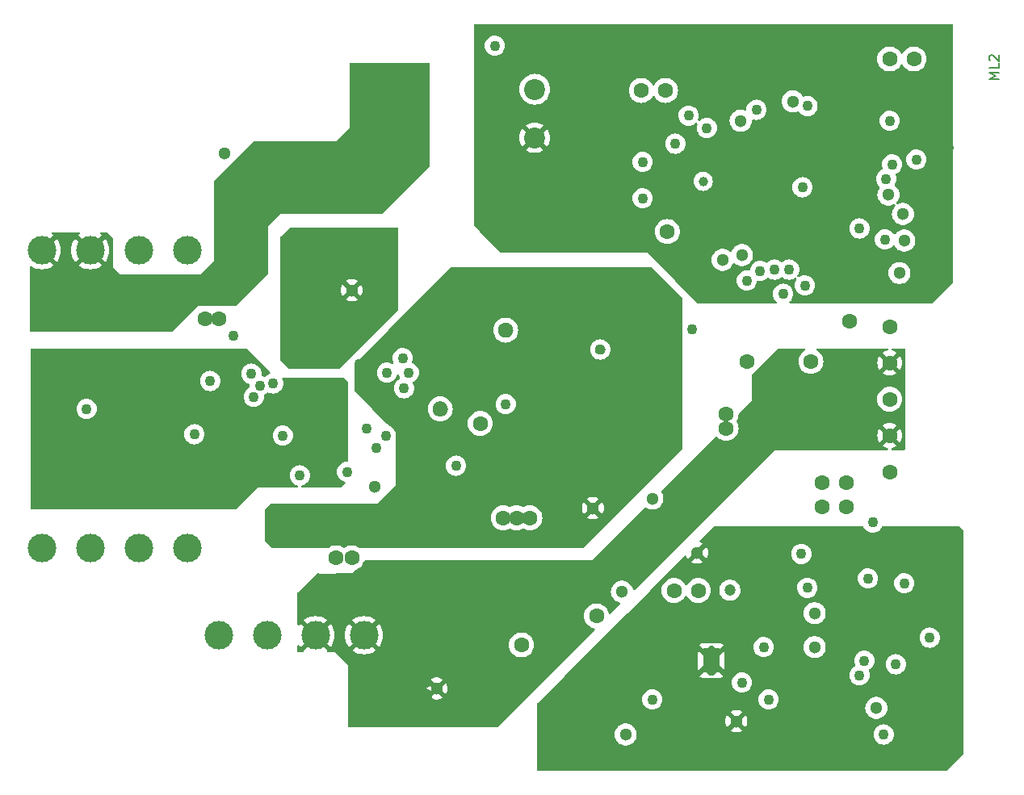
<source format=gbr>
%TF.GenerationSoftware,KiCad,Pcbnew,7.0.8*%
%TF.CreationDate,2024-06-23T22:41:18+02:00*%
%TF.ProjectId,Stima V4 Power,5374696d-6120-4563-9420-506f7765722e,rev?*%
%TF.SameCoordinates,Original*%
%TF.FileFunction,Copper,L3,Inr*%
%TF.FilePolarity,Positive*%
%FSLAX46Y46*%
G04 Gerber Fmt 4.6, Leading zero omitted, Abs format (unit mm)*
G04 Created by KiCad (PCBNEW 7.0.8) date 2024-06-23 22:41:18*
%MOMM*%
%LPD*%
G01*
G04 APERTURE LIST*
%ADD10C,0.150000*%
%TA.AperFunction,NonConductor*%
%ADD11C,0.150000*%
%TD*%
%TA.AperFunction,ComponentPad*%
%ADD12C,3.000000*%
%TD*%
%TA.AperFunction,ComponentPad*%
%ADD13C,1.600000*%
%TD*%
%TA.AperFunction,ComponentPad*%
%ADD14C,1.300000*%
%TD*%
%TA.AperFunction,ComponentPad*%
%ADD15C,1.200000*%
%TD*%
%TA.AperFunction,ComponentPad*%
%ADD16C,2.200000*%
%TD*%
%TA.AperFunction,ComponentPad*%
%ADD17C,0.600000*%
%TD*%
%TA.AperFunction,ComponentPad*%
%ADD18R,1.800000X2.600000*%
%TD*%
%TA.AperFunction,ViaPad*%
%ADD19C,1.100000*%
%TD*%
%TA.AperFunction,ViaPad*%
%ADD20C,1.000000*%
%TD*%
%TA.AperFunction,ViaPad*%
%ADD21C,1.600000*%
%TD*%
G04 APERTURE END LIST*
D10*
D11*
X200809234Y-71392820D02*
X199809234Y-71392820D01*
X199809234Y-71392820D02*
X200523519Y-71059487D01*
X200523519Y-71059487D02*
X199809234Y-70726154D01*
X199809234Y-70726154D02*
X200809234Y-70726154D01*
X200809234Y-69773773D02*
X200809234Y-70249963D01*
X200809234Y-70249963D02*
X199809234Y-70249963D01*
X199904472Y-69488058D02*
X199856853Y-69440439D01*
X199856853Y-69440439D02*
X199809234Y-69345201D01*
X199809234Y-69345201D02*
X199809234Y-69107106D01*
X199809234Y-69107106D02*
X199856853Y-69011868D01*
X199856853Y-69011868D02*
X199904472Y-68964249D01*
X199904472Y-68964249D02*
X199999710Y-68916630D01*
X199999710Y-68916630D02*
X200094948Y-68916630D01*
X200094948Y-68916630D02*
X200237805Y-68964249D01*
X200237805Y-68964249D02*
X200809234Y-69535677D01*
X200809234Y-69535677D02*
X200809234Y-68916630D01*
D12*
%TO.N,Net-(J3-Pad1)*%
%TO.C,J3*%
X115722415Y-89382600D03*
X110642415Y-89382600D03*
%TO.N,Net-(F1-Pad1)*%
X105562415Y-89382600D03*
X100482415Y-89382600D03*
%TD*%
D13*
%TO.N,Net-(U1-VBAT)*%
%TO.C,BATT1*%
X165887415Y-72618600D03*
%TO.N,Net-(BATT1-Pad2)*%
X163347415Y-72618600D03*
%TD*%
D14*
%TO.N,I2C1_SDA*%
%TO.C,TP8*%
X190779415Y-85572600D03*
%TD*%
D15*
%TO.N,Net-(DL1-K)*%
%TO.C,J7*%
X172618415Y-125042980D03*
%TD*%
D12*
%TO.N,+AL*%
%TO.C,J5*%
X100482415Y-120624600D03*
X105562415Y-120624600D03*
%TO.N,EGND*%
X110642415Y-120624600D03*
X115722415Y-120624600D03*
%TD*%
D14*
%TO.N,Net-(U1-PB4)*%
%TO.C,TP3*%
X189255415Y-83540600D03*
%TD*%
D16*
%TO.N,Net-(C16-Pad1)*%
%TO.C,C16*%
X152171415Y-72491600D03*
%TO.N,GND*%
X152171495Y-77571680D03*
%TD*%
D14*
%TO.N,Net-(U1-PC2)*%
%TO.C,TP4*%
X179222415Y-73761600D03*
%TD*%
%TO.N,EGND*%
%TO.C,TP18*%
X141884415Y-135356600D03*
%TD*%
%TO.N,I2C1_SCL*%
%TO.C,TP7*%
X190906415Y-88366600D03*
%TD*%
D13*
%TO.N,+5V*%
%TO.C,JP7*%
X166776415Y-125069600D03*
%TO.N,Net-(JP7-Pad2)*%
X169316415Y-125069600D03*
%TD*%
D14*
%TO.N,Net-(Q2-S)*%
%TO.C,TP13*%
X158267415Y-116433600D03*
%TD*%
D13*
%TO.N,Net-(U1-PH3{slash}BOOT0)*%
%TO.C,BOOT1*%
X191922415Y-69316600D03*
%TO.N,+3V3*%
X189382415Y-69316600D03*
%TD*%
D14*
%TO.N,CAN1_TX*%
%TO.C,TP9*%
X181508415Y-127455980D03*
%TD*%
D17*
%TO.N,GND*%
%TO.C,U6*%
X170181415Y-131526600D03*
X170181415Y-133304600D03*
D18*
X170689415Y-132415600D03*
D17*
X171197415Y-131526600D03*
X171197415Y-133304600D03*
%TD*%
D13*
%TO.N,Net-(JP4-Pad1)*%
%TO.C,JP4*%
X184810415Y-113739980D03*
%TO.N,/Stima V4 Power_Can/CANL*%
X184810415Y-116279980D03*
%TD*%
D14*
%TO.N,+5V*%
%TO.C,+5V1*%
X161696415Y-140182600D03*
%TD*%
%TO.N,Net-(U1-PA8)*%
%TO.C,MCO1*%
X173888415Y-89890600D03*
%TD*%
%TO.N,Net-(U1-PA0)*%
%TO.C,TP1*%
X173761415Y-75793600D03*
%TD*%
%TO.N,GND*%
%TO.C,GND2*%
X173305815Y-138784000D03*
%TD*%
D13*
%TO.N,/Stima V4 Power_Can/CANH*%
%TO.C,JP3*%
X182270415Y-113739980D03*
%TO.N,Net-(JP3-Pad2)*%
X182270415Y-116279980D03*
%TD*%
D12*
%TO.N,Net-(J4-Pad1)*%
%TO.C,J4*%
X119024415Y-129768600D03*
%TO.N,Net-(J4-Pad2)*%
X124104415Y-129768600D03*
%TO.N,EGND*%
X129184415Y-129768600D03*
X134264415Y-129768600D03*
%TD*%
D14*
%TO.N,Net-(DZ3-K)*%
%TO.C,TP6*%
X132994415Y-93573600D03*
%TD*%
%TO.N,GND*%
%TO.C,GND1*%
X169189415Y-121105980D03*
%TD*%
%TO.N,Net-(U5-BATSENS)*%
%TO.C,TP14*%
X135407415Y-114147600D03*
%TD*%
%TO.N,Net-(U1-PC10)*%
%TO.C,TP5*%
X190398415Y-91768980D03*
%TD*%
%TO.N,+AL*%
%TO.C,TP17*%
X164490415Y-115417600D03*
%TD*%
%TO.N,CAN1_RX*%
%TO.C,TP10*%
X181508415Y-131011980D03*
%TD*%
%TO.N,+3V3*%
%TO.C,+3V3*%
X187985415Y-137388600D03*
%TD*%
D13*
%TO.N,/Stima V4 Power_Can/CANL*%
%TO.C,J2*%
X189382415Y-112623600D03*
%TO.N,EGND*%
X189382415Y-108813600D03*
%TO.N,+AL*%
X189382415Y-105003600D03*
%TO.N,EGND*%
X189382415Y-101193590D03*
%TO.N,/Stima V4 Power_Can/CANH*%
X189382415Y-97383600D03*
%TD*%
D14*
%TO.N,Net-(U1-PB2)*%
%TO.C,TP2*%
X171856415Y-90398600D03*
%TD*%
%TO.N,+12V*%
%TO.C,+12V1*%
X161315415Y-125196600D03*
%TD*%
%TO.N,Net-(J3-Pad1)*%
%TO.C,TP11*%
X119659415Y-79222600D03*
%TD*%
D19*
%TO.N,I2C1_SDA*%
X189636415Y-80365600D03*
X123342415Y-103579980D03*
%TO.N,I2C1_SCL*%
X124739415Y-103352600D03*
X189001415Y-81889600D03*
%TO.N,GND*%
X117754415Y-107035600D03*
X194589415Y-119200980D03*
X136550415Y-108813600D03*
X194335415Y-90652600D03*
X173253415Y-69570600D03*
X185318415Y-74142600D03*
X191033415Y-74015600D03*
D20*
X130073415Y-105257600D03*
D21*
X119024415Y-96594980D03*
X117627415Y-96594980D03*
D19*
X167538415Y-85826600D03*
D20*
X130962415Y-107162600D03*
D19*
X183159415Y-132408980D03*
D20*
X130962415Y-103352600D03*
D21*
X151663415Y-117449600D03*
D19*
X136677415Y-102209600D03*
X102514415Y-110718600D03*
X170713415Y-135202980D03*
X183286415Y-68173600D03*
D21*
X146456415Y-107543600D03*
D19*
X180111415Y-70840600D03*
X191795415Y-132054600D03*
D21*
X158648415Y-127736600D03*
D19*
X160299415Y-84810600D03*
D21*
X150266415Y-117449600D03*
D20*
X129184415Y-103352600D03*
D19*
X195605415Y-78587600D03*
X168427415Y-76936600D03*
X122707415Y-109956600D03*
D21*
X153060415Y-86334600D03*
D19*
X184683415Y-94081600D03*
D21*
X153060415Y-84810600D03*
D19*
X162839415Y-76174600D03*
X143916415Y-111988600D03*
X170713415Y-130022600D03*
D21*
X148869415Y-117449600D03*
D20*
X129184415Y-107162600D03*
D21*
X154203415Y-85572600D03*
D19*
%TO.N,+12V*%
X190906415Y-124307600D03*
X193573415Y-130022600D03*
%TO.N,+5V*%
X164490415Y-136499600D03*
X176682415Y-136499600D03*
X188747415Y-140182600D03*
X186207415Y-133959600D03*
%TO.N,+3V3*%
X189382415Y-75793600D03*
X166903415Y-78206600D03*
D21*
X166077915Y-87414100D03*
X174396415Y-101066600D03*
X185191415Y-96848980D03*
D19*
X122453415Y-102336600D03*
X147980415Y-67919600D03*
X168300415Y-75258980D03*
D21*
X181127415Y-101039980D03*
D19*
%TO.N,Net-(U1-PH3{slash}BOOT0)*%
X192176415Y-79857600D03*
%TO.N,/Stima V4 Power_Cpu/-RESET*%
X180765405Y-74261970D03*
X174396415Y-92557600D03*
D21*
%TO.N,EGND*%
X140614415Y-136118600D03*
X140595285Y-134600210D03*
D19*
%TO.N,/Stima V4 Power_Can/CANH*%
X180111415Y-121232980D03*
%TO.N,Net-(U4-CANL)*%
X187604415Y-117930980D03*
X187096415Y-123799590D03*
%TO.N,Net-(DZ3-K)*%
X129057415Y-92049600D03*
X129819415Y-98526600D03*
%TO.N,Net-(C27-Pad2)*%
X120548415Y-98372980D03*
X118135415Y-103098600D03*
%TO.N,Net-(Q2-S)*%
X142138415Y-98526600D03*
X161569415Y-97002600D03*
D21*
X125628415Y-117703600D03*
X162839415Y-94589600D03*
D19*
X155346415Y-119100600D03*
X150139415Y-93827600D03*
X147345415Y-94843600D03*
D21*
X125628415Y-119100600D03*
D19*
X164109415Y-97002600D03*
X160553415Y-113766600D03*
X133756415Y-101320600D03*
%TO.N,/Stima V4 Power_Solar-Battery/INTVCC*%
X138963415Y-102209600D03*
X105181415Y-106019600D03*
%TO.N,Net-(U5-SW)*%
X159029415Y-99796600D03*
D21*
X149123415Y-97764600D03*
X142265415Y-106019600D03*
D19*
%TO.N,Net-(U5-CSP)*%
X135534415Y-110083600D03*
X132486415Y-112623600D03*
%TO.N,Net-(U6-BIAS)*%
X176174415Y-131011980D03*
X173888415Y-134721600D03*
D21*
%TO.N,+AL*%
X131343415Y-121640600D03*
X150774415Y-130784600D03*
X172237415Y-108051600D03*
X132994415Y-121640600D03*
X172237415Y-106527600D03*
%TO.N,Net-(F1-Pad1)*%
X136169415Y-75158600D03*
X134391415Y-75158600D03*
D19*
%TO.N,/Stima V4 Power_Cpu/SWO*%
X180238415Y-82778600D03*
X178206415Y-93954600D03*
%TO.N,/Stima V4 Power_Cpu/SWCLK*%
X180492415Y-93065600D03*
X186207415Y-87096600D03*
%TO.N,Net-(Q2-G)*%
X168681415Y-97637600D03*
X138328415Y-100685600D03*
%TO.N,Net-(U5-BG)*%
X138455415Y-103860600D03*
X149123415Y-105511600D03*
%TO.N,/Stima V4 Power_Cpu/F_-CS*%
X163474415Y-83921600D03*
X163474415Y-80111600D03*
%TO.N,-SMBALERT*%
X175412415Y-74650600D03*
X122707415Y-104749600D03*
%TO.N,Net-(U5-NTC)*%
X127533415Y-113004600D03*
X125755415Y-108813600D03*
%TO.N,Net-(U5-MPPT)*%
X116484415Y-108686600D03*
X134518415Y-108051600D03*
D20*
%TO.N,/Stima V4 Power_Cpu/F_SCK*%
X169824415Y-82143600D03*
D19*
X170205415Y-76555600D03*
%TO.N,CAN1_RX*%
X186715415Y-132435600D03*
X175793415Y-91541600D03*
%TO.N,CAN1_TX*%
X177317415Y-91414600D03*
%TO.N,STB_CAN*%
X180746415Y-124788980D03*
X178841415Y-91414600D03*
%TO.N,EN_CAN*%
X188874415Y-88239600D03*
X190017415Y-132816600D03*
%TD*%
%TA.AperFunction,Conductor*%
%TO.N,GND*%
G36*
X186614788Y-118358285D02*
G01*
X186657107Y-118404147D01*
X186720046Y-118521898D01*
X186852320Y-118683074D01*
X187013494Y-118815346D01*
X187013498Y-118815349D01*
X187197384Y-118913639D01*
X187396913Y-118974165D01*
X187604415Y-118994602D01*
X187811917Y-118974165D01*
X188011446Y-118913639D01*
X188195332Y-118815349D01*
X188356509Y-118683074D01*
X188488784Y-118521897D01*
X188551723Y-118404146D01*
X188600685Y-118354302D01*
X188661081Y-118338600D01*
X196570053Y-118338600D01*
X196637092Y-118358285D01*
X196657734Y-118374919D01*
X197093096Y-118810281D01*
X197126581Y-118871604D01*
X197129415Y-118897962D01*
X197129415Y-142163238D01*
X197109730Y-142230277D01*
X197093096Y-142250919D01*
X195387734Y-143956281D01*
X195326411Y-143989766D01*
X195300053Y-143992600D01*
X152549415Y-143992600D01*
X152482376Y-143972915D01*
X152436621Y-143920111D01*
X152425415Y-143868600D01*
X152425415Y-140182600D01*
X160532952Y-140182600D01*
X160552761Y-140396385D01*
X160552762Y-140396387D01*
X160611516Y-140602886D01*
X160611522Y-140602901D01*
X160707220Y-140795087D01*
X160836602Y-140966417D01*
X160836604Y-140966420D01*
X160995271Y-141111063D01*
X160995273Y-141111065D01*
X161072158Y-141158669D01*
X161177815Y-141224089D01*
X161378018Y-141301649D01*
X161589064Y-141341100D01*
X161589066Y-141341100D01*
X161803764Y-141341100D01*
X161803766Y-141341100D01*
X162014812Y-141301649D01*
X162215015Y-141224089D01*
X162397558Y-141111064D01*
X162556225Y-140966420D01*
X162685611Y-140795084D01*
X162781312Y-140602891D01*
X162840068Y-140396386D01*
X162859878Y-140182600D01*
X187683793Y-140182600D01*
X187704229Y-140390100D01*
X187764757Y-140589633D01*
X187863048Y-140773520D01*
X187995320Y-140934694D01*
X188156494Y-141066966D01*
X188156498Y-141066969D01*
X188340384Y-141165259D01*
X188539913Y-141225785D01*
X188747415Y-141246222D01*
X188954917Y-141225785D01*
X189154446Y-141165259D01*
X189338332Y-141066969D01*
X189499509Y-140934694D01*
X189631784Y-140773517D01*
X189730074Y-140589631D01*
X189790600Y-140390102D01*
X189811037Y-140182600D01*
X189790600Y-139975098D01*
X189730074Y-139775569D01*
X189631784Y-139591683D01*
X189631781Y-139591679D01*
X189499509Y-139430505D01*
X189338335Y-139298233D01*
X189338333Y-139298232D01*
X189338332Y-139298231D01*
X189154446Y-139199941D01*
X189054681Y-139169678D01*
X188954915Y-139139414D01*
X188747415Y-139118978D01*
X188539914Y-139139414D01*
X188340381Y-139199942D01*
X188156494Y-139298233D01*
X187995320Y-139430505D01*
X187863048Y-139591679D01*
X187764757Y-139775566D01*
X187704229Y-139975099D01*
X187683793Y-140182600D01*
X162859878Y-140182600D01*
X162840068Y-139968814D01*
X162781312Y-139762309D01*
X162777453Y-139754560D01*
X162685609Y-139570112D01*
X162556227Y-139398782D01*
X162556225Y-139398779D01*
X162397558Y-139254136D01*
X162397556Y-139254134D01*
X162215018Y-139141113D01*
X162215015Y-139141111D01*
X162154324Y-139117599D01*
X162014812Y-139063551D01*
X161803766Y-139024100D01*
X161589064Y-139024100D01*
X161378018Y-139063551D01*
X161378015Y-139063551D01*
X161378015Y-139063552D01*
X161177814Y-139141111D01*
X161177811Y-139141113D01*
X160995273Y-139254134D01*
X160995271Y-139254136D01*
X160836604Y-139398779D01*
X160836602Y-139398782D01*
X160707220Y-139570112D01*
X160611522Y-139762298D01*
X160611516Y-139762313D01*
X160552762Y-139968812D01*
X160552761Y-139968814D01*
X160532952Y-140182599D01*
X160532952Y-140182600D01*
X152425415Y-140182600D01*
X152425415Y-138784000D01*
X172150888Y-138784000D01*
X172170552Y-138996216D01*
X172170553Y-138996219D01*
X172228873Y-139201196D01*
X172228881Y-139201216D01*
X172323875Y-139391990D01*
X172332649Y-139403609D01*
X172332650Y-139403609D01*
X172861364Y-138874895D01*
X172862142Y-138885265D01*
X172911702Y-139011541D01*
X172996280Y-139117599D01*
X173108362Y-139194016D01*
X173216114Y-139227253D01*
X172688806Y-139754560D01*
X172688807Y-139754561D01*
X172791016Y-139817845D01*
X172791025Y-139817850D01*
X172989751Y-139894836D01*
X172989756Y-139894837D01*
X173199254Y-139934000D01*
X173412376Y-139934000D01*
X173621873Y-139894837D01*
X173621878Y-139894836D01*
X173820604Y-139817850D01*
X173820608Y-139817848D01*
X173922822Y-139754560D01*
X173394047Y-139225784D01*
X173439953Y-139218865D01*
X173562172Y-139160007D01*
X173661613Y-139067740D01*
X173729440Y-138950260D01*
X173747314Y-138871946D01*
X174278978Y-139403610D01*
X174287750Y-139391996D01*
X174287753Y-139391991D01*
X174382750Y-139201211D01*
X174382756Y-139201196D01*
X174441076Y-138996219D01*
X174441077Y-138996216D01*
X174460742Y-138784000D01*
X174460742Y-138783999D01*
X174441077Y-138571783D01*
X174441076Y-138571780D01*
X174382756Y-138366803D01*
X174382748Y-138366783D01*
X174287755Y-138176010D01*
X174278978Y-138164388D01*
X173750264Y-138693101D01*
X173749488Y-138682735D01*
X173699928Y-138556459D01*
X173615350Y-138450401D01*
X173503268Y-138373984D01*
X173395514Y-138340746D01*
X173922822Y-137813438D01*
X173820604Y-137750149D01*
X173621878Y-137673163D01*
X173621873Y-137673162D01*
X173412376Y-137634000D01*
X173199254Y-137634000D01*
X172989756Y-137673162D01*
X172989755Y-137673162D01*
X172791023Y-137750151D01*
X172791020Y-137750152D01*
X172688806Y-137813438D01*
X173217584Y-138342215D01*
X173171677Y-138349135D01*
X173049458Y-138407993D01*
X172950017Y-138500260D01*
X172882190Y-138617740D01*
X172864315Y-138696054D01*
X172332650Y-138164389D01*
X172323871Y-138176015D01*
X172228881Y-138366783D01*
X172228873Y-138366803D01*
X172170553Y-138571780D01*
X172170552Y-138571783D01*
X172150888Y-138783999D01*
X172150888Y-138784000D01*
X152425415Y-138784000D01*
X152425415Y-136931961D01*
X152445100Y-136864922D01*
X152461729Y-136844285D01*
X152806414Y-136499600D01*
X163426793Y-136499600D01*
X163447229Y-136707100D01*
X163507757Y-136906633D01*
X163606048Y-137090520D01*
X163738320Y-137251694D01*
X163899494Y-137383966D01*
X163899498Y-137383969D01*
X164083384Y-137482259D01*
X164282913Y-137542785D01*
X164490415Y-137563222D01*
X164697917Y-137542785D01*
X164897446Y-137482259D01*
X165081332Y-137383969D01*
X165242509Y-137251694D01*
X165374784Y-137090517D01*
X165473074Y-136906631D01*
X165533600Y-136707102D01*
X165554037Y-136499600D01*
X175618793Y-136499600D01*
X175639229Y-136707100D01*
X175699757Y-136906633D01*
X175798048Y-137090520D01*
X175930320Y-137251694D01*
X176091494Y-137383966D01*
X176091498Y-137383969D01*
X176275384Y-137482259D01*
X176474913Y-137542785D01*
X176682415Y-137563222D01*
X176889917Y-137542785D01*
X177089446Y-137482259D01*
X177264668Y-137388600D01*
X186821952Y-137388600D01*
X186841761Y-137602385D01*
X186841762Y-137602387D01*
X186900516Y-137808886D01*
X186900522Y-137808901D01*
X186996220Y-138001087D01*
X187125602Y-138172417D01*
X187125604Y-138172420D01*
X187284271Y-138317063D01*
X187284273Y-138317065D01*
X187336069Y-138349135D01*
X187466815Y-138430089D01*
X187667018Y-138507649D01*
X187878064Y-138547100D01*
X187878066Y-138547100D01*
X188092764Y-138547100D01*
X188092766Y-138547100D01*
X188303812Y-138507649D01*
X188504015Y-138430089D01*
X188686558Y-138317064D01*
X188845225Y-138172420D01*
X188974611Y-138001084D01*
X189070312Y-137808891D01*
X189129068Y-137602386D01*
X189148878Y-137388600D01*
X189129068Y-137174814D01*
X189070312Y-136968309D01*
X188974611Y-136776116D01*
X188974610Y-136776115D01*
X188974609Y-136776112D01*
X188845227Y-136604782D01*
X188845225Y-136604779D01*
X188686558Y-136460136D01*
X188686556Y-136460134D01*
X188504018Y-136347113D01*
X188504015Y-136347111D01*
X188362014Y-136292099D01*
X188303812Y-136269551D01*
X188092766Y-136230100D01*
X187878064Y-136230100D01*
X187667018Y-136269551D01*
X187667015Y-136269551D01*
X187667015Y-136269552D01*
X187466814Y-136347111D01*
X187466811Y-136347113D01*
X187284273Y-136460134D01*
X187284271Y-136460136D01*
X187125604Y-136604779D01*
X187125602Y-136604782D01*
X186996220Y-136776112D01*
X186900522Y-136968298D01*
X186900516Y-136968313D01*
X186841762Y-137174812D01*
X186841761Y-137174814D01*
X186821952Y-137388599D01*
X186821952Y-137388600D01*
X177264668Y-137388600D01*
X177273332Y-137383969D01*
X177434509Y-137251694D01*
X177566784Y-137090517D01*
X177665074Y-136906631D01*
X177725600Y-136707102D01*
X177746037Y-136499600D01*
X177725600Y-136292098D01*
X177665074Y-136092569D01*
X177566784Y-135908683D01*
X177566781Y-135908679D01*
X177434509Y-135747505D01*
X177273335Y-135615233D01*
X177273333Y-135615232D01*
X177273332Y-135615231D01*
X177089446Y-135516941D01*
X176946879Y-135473694D01*
X176889915Y-135456414D01*
X176682415Y-135435978D01*
X176474914Y-135456414D01*
X176275381Y-135516942D01*
X176091494Y-135615233D01*
X175930320Y-135747505D01*
X175798048Y-135908679D01*
X175699757Y-136092566D01*
X175639229Y-136292099D01*
X175618793Y-136499600D01*
X165554037Y-136499600D01*
X165533600Y-136292098D01*
X165473074Y-136092569D01*
X165374784Y-135908683D01*
X165374781Y-135908679D01*
X165242509Y-135747505D01*
X165081335Y-135615233D01*
X165081333Y-135615232D01*
X165081332Y-135615231D01*
X164897446Y-135516941D01*
X164754879Y-135473694D01*
X164697915Y-135456414D01*
X164490415Y-135435978D01*
X164282914Y-135456414D01*
X164083381Y-135516942D01*
X163899494Y-135615233D01*
X163738320Y-135747505D01*
X163606048Y-135908679D01*
X163507757Y-136092566D01*
X163447229Y-136292099D01*
X163426793Y-136499600D01*
X152806414Y-136499600D01*
X154584414Y-134721600D01*
X172824793Y-134721600D01*
X172845229Y-134929100D01*
X172905757Y-135128633D01*
X173004048Y-135312520D01*
X173136320Y-135473694D01*
X173297494Y-135605966D01*
X173297498Y-135605969D01*
X173481384Y-135704259D01*
X173680913Y-135764785D01*
X173888415Y-135785222D01*
X174095917Y-135764785D01*
X174295446Y-135704259D01*
X174479332Y-135605969D01*
X174640509Y-135473694D01*
X174772784Y-135312517D01*
X174871074Y-135128631D01*
X174931600Y-134929102D01*
X174952037Y-134721600D01*
X174931600Y-134514098D01*
X174871074Y-134314569D01*
X174772784Y-134130683D01*
X174772781Y-134130679D01*
X174640509Y-133969505D01*
X174628440Y-133959600D01*
X185143793Y-133959600D01*
X185164229Y-134167100D01*
X185194493Y-134266866D01*
X185224756Y-134366631D01*
X185303579Y-134514098D01*
X185323048Y-134550520D01*
X185455320Y-134711694D01*
X185467391Y-134721600D01*
X185616498Y-134843969D01*
X185800384Y-134942259D01*
X185999913Y-135002785D01*
X186207415Y-135023222D01*
X186414917Y-135002785D01*
X186614446Y-134942259D01*
X186798332Y-134843969D01*
X186959509Y-134711694D01*
X187091784Y-134550517D01*
X187190074Y-134366631D01*
X187250600Y-134167102D01*
X187271037Y-133959600D01*
X187250600Y-133752098D01*
X187190074Y-133552569D01*
X187177662Y-133529348D01*
X187163419Y-133460946D01*
X187188418Y-133395701D01*
X187228561Y-133361538D01*
X187306332Y-133319969D01*
X187467509Y-133187694D01*
X187599784Y-133026517D01*
X187698074Y-132842631D01*
X187705970Y-132816600D01*
X188953793Y-132816600D01*
X188974229Y-133024100D01*
X188989740Y-133075231D01*
X189034756Y-133223631D01*
X189126730Y-133395701D01*
X189133048Y-133407520D01*
X189265320Y-133568694D01*
X189399016Y-133678415D01*
X189426498Y-133700969D01*
X189610384Y-133799259D01*
X189809913Y-133859785D01*
X190017415Y-133880222D01*
X190224917Y-133859785D01*
X190424446Y-133799259D01*
X190608332Y-133700969D01*
X190769509Y-133568694D01*
X190901784Y-133407517D01*
X191000074Y-133223631D01*
X191060600Y-133024102D01*
X191081037Y-132816600D01*
X191060600Y-132609098D01*
X191000074Y-132409569D01*
X190901784Y-132225683D01*
X190856480Y-132170480D01*
X190769509Y-132064505D01*
X190608335Y-131932233D01*
X190608333Y-131932232D01*
X190608332Y-131932231D01*
X190424446Y-131833941D01*
X190298701Y-131795797D01*
X190224915Y-131773414D01*
X190017415Y-131752978D01*
X189809914Y-131773414D01*
X189610381Y-131833942D01*
X189426494Y-131932233D01*
X189265320Y-132064505D01*
X189133048Y-132225679D01*
X189034757Y-132409566D01*
X188974229Y-132609099D01*
X188953793Y-132816600D01*
X187705970Y-132816600D01*
X187758600Y-132643102D01*
X187779037Y-132435600D01*
X187758600Y-132228098D01*
X187698074Y-132028569D01*
X187599784Y-131844683D01*
X187590969Y-131833942D01*
X187467509Y-131683505D01*
X187306335Y-131551233D01*
X187306333Y-131551232D01*
X187306332Y-131551231D01*
X187122446Y-131452941D01*
X187010593Y-131419011D01*
X186922915Y-131392414D01*
X186715415Y-131371978D01*
X186507914Y-131392414D01*
X186376524Y-131432271D01*
X186321528Y-131448954D01*
X186308381Y-131452942D01*
X186124494Y-131551233D01*
X185963320Y-131683505D01*
X185831048Y-131844679D01*
X185732757Y-132028566D01*
X185672229Y-132228099D01*
X185651793Y-132435600D01*
X185672229Y-132643100D01*
X185732757Y-132842633D01*
X185745168Y-132865852D01*
X185759410Y-132934255D01*
X185734410Y-132999499D01*
X185694264Y-133033664D01*
X185616494Y-133075233D01*
X185455320Y-133207505D01*
X185323048Y-133368679D01*
X185224757Y-133552566D01*
X185164229Y-133752099D01*
X185143793Y-133959600D01*
X174628440Y-133959600D01*
X174479335Y-133837233D01*
X174479333Y-133837232D01*
X174479332Y-133837231D01*
X174295446Y-133738941D01*
X174170268Y-133700969D01*
X174095915Y-133678414D01*
X173888415Y-133657978D01*
X173680914Y-133678414D01*
X173481381Y-133738942D01*
X173297494Y-133837233D01*
X173136320Y-133969505D01*
X173004048Y-134130679D01*
X172905757Y-134314566D01*
X172845229Y-134514099D01*
X172824793Y-134721600D01*
X154584414Y-134721600D01*
X155259789Y-134046225D01*
X169412341Y-134046225D01*
X169432227Y-134072789D01*
X169432228Y-134072790D01*
X169547326Y-134158952D01*
X169547328Y-134158954D01*
X169682035Y-134209196D01*
X169682042Y-134209198D01*
X169741570Y-134215599D01*
X169741587Y-134215600D01*
X171637243Y-134215600D01*
X171637259Y-134215599D01*
X171696787Y-134209198D01*
X171696794Y-134209196D01*
X171831501Y-134158954D01*
X171831503Y-134158952D01*
X171946605Y-134072788D01*
X171966487Y-134046226D01*
X171966487Y-134046225D01*
X171387915Y-133467653D01*
X170867903Y-133987665D01*
X170806580Y-134021150D01*
X170736888Y-134016166D01*
X170692541Y-133987665D01*
X170689415Y-133984539D01*
X170689414Y-133984539D01*
X170686288Y-133987665D01*
X170624965Y-134021150D01*
X170555273Y-134016164D01*
X170510927Y-133987664D01*
X169990916Y-133467653D01*
X169990915Y-133467653D01*
X169412341Y-134046225D01*
X155259789Y-134046225D01*
X157936862Y-131369152D01*
X169289415Y-131369152D01*
X169289415Y-133462047D01*
X169446862Y-133304600D01*
X170026124Y-133304600D01*
X170046929Y-133382245D01*
X170103770Y-133439086D01*
X170161669Y-133454600D01*
X170201161Y-133454600D01*
X170259060Y-133439086D01*
X170315901Y-133382246D01*
X170336706Y-133304600D01*
X170534968Y-133304600D01*
X170689415Y-133459047D01*
X170843862Y-133304600D01*
X171042124Y-133304600D01*
X171062929Y-133382245D01*
X171119770Y-133439086D01*
X171177669Y-133454600D01*
X171217161Y-133454600D01*
X171275060Y-133439086D01*
X171331901Y-133382246D01*
X171352706Y-133304600D01*
X171331901Y-133226955D01*
X171275060Y-133170114D01*
X171217161Y-133154600D01*
X171177669Y-133154600D01*
X171119770Y-133170114D01*
X171062929Y-133226954D01*
X171042124Y-133304600D01*
X170843862Y-133304600D01*
X170689415Y-133150153D01*
X170534968Y-133304600D01*
X170336706Y-133304600D01*
X170315901Y-133226955D01*
X170259060Y-133170114D01*
X170201161Y-133154600D01*
X170161669Y-133154600D01*
X170103770Y-133170114D01*
X170046929Y-133226954D01*
X170026124Y-133304600D01*
X169446862Y-133304600D01*
X170335862Y-132415600D01*
X170534124Y-132415600D01*
X170554929Y-132493245D01*
X170611770Y-132550086D01*
X170669669Y-132565600D01*
X170709161Y-132565600D01*
X170767060Y-132550086D01*
X170823901Y-132493246D01*
X170844706Y-132415600D01*
X171042968Y-132415600D01*
X172089414Y-133462047D01*
X172089415Y-133462046D01*
X172089415Y-131369153D01*
X172089414Y-131369152D01*
X171042968Y-132415599D01*
X171042968Y-132415600D01*
X170844706Y-132415600D01*
X170823901Y-132337955D01*
X170767060Y-132281114D01*
X170709161Y-132265600D01*
X170669669Y-132265600D01*
X170611770Y-132281114D01*
X170554929Y-132337954D01*
X170534124Y-132415600D01*
X170335862Y-132415600D01*
X170335862Y-132415599D01*
X169446863Y-131526600D01*
X170026124Y-131526600D01*
X170046929Y-131604245D01*
X170103770Y-131661086D01*
X170161669Y-131676600D01*
X170201161Y-131676600D01*
X170259060Y-131661086D01*
X170315901Y-131604246D01*
X170336706Y-131526600D01*
X170534968Y-131526600D01*
X170689415Y-131681047D01*
X170843862Y-131526600D01*
X171042124Y-131526600D01*
X171062929Y-131604245D01*
X171119770Y-131661086D01*
X171177669Y-131676600D01*
X171217161Y-131676600D01*
X171275060Y-131661086D01*
X171331901Y-131604246D01*
X171352706Y-131526600D01*
X171331901Y-131448955D01*
X171275060Y-131392114D01*
X171217161Y-131376600D01*
X171177669Y-131376600D01*
X171119770Y-131392114D01*
X171062929Y-131448954D01*
X171042124Y-131526600D01*
X170843862Y-131526600D01*
X170689415Y-131372153D01*
X170534968Y-131526600D01*
X170336706Y-131526600D01*
X170315901Y-131448955D01*
X170259060Y-131392114D01*
X170201161Y-131376600D01*
X170161669Y-131376600D01*
X170103770Y-131392114D01*
X170046929Y-131448954D01*
X170026124Y-131526600D01*
X169446863Y-131526600D01*
X169289415Y-131369152D01*
X157936862Y-131369152D01*
X158521041Y-130784973D01*
X169412341Y-130784973D01*
X169990915Y-131363547D01*
X170181415Y-131173047D01*
X170510927Y-130843534D01*
X170572250Y-130810049D01*
X170641941Y-130815033D01*
X170686289Y-130843534D01*
X170689414Y-130846659D01*
X170692539Y-130843535D01*
X170753861Y-130810049D01*
X170823553Y-130815033D01*
X170867902Y-130843534D01*
X171387915Y-131363547D01*
X171387916Y-131363547D01*
X171739482Y-131011980D01*
X175110793Y-131011980D01*
X175131229Y-131219480D01*
X175161493Y-131319246D01*
X175183688Y-131392415D01*
X175191757Y-131419013D01*
X175290048Y-131602900D01*
X175422320Y-131764074D01*
X175583494Y-131896346D01*
X175583498Y-131896349D01*
X175767384Y-131994639D01*
X175966913Y-132055165D01*
X176174415Y-132075602D01*
X176381917Y-132055165D01*
X176581446Y-131994639D01*
X176765332Y-131896349D01*
X176926509Y-131764074D01*
X177058784Y-131602897D01*
X177157074Y-131419011D01*
X177217600Y-131219482D01*
X177238037Y-131011980D01*
X180344952Y-131011980D01*
X180364761Y-131225765D01*
X180364762Y-131225767D01*
X180423516Y-131432266D01*
X180423522Y-131432281D01*
X180519220Y-131624467D01*
X180648602Y-131795797D01*
X180648604Y-131795800D01*
X180807271Y-131940443D01*
X180807273Y-131940445D01*
X180884158Y-131988049D01*
X180989815Y-132053469D01*
X181190018Y-132131029D01*
X181401064Y-132170480D01*
X181401066Y-132170480D01*
X181615764Y-132170480D01*
X181615766Y-132170480D01*
X181826812Y-132131029D01*
X182027015Y-132053469D01*
X182209558Y-131940444D01*
X182368225Y-131795800D01*
X182497611Y-131624464D01*
X182593312Y-131432271D01*
X182652068Y-131225766D01*
X182671878Y-131011980D01*
X182652068Y-130798194D01*
X182593312Y-130591689D01*
X182512617Y-130429633D01*
X182497609Y-130399492D01*
X182368227Y-130228162D01*
X182368225Y-130228159D01*
X182209558Y-130083516D01*
X182209556Y-130083514D01*
X182111175Y-130022600D01*
X192509793Y-130022600D01*
X192530229Y-130230100D01*
X192539265Y-130259886D01*
X192590756Y-130429631D01*
X192684466Y-130604949D01*
X192689048Y-130613520D01*
X192821320Y-130774694D01*
X192909010Y-130846659D01*
X192982498Y-130906969D01*
X193166384Y-131005259D01*
X193365913Y-131065785D01*
X193573415Y-131086222D01*
X193780917Y-131065785D01*
X193980446Y-131005259D01*
X194164332Y-130906969D01*
X194325509Y-130774694D01*
X194457784Y-130613517D01*
X194556074Y-130429631D01*
X194616600Y-130230102D01*
X194637037Y-130022600D01*
X194616600Y-129815098D01*
X194556074Y-129615569D01*
X194457784Y-129431683D01*
X194457781Y-129431679D01*
X194325509Y-129270505D01*
X194164335Y-129138233D01*
X194164333Y-129138232D01*
X194164332Y-129138231D01*
X193980446Y-129039941D01*
X193880681Y-129009678D01*
X193780915Y-128979414D01*
X193573415Y-128958978D01*
X193365914Y-128979414D01*
X193166381Y-129039942D01*
X192982494Y-129138233D01*
X192821320Y-129270505D01*
X192689048Y-129431679D01*
X192590757Y-129615566D01*
X192530229Y-129815099D01*
X192509793Y-130022600D01*
X182111175Y-130022600D01*
X182027018Y-129970493D01*
X182027015Y-129970491D01*
X181969884Y-129948358D01*
X181826812Y-129892931D01*
X181615766Y-129853480D01*
X181401064Y-129853480D01*
X181190018Y-129892931D01*
X181190015Y-129892931D01*
X181190015Y-129892932D01*
X180989814Y-129970491D01*
X180989811Y-129970493D01*
X180807273Y-130083514D01*
X180807271Y-130083516D01*
X180648604Y-130228159D01*
X180648602Y-130228162D01*
X180519220Y-130399492D01*
X180423522Y-130591678D01*
X180423516Y-130591693D01*
X180364762Y-130798192D01*
X180364761Y-130798194D01*
X180344952Y-131011979D01*
X180344952Y-131011980D01*
X177238037Y-131011980D01*
X177217600Y-130804478D01*
X177157074Y-130604949D01*
X177058784Y-130421063D01*
X177058781Y-130421059D01*
X176926509Y-130259885D01*
X176765335Y-130127613D01*
X176765333Y-130127612D01*
X176765332Y-130127611D01*
X176581446Y-130029321D01*
X176481681Y-129999058D01*
X176381915Y-129968794D01*
X176174415Y-129948358D01*
X175966914Y-129968794D01*
X175767381Y-130029322D01*
X175583494Y-130127613D01*
X175422320Y-130259885D01*
X175290048Y-130421059D01*
X175191757Y-130604946D01*
X175131229Y-130804479D01*
X175110793Y-131011980D01*
X171739482Y-131011980D01*
X171966487Y-130784974D01*
X171966488Y-130784973D01*
X171946603Y-130758410D01*
X171831503Y-130672247D01*
X171831501Y-130672245D01*
X171696794Y-130622003D01*
X171696787Y-130622001D01*
X171637259Y-130615600D01*
X169741570Y-130615600D01*
X169682042Y-130622001D01*
X169682035Y-130622003D01*
X169547328Y-130672245D01*
X169547321Y-130672249D01*
X169432229Y-130758408D01*
X169432223Y-130758413D01*
X169412341Y-130784972D01*
X169412341Y-130784973D01*
X158521041Y-130784973D01*
X161850034Y-127455980D01*
X180344952Y-127455980D01*
X180364761Y-127669765D01*
X180364762Y-127669767D01*
X180423516Y-127876266D01*
X180423522Y-127876281D01*
X180519220Y-128068467D01*
X180648602Y-128239797D01*
X180648604Y-128239800D01*
X180807271Y-128384443D01*
X180807273Y-128384445D01*
X180884158Y-128432049D01*
X180989815Y-128497469D01*
X181190018Y-128575029D01*
X181401064Y-128614480D01*
X181401066Y-128614480D01*
X181615764Y-128614480D01*
X181615766Y-128614480D01*
X181826812Y-128575029D01*
X182027015Y-128497469D01*
X182209558Y-128384444D01*
X182368225Y-128239800D01*
X182497611Y-128068464D01*
X182593312Y-127876271D01*
X182652068Y-127669766D01*
X182671878Y-127455980D01*
X182652068Y-127242194D01*
X182593312Y-127035689D01*
X182497611Y-126843496D01*
X182497610Y-126843495D01*
X182497609Y-126843492D01*
X182368227Y-126672162D01*
X182368225Y-126672159D01*
X182209558Y-126527516D01*
X182209556Y-126527514D01*
X182027018Y-126414493D01*
X182027015Y-126414491D01*
X181894472Y-126363143D01*
X181826812Y-126336931D01*
X181615766Y-126297480D01*
X181401064Y-126297480D01*
X181190018Y-126336931D01*
X181190015Y-126336931D01*
X181190015Y-126336932D01*
X180989814Y-126414491D01*
X180989811Y-126414493D01*
X180807273Y-126527514D01*
X180807271Y-126527516D01*
X180648604Y-126672159D01*
X180648602Y-126672162D01*
X180519220Y-126843492D01*
X180423522Y-127035678D01*
X180423516Y-127035693D01*
X180364762Y-127242192D01*
X180364761Y-127242194D01*
X180344952Y-127455979D01*
X180344952Y-127455980D01*
X161850034Y-127455980D01*
X164236413Y-125069601D01*
X165462917Y-125069601D01*
X165482871Y-125297681D01*
X165482872Y-125297689D01*
X165542129Y-125518838D01*
X165542133Y-125518849D01*
X165614176Y-125673346D01*
X165638892Y-125726349D01*
X165770217Y-125913900D01*
X165932115Y-126075798D01*
X166119666Y-126207123D01*
X166244506Y-126265336D01*
X166327165Y-126303881D01*
X166327167Y-126303881D01*
X166327172Y-126303884D01*
X166548328Y-126363143D01*
X166711247Y-126377396D01*
X166776413Y-126383098D01*
X166776415Y-126383098D01*
X166776417Y-126383098D01*
X166833436Y-126378109D01*
X167004502Y-126363143D01*
X167225658Y-126303884D01*
X167433164Y-126207123D01*
X167620715Y-126075798D01*
X167782613Y-125913900D01*
X167913938Y-125726349D01*
X167934033Y-125683255D01*
X167980205Y-125630815D01*
X168047398Y-125611663D01*
X168114279Y-125631878D01*
X168158797Y-125683255D01*
X168178892Y-125726349D01*
X168310217Y-125913900D01*
X168472115Y-126075798D01*
X168659666Y-126207123D01*
X168784506Y-126265336D01*
X168867165Y-126303881D01*
X168867167Y-126303881D01*
X168867172Y-126303884D01*
X169088328Y-126363143D01*
X169251247Y-126377396D01*
X169316413Y-126383098D01*
X169316415Y-126383098D01*
X169316417Y-126383098D01*
X169373436Y-126378109D01*
X169544502Y-126363143D01*
X169765658Y-126303884D01*
X169973164Y-126207123D01*
X170160715Y-126075798D01*
X170322613Y-125913900D01*
X170453938Y-125726349D01*
X170550699Y-125518843D01*
X170609958Y-125297687D01*
X170629913Y-125069600D01*
X170627584Y-125042980D01*
X171505166Y-125042980D01*
X171524120Y-125247538D01*
X171524121Y-125247540D01*
X171580339Y-125445127D01*
X171580345Y-125445142D01*
X171671908Y-125629024D01*
X171671913Y-125629032D01*
X171795715Y-125792973D01*
X171861125Y-125852601D01*
X171947533Y-125931372D01*
X172122197Y-126039520D01*
X172313760Y-126113731D01*
X172515697Y-126151480D01*
X172515699Y-126151480D01*
X172721131Y-126151480D01*
X172721133Y-126151480D01*
X172923070Y-126113731D01*
X173114633Y-126039520D01*
X173289297Y-125931372D01*
X173441116Y-125792971D01*
X173564918Y-125629030D01*
X173656489Y-125445132D01*
X173712709Y-125247539D01*
X173731664Y-125042980D01*
X173712709Y-124838421D01*
X173698642Y-124788980D01*
X179682793Y-124788980D01*
X179703229Y-124996480D01*
X179717335Y-125042980D01*
X179763756Y-125196011D01*
X179818103Y-125297687D01*
X179862048Y-125379900D01*
X179994320Y-125541074D01*
X180155494Y-125673346D01*
X180155498Y-125673349D01*
X180339384Y-125771639D01*
X180538913Y-125832165D01*
X180746415Y-125852602D01*
X180953917Y-125832165D01*
X181153446Y-125771639D01*
X181337332Y-125673349D01*
X181498509Y-125541074D01*
X181630784Y-125379897D01*
X181729074Y-125196011D01*
X181789600Y-124996482D01*
X181810037Y-124788980D01*
X181789600Y-124581478D01*
X181729074Y-124381949D01*
X181630784Y-124198063D01*
X181630781Y-124198059D01*
X181498509Y-124036885D01*
X181337335Y-123904613D01*
X181337333Y-123904612D01*
X181337332Y-123904611D01*
X181153446Y-123806321D01*
X181131257Y-123799590D01*
X186032793Y-123799590D01*
X186053229Y-124007090D01*
X186074603Y-124077551D01*
X186113756Y-124206621D01*
X186159919Y-124292986D01*
X186212048Y-124390510D01*
X186344320Y-124551684D01*
X186505494Y-124683956D01*
X186505498Y-124683959D01*
X186689384Y-124782249D01*
X186888913Y-124842775D01*
X187096415Y-124863212D01*
X187303917Y-124842775D01*
X187503446Y-124782249D01*
X187687332Y-124683959D01*
X187848509Y-124551684D01*
X187980784Y-124390507D01*
X188025099Y-124307600D01*
X189842793Y-124307600D01*
X189863229Y-124515100D01*
X189874327Y-124551684D01*
X189923756Y-124714631D01*
X190003174Y-124863211D01*
X190022048Y-124898520D01*
X190154320Y-125059694D01*
X190315494Y-125191966D01*
X190315498Y-125191969D01*
X190499384Y-125290259D01*
X190698913Y-125350785D01*
X190906415Y-125371222D01*
X191113917Y-125350785D01*
X191313446Y-125290259D01*
X191497332Y-125191969D01*
X191658509Y-125059694D01*
X191790784Y-124898517D01*
X191889074Y-124714631D01*
X191949600Y-124515102D01*
X191970037Y-124307600D01*
X191949600Y-124100098D01*
X191889074Y-123900569D01*
X191790784Y-123716683D01*
X191790781Y-123716679D01*
X191658509Y-123555505D01*
X191497335Y-123423233D01*
X191497333Y-123423232D01*
X191497332Y-123423231D01*
X191313446Y-123324941D01*
X191213681Y-123294678D01*
X191113915Y-123264414D01*
X190906415Y-123243978D01*
X190698914Y-123264414D01*
X190499381Y-123324942D01*
X190315494Y-123423233D01*
X190154320Y-123555505D01*
X190022048Y-123716679D01*
X189923757Y-123900566D01*
X189863229Y-124100099D01*
X189842793Y-124307600D01*
X188025099Y-124307600D01*
X188079074Y-124206621D01*
X188139600Y-124007092D01*
X188160037Y-123799590D01*
X188139600Y-123592088D01*
X188079074Y-123392559D01*
X187980784Y-123208673D01*
X187980781Y-123208669D01*
X187848509Y-123047495D01*
X187687335Y-122915223D01*
X187687333Y-122915222D01*
X187687332Y-122915221D01*
X187503446Y-122816931D01*
X187403681Y-122786668D01*
X187303915Y-122756404D01*
X187096415Y-122735968D01*
X186888914Y-122756404D01*
X186689381Y-122816932D01*
X186505494Y-122915223D01*
X186344320Y-123047495D01*
X186212048Y-123208669D01*
X186113757Y-123392556D01*
X186053229Y-123592089D01*
X186032793Y-123799590D01*
X181131257Y-123799590D01*
X181053675Y-123776056D01*
X180953915Y-123745794D01*
X180746415Y-123725358D01*
X180538914Y-123745794D01*
X180339381Y-123806322D01*
X180155494Y-123904613D01*
X179994320Y-124036885D01*
X179862048Y-124198059D01*
X179763757Y-124381946D01*
X179703229Y-124581479D01*
X179682793Y-124788980D01*
X173698642Y-124788980D01*
X173656489Y-124640828D01*
X173646296Y-124620357D01*
X173564921Y-124456935D01*
X173564916Y-124456927D01*
X173441114Y-124292986D01*
X173289298Y-124154589D01*
X173289297Y-124154588D01*
X173142034Y-124063406D01*
X173114635Y-124046441D01*
X173114633Y-124046440D01*
X172923070Y-123972229D01*
X172721133Y-123934480D01*
X172515697Y-123934480D01*
X172313760Y-123972229D01*
X172313757Y-123972229D01*
X172313757Y-123972230D01*
X172122194Y-124046441D01*
X171947531Y-124154589D01*
X171795715Y-124292986D01*
X171671913Y-124456927D01*
X171671908Y-124456935D01*
X171580345Y-124640817D01*
X171580339Y-124640832D01*
X171524121Y-124838419D01*
X171524120Y-124838421D01*
X171505166Y-125042979D01*
X171505166Y-125042980D01*
X170627584Y-125042980D01*
X170609958Y-124841513D01*
X170550699Y-124620357D01*
X170518676Y-124551684D01*
X170497989Y-124507320D01*
X170453938Y-124412851D01*
X170322613Y-124225300D01*
X170160715Y-124063402D01*
X169973164Y-123932077D01*
X169973160Y-123932075D01*
X169765664Y-123835318D01*
X169765653Y-123835314D01*
X169544504Y-123776057D01*
X169544496Y-123776056D01*
X169316417Y-123756102D01*
X169316413Y-123756102D01*
X169088333Y-123776056D01*
X169088325Y-123776057D01*
X168867176Y-123835314D01*
X168867165Y-123835318D01*
X168659669Y-123932075D01*
X168659667Y-123932076D01*
X168659666Y-123932077D01*
X168472115Y-124063402D01*
X168472113Y-124063403D01*
X168472110Y-124063406D01*
X168310221Y-124225295D01*
X168178891Y-124412851D01*
X168158797Y-124455945D01*
X168112624Y-124508384D01*
X168045431Y-124527536D01*
X167978550Y-124507320D01*
X167934033Y-124455945D01*
X167913938Y-124412851D01*
X167913888Y-124412780D01*
X167782613Y-124225300D01*
X167620715Y-124063402D01*
X167433164Y-123932077D01*
X167433160Y-123932075D01*
X167225664Y-123835318D01*
X167225653Y-123835314D01*
X167004504Y-123776057D01*
X167004496Y-123776056D01*
X166776417Y-123756102D01*
X166776413Y-123756102D01*
X166548333Y-123776056D01*
X166548325Y-123776057D01*
X166327176Y-123835314D01*
X166327165Y-123835318D01*
X166119669Y-123932075D01*
X166119667Y-123932076D01*
X166119666Y-123932077D01*
X165932115Y-124063402D01*
X165932113Y-124063403D01*
X165932110Y-124063406D01*
X165770221Y-124225295D01*
X165638891Y-124412852D01*
X165638890Y-124412854D01*
X165542133Y-124620350D01*
X165542129Y-124620361D01*
X165482872Y-124841510D01*
X165482871Y-124841518D01*
X165462917Y-125069598D01*
X165462917Y-125069601D01*
X164236413Y-125069601D01*
X167890260Y-121415754D01*
X167951579Y-121382272D01*
X168021271Y-121387256D01*
X168077204Y-121429128D01*
X168097204Y-121469504D01*
X168112477Y-121523186D01*
X168112481Y-121523196D01*
X168207475Y-121713970D01*
X168216249Y-121725589D01*
X168216250Y-121725589D01*
X168744964Y-121196875D01*
X168745742Y-121207245D01*
X168795302Y-121333521D01*
X168879880Y-121439579D01*
X168991962Y-121515996D01*
X169099714Y-121549233D01*
X168572406Y-122076540D01*
X168572407Y-122076541D01*
X168674616Y-122139825D01*
X168674625Y-122139830D01*
X168873351Y-122216816D01*
X168873356Y-122216817D01*
X169082854Y-122255980D01*
X169295976Y-122255980D01*
X169505473Y-122216817D01*
X169505478Y-122216816D01*
X169704204Y-122139830D01*
X169704208Y-122139828D01*
X169806422Y-122076540D01*
X169277647Y-121547764D01*
X169323553Y-121540845D01*
X169445772Y-121481987D01*
X169545213Y-121389720D01*
X169613040Y-121272240D01*
X169630914Y-121193926D01*
X170162578Y-121725590D01*
X170171350Y-121713976D01*
X170171353Y-121713971D01*
X170266350Y-121523191D01*
X170266356Y-121523176D01*
X170324676Y-121318199D01*
X170324677Y-121318196D01*
X170332574Y-121232980D01*
X179047793Y-121232980D01*
X179068229Y-121440480D01*
X179080820Y-121481987D01*
X179128756Y-121640011D01*
X179168291Y-121713976D01*
X179227048Y-121823900D01*
X179359320Y-121985074D01*
X179470772Y-122076540D01*
X179520498Y-122117349D01*
X179704384Y-122215639D01*
X179903913Y-122276165D01*
X180111415Y-122296602D01*
X180318917Y-122276165D01*
X180518446Y-122215639D01*
X180702332Y-122117349D01*
X180863509Y-121985074D01*
X180995784Y-121823897D01*
X181094074Y-121640011D01*
X181154600Y-121440482D01*
X181175037Y-121232980D01*
X181154600Y-121025478D01*
X181094074Y-120825949D01*
X180995784Y-120642063D01*
X180995781Y-120642059D01*
X180863509Y-120480885D01*
X180702335Y-120348613D01*
X180702333Y-120348612D01*
X180702332Y-120348611D01*
X180518446Y-120250321D01*
X180418681Y-120220058D01*
X180318915Y-120189794D01*
X180111415Y-120169358D01*
X179903914Y-120189794D01*
X179704381Y-120250322D01*
X179520494Y-120348613D01*
X179359320Y-120480885D01*
X179227048Y-120642059D01*
X179128757Y-120825946D01*
X179068229Y-121025479D01*
X179047793Y-121232980D01*
X170332574Y-121232980D01*
X170344342Y-121105980D01*
X170344342Y-121105979D01*
X170324677Y-120893763D01*
X170324676Y-120893760D01*
X170266356Y-120688783D01*
X170266348Y-120688763D01*
X170171355Y-120497990D01*
X170162578Y-120486368D01*
X169633864Y-121015081D01*
X169633088Y-121004715D01*
X169583528Y-120878439D01*
X169498950Y-120772381D01*
X169386868Y-120695964D01*
X169279114Y-120662726D01*
X169806422Y-120135418D01*
X169704204Y-120072129D01*
X169542661Y-120009548D01*
X169487259Y-119966975D01*
X169463668Y-119901209D01*
X169479379Y-119833128D01*
X169499766Y-119806248D01*
X170931096Y-118374919D01*
X170992419Y-118341434D01*
X171018777Y-118338600D01*
X186547749Y-118338600D01*
X186614788Y-118358285D01*
G37*
%TD.AperFunction*%
%TD*%
%TA.AperFunction,Conductor*%
%TO.N,GND*%
G36*
X121961092Y-99689285D02*
G01*
X121981734Y-99705919D01*
X124426533Y-102150718D01*
X124460018Y-102212041D01*
X124455034Y-102281733D01*
X124413162Y-102337666D01*
X124374848Y-102357059D01*
X124332385Y-102369940D01*
X124148494Y-102468233D01*
X123987321Y-102600504D01*
X123981160Y-102608012D01*
X123923412Y-102647343D01*
X123853567Y-102649209D01*
X123826858Y-102638699D01*
X123749448Y-102597322D01*
X123749447Y-102597321D01*
X123749446Y-102597321D01*
X123596226Y-102550842D01*
X123537788Y-102512545D01*
X123509332Y-102448733D01*
X123508819Y-102420033D01*
X123517037Y-102336600D01*
X123496600Y-102129098D01*
X123436074Y-101929569D01*
X123337784Y-101745683D01*
X123337781Y-101745679D01*
X123205509Y-101584505D01*
X123044335Y-101452233D01*
X123044333Y-101452232D01*
X123044332Y-101452231D01*
X122860446Y-101353941D01*
X122760681Y-101323678D01*
X122660915Y-101293414D01*
X122453415Y-101272978D01*
X122245914Y-101293414D01*
X122046381Y-101353942D01*
X121862494Y-101452233D01*
X121701320Y-101584505D01*
X121569048Y-101745679D01*
X121470757Y-101929566D01*
X121410229Y-102129099D01*
X121389793Y-102336600D01*
X121410229Y-102544100D01*
X121426374Y-102597321D01*
X121470756Y-102743631D01*
X121549579Y-102891098D01*
X121569048Y-102927520D01*
X121701320Y-103088694D01*
X121713391Y-103098600D01*
X121862498Y-103220969D01*
X122046384Y-103319259D01*
X122199602Y-103365736D01*
X122258040Y-103404034D01*
X122286496Y-103467846D01*
X122287009Y-103496550D01*
X122278793Y-103579978D01*
X122278793Y-103579979D01*
X122289244Y-103686100D01*
X122276225Y-103754746D01*
X122228159Y-103805456D01*
X122224296Y-103807610D01*
X122116496Y-103865231D01*
X121955320Y-103997505D01*
X121823048Y-104158679D01*
X121724757Y-104342566D01*
X121664229Y-104542099D01*
X121643793Y-104749600D01*
X121664229Y-104957100D01*
X121664230Y-104957102D01*
X121724756Y-105156631D01*
X121784020Y-105267506D01*
X121823048Y-105340520D01*
X121955320Y-105501694D01*
X122090418Y-105612566D01*
X122116498Y-105633969D01*
X122300384Y-105732259D01*
X122499913Y-105792785D01*
X122707415Y-105813222D01*
X122914917Y-105792785D01*
X123114446Y-105732259D01*
X123298332Y-105633969D01*
X123459509Y-105501694D01*
X123591784Y-105340517D01*
X123690074Y-105156631D01*
X123750600Y-104957102D01*
X123771037Y-104749600D01*
X123760585Y-104643479D01*
X123773604Y-104574834D01*
X123821669Y-104524124D01*
X123825535Y-104521968D01*
X123933326Y-104464352D01*
X123933332Y-104464349D01*
X124094509Y-104332074D01*
X124100664Y-104324573D01*
X124158406Y-104285240D01*
X124228250Y-104283367D01*
X124254969Y-104293879D01*
X124332384Y-104335259D01*
X124531913Y-104395785D01*
X124739415Y-104416222D01*
X124946917Y-104395785D01*
X125146446Y-104335259D01*
X125330332Y-104236969D01*
X125491509Y-104104694D01*
X125623784Y-103943517D01*
X125722074Y-103759631D01*
X125782600Y-103560102D01*
X125803037Y-103352600D01*
X125782600Y-103145098D01*
X125722074Y-102945569D01*
X125697744Y-102900051D01*
X125683503Y-102831652D01*
X125708502Y-102766408D01*
X125764807Y-102725037D01*
X125807103Y-102717600D01*
X132054053Y-102717600D01*
X132121092Y-102737285D01*
X132141734Y-102753919D01*
X132577096Y-103189281D01*
X132610581Y-103250604D01*
X132613415Y-103276962D01*
X132613415Y-111435978D01*
X132593730Y-111503017D01*
X132540926Y-111548772D01*
X132492470Y-111559313D01*
X132492477Y-111559381D01*
X132491896Y-111559438D01*
X132489415Y-111559978D01*
X132486415Y-111559978D01*
X132278914Y-111580414D01*
X132079381Y-111640942D01*
X131895494Y-111739233D01*
X131734320Y-111871505D01*
X131602048Y-112032679D01*
X131503757Y-112216566D01*
X131443229Y-112416099D01*
X131422793Y-112623600D01*
X131443229Y-112831100D01*
X131443230Y-112831102D01*
X131503756Y-113030631D01*
X131600755Y-113212102D01*
X131602048Y-113214520D01*
X131734320Y-113375694D01*
X131895494Y-113507966D01*
X131895498Y-113507969D01*
X132079384Y-113606259D01*
X132219291Y-113648699D01*
X132277726Y-113686994D01*
X132306183Y-113750806D01*
X132295623Y-113819873D01*
X132270974Y-113855039D01*
X131887734Y-114238281D01*
X131826411Y-114271766D01*
X131800053Y-114274600D01*
X127829149Y-114274600D01*
X127762110Y-114254915D01*
X127716355Y-114202111D01*
X127706411Y-114132953D01*
X127735436Y-114069397D01*
X127793153Y-114031939D01*
X127940446Y-113987259D01*
X128124332Y-113888969D01*
X128285509Y-113756694D01*
X128417784Y-113595517D01*
X128516074Y-113411631D01*
X128576600Y-113212102D01*
X128597037Y-113004600D01*
X128576600Y-112797098D01*
X128516074Y-112597569D01*
X128417784Y-112413683D01*
X128417781Y-112413679D01*
X128285509Y-112252505D01*
X128124335Y-112120233D01*
X128124333Y-112120232D01*
X128124332Y-112120231D01*
X127940446Y-112021941D01*
X127840681Y-111991678D01*
X127740915Y-111961414D01*
X127533415Y-111940978D01*
X127325914Y-111961414D01*
X127126381Y-112021942D01*
X126942494Y-112120233D01*
X126781320Y-112252505D01*
X126649048Y-112413679D01*
X126550757Y-112597566D01*
X126490229Y-112797099D01*
X126469793Y-113004600D01*
X126490229Y-113212100D01*
X126550757Y-113411633D01*
X126649048Y-113595520D01*
X126781320Y-113756694D01*
X126901154Y-113855039D01*
X126942498Y-113888969D01*
X127126384Y-113987259D01*
X127273676Y-114031939D01*
X127332115Y-114070237D01*
X127360571Y-114134049D01*
X127350011Y-114203116D01*
X127303787Y-114255510D01*
X127237681Y-114274600D01*
X123088414Y-114274600D01*
X120838734Y-116524281D01*
X120777411Y-116557766D01*
X120751053Y-116560600D01*
X99463415Y-116560600D01*
X99396376Y-116540915D01*
X99350621Y-116488111D01*
X99339415Y-116436600D01*
X99339415Y-108686600D01*
X115420793Y-108686600D01*
X115441229Y-108894100D01*
X115501757Y-109093633D01*
X115600048Y-109277520D01*
X115732320Y-109438694D01*
X115887070Y-109565694D01*
X115893498Y-109570969D01*
X116077384Y-109669259D01*
X116276913Y-109729785D01*
X116484415Y-109750222D01*
X116691917Y-109729785D01*
X116891446Y-109669259D01*
X117075332Y-109570969D01*
X117236509Y-109438694D01*
X117368784Y-109277517D01*
X117467074Y-109093631D01*
X117527600Y-108894102D01*
X117535529Y-108813600D01*
X124691793Y-108813600D01*
X124712229Y-109021100D01*
X124712230Y-109021102D01*
X124772756Y-109220631D01*
X124803162Y-109277517D01*
X124871048Y-109404520D01*
X125003320Y-109565694D01*
X125164494Y-109697966D01*
X125164498Y-109697969D01*
X125348384Y-109796259D01*
X125547913Y-109856785D01*
X125755415Y-109877222D01*
X125962917Y-109856785D01*
X126162446Y-109796259D01*
X126346332Y-109697969D01*
X126507509Y-109565694D01*
X126639784Y-109404517D01*
X126738074Y-109220631D01*
X126798600Y-109021102D01*
X126819037Y-108813600D01*
X126798600Y-108606098D01*
X126738074Y-108406569D01*
X126639784Y-108222683D01*
X126639781Y-108222679D01*
X126507509Y-108061505D01*
X126346335Y-107929233D01*
X126346333Y-107929232D01*
X126346332Y-107929231D01*
X126162446Y-107830941D01*
X126062681Y-107800678D01*
X125962915Y-107770414D01*
X125755415Y-107749978D01*
X125547914Y-107770414D01*
X125348381Y-107830942D01*
X125164494Y-107929233D01*
X125003320Y-108061505D01*
X124871048Y-108222679D01*
X124772757Y-108406566D01*
X124712229Y-108606099D01*
X124691793Y-108813600D01*
X117535529Y-108813600D01*
X117548037Y-108686600D01*
X117527600Y-108479098D01*
X117467074Y-108279569D01*
X117368784Y-108095683D01*
X117340735Y-108061505D01*
X117236509Y-107934505D01*
X117075335Y-107802233D01*
X117075333Y-107802232D01*
X117075332Y-107802231D01*
X116891446Y-107703941D01*
X116791681Y-107673678D01*
X116691915Y-107643414D01*
X116484415Y-107622978D01*
X116276914Y-107643414D01*
X116077381Y-107703942D01*
X115893494Y-107802233D01*
X115732320Y-107934505D01*
X115600048Y-108095679D01*
X115501757Y-108279566D01*
X115441229Y-108479099D01*
X115420793Y-108686600D01*
X99339415Y-108686600D01*
X99339415Y-106019600D01*
X104117793Y-106019600D01*
X104138229Y-106227100D01*
X104198757Y-106426633D01*
X104297048Y-106610520D01*
X104429320Y-106771694D01*
X104590494Y-106903966D01*
X104590498Y-106903969D01*
X104774384Y-107002259D01*
X104973913Y-107062785D01*
X105181415Y-107083222D01*
X105388917Y-107062785D01*
X105588446Y-107002259D01*
X105772332Y-106903969D01*
X105933509Y-106771694D01*
X106065784Y-106610517D01*
X106164074Y-106426631D01*
X106224600Y-106227102D01*
X106245037Y-106019600D01*
X106224600Y-105812098D01*
X106164074Y-105612569D01*
X106065784Y-105428683D01*
X106065781Y-105428679D01*
X105933509Y-105267505D01*
X105772335Y-105135233D01*
X105772333Y-105135232D01*
X105772332Y-105135231D01*
X105588446Y-105036941D01*
X105488681Y-105006678D01*
X105388915Y-104976414D01*
X105181415Y-104955978D01*
X104973914Y-104976414D01*
X104774381Y-105036942D01*
X104590494Y-105135233D01*
X104429320Y-105267505D01*
X104297048Y-105428679D01*
X104198757Y-105612566D01*
X104138229Y-105812099D01*
X104117793Y-106019600D01*
X99339415Y-106019600D01*
X99339415Y-103098600D01*
X117071793Y-103098600D01*
X117092229Y-103306100D01*
X117114581Y-103379785D01*
X117150001Y-103496550D01*
X117152757Y-103505633D01*
X117251048Y-103689520D01*
X117383320Y-103850694D01*
X117496429Y-103943520D01*
X117544498Y-103982969D01*
X117728384Y-104081259D01*
X117927913Y-104141785D01*
X118135415Y-104162222D01*
X118342917Y-104141785D01*
X118542446Y-104081259D01*
X118726332Y-103982969D01*
X118887509Y-103850694D01*
X119019784Y-103689517D01*
X119118074Y-103505631D01*
X119178600Y-103306102D01*
X119199037Y-103098600D01*
X119178600Y-102891098D01*
X119118074Y-102691569D01*
X119019784Y-102507683D01*
X119019781Y-102507679D01*
X118887509Y-102346505D01*
X118726335Y-102214233D01*
X118726333Y-102214232D01*
X118726332Y-102214231D01*
X118542446Y-102115941D01*
X118442681Y-102085678D01*
X118342915Y-102055414D01*
X118135415Y-102034978D01*
X117927914Y-102055414D01*
X117728381Y-102115942D01*
X117544494Y-102214233D01*
X117383320Y-102346505D01*
X117251048Y-102507679D01*
X117152757Y-102691566D01*
X117092229Y-102891099D01*
X117071793Y-103098600D01*
X99339415Y-103098600D01*
X99339415Y-99793600D01*
X99359100Y-99726561D01*
X99411904Y-99680806D01*
X99463415Y-99669600D01*
X121894053Y-99669600D01*
X121961092Y-99689285D01*
G37*
%TD.AperFunction*%
%TD*%
%TA.AperFunction,Conductor*%
%TO.N,Net-(DZ3-K)*%
G36*
X137763454Y-86989285D02*
G01*
X137809209Y-87042089D01*
X137820415Y-87093600D01*
X137820415Y-95681238D01*
X137800730Y-95748277D01*
X137784096Y-95768919D01*
X131760734Y-101792281D01*
X131699411Y-101825766D01*
X131673053Y-101828600D01*
X126441777Y-101828600D01*
X126374738Y-101808915D01*
X126354096Y-101792281D01*
X125537734Y-100975919D01*
X125504249Y-100914596D01*
X125501415Y-100888238D01*
X125501415Y-93573600D01*
X131839488Y-93573600D01*
X131859152Y-93785816D01*
X131859153Y-93785819D01*
X131917473Y-93990796D01*
X131917481Y-93990816D01*
X132012475Y-94181590D01*
X132021249Y-94193209D01*
X132021250Y-94193209D01*
X132549964Y-93664495D01*
X132550742Y-93674865D01*
X132600302Y-93801141D01*
X132684880Y-93907199D01*
X132796962Y-93983616D01*
X132904714Y-94016853D01*
X132377406Y-94544160D01*
X132377407Y-94544161D01*
X132479616Y-94607445D01*
X132479625Y-94607450D01*
X132678351Y-94684436D01*
X132678356Y-94684437D01*
X132887854Y-94723600D01*
X133100976Y-94723600D01*
X133310473Y-94684437D01*
X133310478Y-94684436D01*
X133509204Y-94607450D01*
X133509208Y-94607448D01*
X133611422Y-94544160D01*
X133082647Y-94015384D01*
X133128553Y-94008465D01*
X133250772Y-93949607D01*
X133350213Y-93857340D01*
X133418040Y-93739860D01*
X133435914Y-93661546D01*
X133967578Y-94193210D01*
X133976350Y-94181596D01*
X133976353Y-94181591D01*
X134071350Y-93990811D01*
X134071356Y-93990796D01*
X134129676Y-93785819D01*
X134129677Y-93785816D01*
X134149342Y-93573600D01*
X134149342Y-93573599D01*
X134129677Y-93361383D01*
X134129676Y-93361380D01*
X134071356Y-93156403D01*
X134071348Y-93156383D01*
X133976355Y-92965610D01*
X133967578Y-92953988D01*
X133438864Y-93482701D01*
X133438088Y-93472335D01*
X133388528Y-93346059D01*
X133303950Y-93240001D01*
X133191868Y-93163584D01*
X133084114Y-93130346D01*
X133611422Y-92603038D01*
X133509204Y-92539749D01*
X133310478Y-92462763D01*
X133310473Y-92462762D01*
X133100976Y-92423600D01*
X132887854Y-92423600D01*
X132678356Y-92462762D01*
X132678355Y-92462762D01*
X132479623Y-92539751D01*
X132479620Y-92539752D01*
X132377406Y-92603038D01*
X132906184Y-93131815D01*
X132860277Y-93138735D01*
X132738058Y-93197593D01*
X132638617Y-93289860D01*
X132570790Y-93407340D01*
X132552915Y-93485654D01*
X132021250Y-92953989D01*
X132012471Y-92965615D01*
X131917481Y-93156383D01*
X131917473Y-93156403D01*
X131859153Y-93361380D01*
X131859152Y-93361383D01*
X131839488Y-93573599D01*
X131839488Y-93573600D01*
X125501415Y-93573600D01*
X125501415Y-88036962D01*
X125521100Y-87969923D01*
X125537734Y-87949281D01*
X126481096Y-87005919D01*
X126542419Y-86972434D01*
X126568777Y-86969600D01*
X137696415Y-86969600D01*
X137763454Y-86989285D01*
G37*
%TD.AperFunction*%
%TD*%
%TA.AperFunction,Conductor*%
%TO.N,Net-(U5-SW)*%
G36*
X142393184Y-105232740D02*
G01*
X142414463Y-105236492D01*
X142527886Y-105266883D01*
X142548180Y-105274270D01*
X142654597Y-105323892D01*
X142673312Y-105334697D01*
X142769502Y-105402050D01*
X142786059Y-105415944D01*
X142869074Y-105498959D01*
X142882968Y-105515517D01*
X142950311Y-105611693D01*
X142961118Y-105630411D01*
X143006913Y-105728618D01*
X143010741Y-105736830D01*
X143018129Y-105757130D01*
X143048519Y-105870546D01*
X143052272Y-105891832D01*
X143062505Y-106008791D01*
X143062505Y-106030407D01*
X143052272Y-106147366D01*
X143048519Y-106168651D01*
X143018130Y-106282066D01*
X143010737Y-106302377D01*
X142961117Y-106408788D01*
X142950310Y-106427508D01*
X142882968Y-106523682D01*
X142869074Y-106540239D01*
X142786054Y-106623259D01*
X142769496Y-106637153D01*
X142673319Y-106704496D01*
X142654603Y-106715302D01*
X142548192Y-106764922D01*
X142527883Y-106772314D01*
X142509000Y-106777374D01*
X142476905Y-106781600D01*
X142053924Y-106781600D01*
X142021830Y-106777375D01*
X142002946Y-106772315D01*
X141982636Y-106764922D01*
X141876225Y-106715302D01*
X141857514Y-106704500D01*
X141761326Y-106637148D01*
X141744774Y-106623259D01*
X141661757Y-106540242D01*
X141647863Y-106523684D01*
X141580516Y-106427502D01*
X141569709Y-106408784D01*
X141520091Y-106302379D01*
X141512698Y-106282068D01*
X141512697Y-106282066D01*
X141482308Y-106168651D01*
X141478556Y-106147369D01*
X141478556Y-106147366D01*
X141468323Y-106030400D01*
X141468323Y-106008796D01*
X141478555Y-105891826D01*
X141482306Y-105870551D01*
X141512699Y-105757122D01*
X141520086Y-105736830D01*
X141569708Y-105630415D01*
X141580511Y-105611704D01*
X141647871Y-105515505D01*
X141661758Y-105498954D01*
X141744773Y-105415939D01*
X141761317Y-105402056D01*
X141857515Y-105334698D01*
X141876221Y-105323898D01*
X141982635Y-105274276D01*
X142002944Y-105266884D01*
X142116358Y-105236493D01*
X142137643Y-105232741D01*
X142254612Y-105222508D01*
X142276216Y-105222508D01*
X142393184Y-105232740D01*
G37*
%TD.AperFunction*%
%TA.AperFunction,Conductor*%
G36*
X159124102Y-99258287D02*
G01*
X159147936Y-99263027D01*
X159227309Y-99287106D01*
X159249745Y-99296399D01*
X159322900Y-99335501D01*
X159343106Y-99349003D01*
X159407211Y-99401613D01*
X159424399Y-99418801D01*
X159477006Y-99482903D01*
X159490511Y-99503114D01*
X159529606Y-99576255D01*
X159529611Y-99576263D01*
X159538910Y-99598714D01*
X159559826Y-99667662D01*
X159562984Y-99678072D01*
X159567726Y-99701912D01*
X159575855Y-99784444D01*
X159575855Y-99808753D01*
X159567727Y-99891282D01*
X159562985Y-99915123D01*
X159538912Y-99994481D01*
X159529609Y-100016939D01*
X159490516Y-100090077D01*
X159477011Y-100110289D01*
X159424399Y-100174396D01*
X159407211Y-100191584D01*
X159343104Y-100244196D01*
X159322892Y-100257701D01*
X159249754Y-100296794D01*
X159227296Y-100306097D01*
X159147938Y-100330170D01*
X159124097Y-100334912D01*
X159041568Y-100343040D01*
X159017261Y-100343040D01*
X158975995Y-100338976D01*
X158934731Y-100334912D01*
X158910890Y-100330170D01*
X158831532Y-100306097D01*
X158809073Y-100296794D01*
X158735929Y-100257697D01*
X158715718Y-100244192D01*
X158651618Y-100191586D01*
X158634430Y-100174398D01*
X158581820Y-100110293D01*
X158568315Y-100090082D01*
X158529217Y-100016936D01*
X158519922Y-99994496D01*
X158495842Y-99915118D01*
X158491102Y-99891285D01*
X158491102Y-99891282D01*
X158482973Y-99808742D01*
X158482973Y-99784455D01*
X158491102Y-99701908D01*
X158495842Y-99678081D01*
X158519923Y-99598698D01*
X158529217Y-99576263D01*
X158568318Y-99503109D01*
X158581816Y-99482909D01*
X158634432Y-99418796D01*
X158651611Y-99401617D01*
X158715724Y-99349001D01*
X158735924Y-99335503D01*
X158809080Y-99296400D01*
X158831513Y-99287108D01*
X158910896Y-99263027D01*
X158934723Y-99258287D01*
X159017270Y-99250158D01*
X159041558Y-99250158D01*
X159124102Y-99258287D01*
G37*
%TD.AperFunction*%
%TA.AperFunction,Conductor*%
G36*
X149367005Y-97006825D02*
G01*
X149385872Y-97011880D01*
X149406185Y-97019273D01*
X149459394Y-97044084D01*
X149512605Y-97068897D01*
X149531311Y-97079696D01*
X149627504Y-97147050D01*
X149644054Y-97160939D01*
X149727074Y-97243959D01*
X149740963Y-97260511D01*
X149808315Y-97356699D01*
X149819117Y-97375410D01*
X149868737Y-97481821D01*
X149876130Y-97502132D01*
X149906519Y-97615547D01*
X149910272Y-97636832D01*
X149920505Y-97753791D01*
X149920505Y-97775407D01*
X149910272Y-97892366D01*
X149906519Y-97913651D01*
X149876130Y-98027066D01*
X149868737Y-98047377D01*
X149819117Y-98153788D01*
X149808310Y-98172508D01*
X149740968Y-98268682D01*
X149727074Y-98285239D01*
X149644054Y-98368259D01*
X149627496Y-98382153D01*
X149531319Y-98449496D01*
X149512603Y-98460302D01*
X149406192Y-98509922D01*
X149385881Y-98517315D01*
X149272466Y-98547704D01*
X149251181Y-98551457D01*
X149134223Y-98561690D01*
X149112607Y-98561690D01*
X148995647Y-98551457D01*
X148974362Y-98547704D01*
X148860947Y-98517315D01*
X148840636Y-98509922D01*
X148734225Y-98460302D01*
X148715514Y-98449500D01*
X148619326Y-98382148D01*
X148602774Y-98368259D01*
X148519757Y-98285242D01*
X148505863Y-98268684D01*
X148438516Y-98172502D01*
X148427709Y-98153784D01*
X148378091Y-98047379D01*
X148370698Y-98027068D01*
X148370697Y-98027066D01*
X148340308Y-97913651D01*
X148336556Y-97892369D01*
X148332130Y-97841777D01*
X148326323Y-97775400D01*
X148326323Y-97753796D01*
X148336555Y-97636826D01*
X148340308Y-97615547D01*
X148370699Y-97502122D01*
X148378085Y-97481832D01*
X148427708Y-97375415D01*
X148438511Y-97356704D01*
X148505871Y-97260505D01*
X148519758Y-97243954D01*
X148602773Y-97160939D01*
X148619317Y-97147056D01*
X148715515Y-97079698D01*
X148734221Y-97068898D01*
X148840642Y-97019273D01*
X148860944Y-97011883D01*
X148873467Y-97008528D01*
X148879829Y-97006824D01*
X148911919Y-97002600D01*
X149334914Y-97002600D01*
X149367005Y-97006825D01*
G37*
%TD.AperFunction*%
%TD*%
%TA.AperFunction,Conductor*%
%TO.N,GND*%
G36*
X195929454Y-65653285D02*
G01*
X195975209Y-65706089D01*
X195986415Y-65757600D01*
X195986415Y-92760238D01*
X195966730Y-92827277D01*
X195950096Y-92847919D01*
X193863734Y-94934281D01*
X193802411Y-94967766D01*
X193776053Y-94970600D01*
X178983496Y-94970600D01*
X178916457Y-94950915D01*
X178870702Y-94898111D01*
X178860758Y-94828953D01*
X178889783Y-94765397D01*
X178904831Y-94750747D01*
X178958509Y-94706694D01*
X179054606Y-94589600D01*
X179090784Y-94545517D01*
X179189074Y-94361631D01*
X179249600Y-94162102D01*
X179270037Y-93954600D01*
X179249600Y-93747098D01*
X179189074Y-93547569D01*
X179090784Y-93363683D01*
X179090781Y-93363679D01*
X178958509Y-93202505D01*
X178797335Y-93070233D01*
X178797333Y-93070232D01*
X178797332Y-93070231D01*
X178613446Y-92971941D01*
X178466877Y-92927480D01*
X178413915Y-92911414D01*
X178206415Y-92890978D01*
X177998914Y-92911414D01*
X177799381Y-92971942D01*
X177615494Y-93070233D01*
X177454320Y-93202505D01*
X177322048Y-93363679D01*
X177223757Y-93547566D01*
X177163229Y-93747099D01*
X177142793Y-93954600D01*
X177163229Y-94162100D01*
X177163230Y-94162102D01*
X177223756Y-94361631D01*
X177254162Y-94418517D01*
X177322048Y-94545520D01*
X177454320Y-94706694D01*
X177507999Y-94750747D01*
X177547333Y-94808492D01*
X177549204Y-94878337D01*
X177513016Y-94938105D01*
X177450261Y-94968821D01*
X177429334Y-94970600D01*
X169367777Y-94970600D01*
X169300738Y-94950915D01*
X169280096Y-94934281D01*
X166903415Y-92557600D01*
X173332793Y-92557600D01*
X173353229Y-92765100D01*
X173366992Y-92810469D01*
X173413756Y-92964631D01*
X173504386Y-93134187D01*
X173512048Y-93148520D01*
X173644320Y-93309694D01*
X173779422Y-93420569D01*
X173805498Y-93441969D01*
X173989384Y-93540259D01*
X174188913Y-93600785D01*
X174396415Y-93621222D01*
X174603917Y-93600785D01*
X174803446Y-93540259D01*
X174987332Y-93441969D01*
X175148509Y-93309694D01*
X175280784Y-93148517D01*
X175379074Y-92964631D01*
X175439600Y-92765102D01*
X175446440Y-92695647D01*
X175472600Y-92630862D01*
X175529634Y-92590502D01*
X175581997Y-92584399D01*
X175585911Y-92584784D01*
X175585913Y-92584785D01*
X175793415Y-92605222D01*
X176000917Y-92584785D01*
X176200446Y-92524259D01*
X176384332Y-92425969D01*
X176507214Y-92325122D01*
X176550218Y-92289830D01*
X176551154Y-92290971D01*
X176606030Y-92260998D01*
X176675722Y-92265972D01*
X176711068Y-92286306D01*
X176726498Y-92298969D01*
X176910384Y-92397259D01*
X177109913Y-92457785D01*
X177317415Y-92478222D01*
X177524917Y-92457785D01*
X177724446Y-92397259D01*
X177908332Y-92298969D01*
X178000750Y-92223122D01*
X178065059Y-92195810D01*
X178133927Y-92207601D01*
X178158078Y-92223122D01*
X178250498Y-92298969D01*
X178434384Y-92397259D01*
X178633913Y-92457785D01*
X178841415Y-92478222D01*
X179048917Y-92457785D01*
X179248446Y-92397259D01*
X179432332Y-92298969D01*
X179438995Y-92293500D01*
X179503303Y-92266184D01*
X179572171Y-92277972D01*
X179623734Y-92325122D01*
X179641620Y-92392663D01*
X179620151Y-92459153D01*
X179613521Y-92468010D01*
X179608049Y-92474677D01*
X179509757Y-92658566D01*
X179449229Y-92858099D01*
X179428793Y-93065600D01*
X179449229Y-93273100D01*
X179449230Y-93273102D01*
X179509756Y-93472631D01*
X179589180Y-93621222D01*
X179608048Y-93656520D01*
X179740320Y-93817694D01*
X179901494Y-93949966D01*
X179901498Y-93949969D01*
X180085384Y-94048259D01*
X180284913Y-94108785D01*
X180492415Y-94129222D01*
X180699917Y-94108785D01*
X180899446Y-94048259D01*
X181083332Y-93949969D01*
X181244509Y-93817694D01*
X181376784Y-93656517D01*
X181475074Y-93472631D01*
X181535600Y-93273102D01*
X181556037Y-93065600D01*
X181535600Y-92858098D01*
X181475074Y-92658569D01*
X181376784Y-92474683D01*
X181362916Y-92457785D01*
X181244509Y-92313505D01*
X181083335Y-92181233D01*
X181083333Y-92181232D01*
X181083332Y-92181231D01*
X180899446Y-92082941D01*
X180799681Y-92052678D01*
X180699915Y-92022414D01*
X180492415Y-92001978D01*
X180284914Y-92022414D01*
X180085381Y-92082942D01*
X179901492Y-92181234D01*
X179894825Y-92186706D01*
X179830514Y-92214016D01*
X179761647Y-92202221D01*
X179710089Y-92155067D01*
X179692210Y-92087524D01*
X179713685Y-92021036D01*
X179720309Y-92012187D01*
X179725784Y-92005517D01*
X179824074Y-91821631D01*
X179840045Y-91768980D01*
X189234952Y-91768980D01*
X189254761Y-91982765D01*
X189254762Y-91982767D01*
X189313516Y-92189266D01*
X189313522Y-92189281D01*
X189409220Y-92381467D01*
X189538602Y-92552797D01*
X189538604Y-92552800D01*
X189697271Y-92697443D01*
X189697273Y-92697445D01*
X189774158Y-92745049D01*
X189879815Y-92810469D01*
X190080018Y-92888029D01*
X190291064Y-92927480D01*
X190291066Y-92927480D01*
X190505764Y-92927480D01*
X190505766Y-92927480D01*
X190716812Y-92888029D01*
X190917015Y-92810469D01*
X191099558Y-92697444D01*
X191258225Y-92552800D01*
X191328943Y-92459153D01*
X191387609Y-92381467D01*
X191387609Y-92381465D01*
X191387611Y-92381464D01*
X191483312Y-92189271D01*
X191542068Y-91982766D01*
X191561878Y-91768980D01*
X191542068Y-91555194D01*
X191483312Y-91348689D01*
X191472544Y-91327065D01*
X191387609Y-91156492D01*
X191258227Y-90985162D01*
X191258225Y-90985159D01*
X191099558Y-90840516D01*
X191099556Y-90840514D01*
X190945785Y-90745304D01*
X190917015Y-90727491D01*
X190716812Y-90649931D01*
X190505766Y-90610480D01*
X190291064Y-90610480D01*
X190080018Y-90649931D01*
X190080015Y-90649931D01*
X190080015Y-90649932D01*
X189879814Y-90727491D01*
X189879811Y-90727493D01*
X189697273Y-90840514D01*
X189697271Y-90840516D01*
X189538604Y-90985159D01*
X189538602Y-90985162D01*
X189409220Y-91156492D01*
X189313522Y-91348678D01*
X189313516Y-91348693D01*
X189254762Y-91555192D01*
X189254761Y-91555194D01*
X189234952Y-91768979D01*
X189234952Y-91768980D01*
X179840045Y-91768980D01*
X179884600Y-91622102D01*
X179905037Y-91414600D01*
X179884600Y-91207098D01*
X179824074Y-91007569D01*
X179725784Y-90823683D01*
X179721994Y-90819065D01*
X179593509Y-90662505D01*
X179432335Y-90530233D01*
X179432333Y-90530232D01*
X179432332Y-90530231D01*
X179248446Y-90431941D01*
X179138531Y-90398599D01*
X179048915Y-90371414D01*
X178841415Y-90350978D01*
X178633914Y-90371414D01*
X178434381Y-90431942D01*
X178250494Y-90530233D01*
X178158080Y-90606076D01*
X178093770Y-90633389D01*
X178024902Y-90621598D01*
X178000750Y-90606076D01*
X177908335Y-90530233D01*
X177908333Y-90530232D01*
X177908332Y-90530231D01*
X177724446Y-90431941D01*
X177614531Y-90398599D01*
X177524915Y-90371414D01*
X177317415Y-90350978D01*
X177109914Y-90371414D01*
X176910381Y-90431942D01*
X176726494Y-90530233D01*
X176560612Y-90666370D01*
X176559676Y-90665230D01*
X176504783Y-90695205D01*
X176435091Y-90690221D01*
X176399760Y-90669892D01*
X176384335Y-90657233D01*
X176384333Y-90657232D01*
X176384332Y-90657231D01*
X176200446Y-90558941D01*
X176100681Y-90528678D01*
X176000915Y-90498414D01*
X175793415Y-90477978D01*
X175585914Y-90498414D01*
X175386381Y-90558942D01*
X175202494Y-90657233D01*
X175041320Y-90789505D01*
X174909048Y-90950679D01*
X174810757Y-91134566D01*
X174750229Y-91334098D01*
X174743389Y-91403552D01*
X174717228Y-91468339D01*
X174660193Y-91508697D01*
X174607832Y-91514800D01*
X174396415Y-91493978D01*
X174188914Y-91514414D01*
X173989381Y-91574942D01*
X173805494Y-91673233D01*
X173644320Y-91805505D01*
X173512048Y-91966679D01*
X173413757Y-92150566D01*
X173353229Y-92350099D01*
X173332793Y-92557600D01*
X166903415Y-92557600D01*
X164744415Y-90398600D01*
X170692952Y-90398600D01*
X170712761Y-90612385D01*
X170712762Y-90612387D01*
X170771516Y-90818886D01*
X170771522Y-90818901D01*
X170867220Y-91011087D01*
X170996602Y-91182417D01*
X170996604Y-91182420D01*
X171155271Y-91327063D01*
X171155273Y-91327065D01*
X171190204Y-91348693D01*
X171337815Y-91440089D01*
X171538018Y-91517649D01*
X171749064Y-91557100D01*
X171749066Y-91557100D01*
X171963764Y-91557100D01*
X171963766Y-91557100D01*
X172174812Y-91517649D01*
X172375015Y-91440089D01*
X172557558Y-91327064D01*
X172716225Y-91182420D01*
X172845611Y-91011084D01*
X172941225Y-90819066D01*
X172943868Y-90813759D01*
X172945764Y-90814703D01*
X172982612Y-90766728D01*
X173048373Y-90743121D01*
X173116457Y-90758815D01*
X173139228Y-90775266D01*
X173187272Y-90819064D01*
X173187274Y-90819065D01*
X173187275Y-90819066D01*
X173194732Y-90823683D01*
X173369815Y-90932089D01*
X173570018Y-91009649D01*
X173781064Y-91049100D01*
X173781066Y-91049100D01*
X173995764Y-91049100D01*
X173995766Y-91049100D01*
X174206812Y-91009649D01*
X174407015Y-90932089D01*
X174589558Y-90819064D01*
X174748225Y-90674420D01*
X174877611Y-90503084D01*
X174973312Y-90310891D01*
X175032068Y-90104386D01*
X175051878Y-89890600D01*
X175032068Y-89676814D01*
X174973312Y-89470309D01*
X174973224Y-89470133D01*
X174877609Y-89278112D01*
X174748227Y-89106782D01*
X174748225Y-89106779D01*
X174589558Y-88962136D01*
X174589556Y-88962134D01*
X174407018Y-88849113D01*
X174407015Y-88849111D01*
X174246434Y-88786901D01*
X174206812Y-88771551D01*
X173995766Y-88732100D01*
X173781064Y-88732100D01*
X173570018Y-88771551D01*
X173570015Y-88771551D01*
X173570015Y-88771552D01*
X173369814Y-88849111D01*
X173369811Y-88849113D01*
X173187273Y-88962134D01*
X173187271Y-88962136D01*
X173028604Y-89106779D01*
X173028602Y-89106782D01*
X172899220Y-89278112D01*
X172800962Y-89475441D01*
X172799074Y-89474501D01*
X172762176Y-89522502D01*
X172696406Y-89546082D01*
X172628328Y-89530360D01*
X172605603Y-89513935D01*
X172557558Y-89470136D01*
X172557555Y-89470134D01*
X172557554Y-89470133D01*
X172375018Y-89357113D01*
X172375015Y-89357111D01*
X172235913Y-89303222D01*
X172174812Y-89279551D01*
X171963766Y-89240100D01*
X171749064Y-89240100D01*
X171538018Y-89279551D01*
X171538015Y-89279551D01*
X171538015Y-89279552D01*
X171337814Y-89357111D01*
X171337811Y-89357113D01*
X171155273Y-89470134D01*
X171155271Y-89470136D01*
X170996604Y-89614779D01*
X170996602Y-89614782D01*
X170867220Y-89786112D01*
X170771522Y-89978298D01*
X170771516Y-89978313D01*
X170712762Y-90184812D01*
X170712761Y-90184814D01*
X170692952Y-90398599D01*
X170692952Y-90398600D01*
X164744415Y-90398600D01*
X163982415Y-89636600D01*
X148666777Y-89636600D01*
X148599738Y-89616915D01*
X148579096Y-89600281D01*
X146392916Y-87414101D01*
X164764417Y-87414101D01*
X164784371Y-87642181D01*
X164784372Y-87642189D01*
X164843629Y-87863338D01*
X164843633Y-87863349D01*
X164940390Y-88070845D01*
X164940392Y-88070849D01*
X165071717Y-88258400D01*
X165233615Y-88420298D01*
X165421166Y-88551623D01*
X165482847Y-88580385D01*
X165628665Y-88648381D01*
X165628667Y-88648381D01*
X165628672Y-88648384D01*
X165849828Y-88707643D01*
X166012747Y-88721896D01*
X166077913Y-88727598D01*
X166077915Y-88727598D01*
X166077917Y-88727598D01*
X166134936Y-88722609D01*
X166306002Y-88707643D01*
X166527158Y-88648384D01*
X166734664Y-88551623D01*
X166922215Y-88420298D01*
X167084113Y-88258400D01*
X167097277Y-88239600D01*
X187810793Y-88239600D01*
X187831229Y-88447100D01*
X187891757Y-88646633D01*
X187906333Y-88673903D01*
X187958528Y-88771552D01*
X187990048Y-88830520D01*
X188122320Y-88991694D01*
X188283494Y-89123966D01*
X188283498Y-89123969D01*
X188467384Y-89222259D01*
X188666913Y-89282785D01*
X188874415Y-89303222D01*
X189081917Y-89282785D01*
X189281446Y-89222259D01*
X189465332Y-89123969D01*
X189626509Y-88991694D01*
X189689857Y-88914504D01*
X189747602Y-88875170D01*
X189817446Y-88873299D01*
X189877215Y-88909486D01*
X189896710Y-88937897D01*
X189917220Y-88979087D01*
X190046602Y-89150417D01*
X190046604Y-89150420D01*
X190205271Y-89295063D01*
X190205273Y-89295065D01*
X190282158Y-89342669D01*
X190387815Y-89408089D01*
X190588018Y-89485649D01*
X190799064Y-89525100D01*
X190799066Y-89525100D01*
X191013764Y-89525100D01*
X191013766Y-89525100D01*
X191224812Y-89485649D01*
X191425015Y-89408089D01*
X191607558Y-89295064D01*
X191766225Y-89150420D01*
X191830918Y-89064752D01*
X191895609Y-88979087D01*
X191895609Y-88979085D01*
X191895611Y-88979084D01*
X191991312Y-88786891D01*
X192050068Y-88580386D01*
X192069878Y-88366600D01*
X192050068Y-88152814D01*
X191991312Y-87946309D01*
X191949997Y-87863338D01*
X191895609Y-87754112D01*
X191766227Y-87582782D01*
X191766225Y-87582779D01*
X191607558Y-87438136D01*
X191607556Y-87438134D01*
X191425018Y-87325113D01*
X191425015Y-87325111D01*
X191370780Y-87304100D01*
X191224812Y-87247551D01*
X191013766Y-87208100D01*
X190799064Y-87208100D01*
X190588018Y-87247551D01*
X190588015Y-87247551D01*
X190588015Y-87247552D01*
X190387814Y-87325111D01*
X190387811Y-87325113D01*
X190205273Y-87438134D01*
X190205271Y-87438136D01*
X190046605Y-87582778D01*
X189974329Y-87678489D01*
X189918220Y-87720125D01*
X189848508Y-87724816D01*
X189787326Y-87691074D01*
X189766017Y-87662215D01*
X189758783Y-87648681D01*
X189626509Y-87487505D01*
X189465335Y-87355233D01*
X189465333Y-87355232D01*
X189465332Y-87355231D01*
X189281446Y-87256941D01*
X189120438Y-87208100D01*
X189081915Y-87196414D01*
X188874415Y-87175978D01*
X188666914Y-87196414D01*
X188467381Y-87256942D01*
X188283494Y-87355233D01*
X188122320Y-87487505D01*
X187990048Y-87648679D01*
X187891757Y-87832566D01*
X187831229Y-88032099D01*
X187810793Y-88239600D01*
X167097277Y-88239600D01*
X167215438Y-88070849D01*
X167312199Y-87863343D01*
X167371458Y-87642187D01*
X167391413Y-87414100D01*
X167371458Y-87186013D01*
X167347500Y-87096600D01*
X185143793Y-87096600D01*
X185164229Y-87304100D01*
X185179740Y-87355231D01*
X185224756Y-87503631D01*
X185318220Y-87678489D01*
X185323048Y-87687520D01*
X185455320Y-87848694D01*
X185616494Y-87980966D01*
X185616498Y-87980969D01*
X185800384Y-88079259D01*
X185999913Y-88139785D01*
X186207415Y-88160222D01*
X186414917Y-88139785D01*
X186614446Y-88079259D01*
X186798332Y-87980969D01*
X186959509Y-87848694D01*
X187091784Y-87687517D01*
X187190074Y-87503631D01*
X187250600Y-87304102D01*
X187271037Y-87096600D01*
X187250600Y-86889098D01*
X187190074Y-86689569D01*
X187091784Y-86505683D01*
X187087994Y-86501065D01*
X186959509Y-86344505D01*
X186798335Y-86212233D01*
X186798333Y-86212232D01*
X186798332Y-86212231D01*
X186614446Y-86113941D01*
X186514681Y-86083678D01*
X186414915Y-86053414D01*
X186207415Y-86032978D01*
X185999914Y-86053414D01*
X185800381Y-86113942D01*
X185616494Y-86212233D01*
X185455320Y-86344505D01*
X185323048Y-86505679D01*
X185224757Y-86689566D01*
X185164229Y-86889099D01*
X185143793Y-87096600D01*
X167347500Y-87096600D01*
X167312199Y-86964857D01*
X167215438Y-86757351D01*
X167084113Y-86569800D01*
X166922215Y-86407902D01*
X166734664Y-86276577D01*
X166734660Y-86276575D01*
X166527164Y-86179818D01*
X166527153Y-86179814D01*
X166306004Y-86120557D01*
X166305996Y-86120556D01*
X166077917Y-86100602D01*
X166077913Y-86100602D01*
X165849833Y-86120556D01*
X165849825Y-86120557D01*
X165628676Y-86179814D01*
X165628665Y-86179818D01*
X165421169Y-86276575D01*
X165421167Y-86276576D01*
X165421166Y-86276577D01*
X165233615Y-86407902D01*
X165233613Y-86407903D01*
X165233610Y-86407906D01*
X165071721Y-86569795D01*
X165071718Y-86569798D01*
X165071717Y-86569800D01*
X164989682Y-86686956D01*
X164940391Y-86757352D01*
X164940390Y-86757354D01*
X164843633Y-86964850D01*
X164843629Y-86964861D01*
X164784372Y-87186010D01*
X164784371Y-87186018D01*
X164764417Y-87414098D01*
X164764417Y-87414101D01*
X146392916Y-87414101D01*
X145857734Y-86878919D01*
X145824249Y-86817596D01*
X145821415Y-86791238D01*
X145821415Y-83921600D01*
X162410793Y-83921600D01*
X162431229Y-84129100D01*
X162461493Y-84228866D01*
X162491756Y-84328631D01*
X162558528Y-84453552D01*
X162590048Y-84512520D01*
X162722320Y-84673694D01*
X162883494Y-84805966D01*
X162883498Y-84805969D01*
X163067384Y-84904259D01*
X163266913Y-84964785D01*
X163474415Y-84985222D01*
X163681917Y-84964785D01*
X163881446Y-84904259D01*
X164065332Y-84805969D01*
X164226509Y-84673694D01*
X164358784Y-84512517D01*
X164457074Y-84328631D01*
X164517600Y-84129102D01*
X164538037Y-83921600D01*
X164517600Y-83714098D01*
X164457074Y-83514569D01*
X164358784Y-83330683D01*
X164355607Y-83326812D01*
X164226509Y-83169505D01*
X164065335Y-83037233D01*
X164065333Y-83037232D01*
X164065332Y-83037231D01*
X163881446Y-82938941D01*
X163781681Y-82908678D01*
X163681915Y-82878414D01*
X163474415Y-82857978D01*
X163266914Y-82878414D01*
X163067381Y-82938942D01*
X162883494Y-83037233D01*
X162722320Y-83169505D01*
X162590048Y-83330679D01*
X162491757Y-83514566D01*
X162431229Y-83714099D01*
X162410793Y-83921600D01*
X145821415Y-83921600D01*
X145821415Y-82143600D01*
X168811035Y-82143600D01*
X168830506Y-82341299D01*
X168888175Y-82531408D01*
X168981816Y-82706598D01*
X168981820Y-82706605D01*
X169107846Y-82860168D01*
X169261409Y-82986194D01*
X169261416Y-82986198D01*
X169436606Y-83079839D01*
X169436608Y-83079839D01*
X169436611Y-83079841D01*
X169626714Y-83137508D01*
X169626713Y-83137508D01*
X169644439Y-83139253D01*
X169824415Y-83156980D01*
X170022116Y-83137508D01*
X170212219Y-83079841D01*
X170387419Y-82986195D01*
X170540983Y-82860168D01*
X170607924Y-82778600D01*
X179174793Y-82778600D01*
X179195229Y-82986100D01*
X179195230Y-82986102D01*
X179255756Y-83185631D01*
X179333286Y-83330679D01*
X179354048Y-83369520D01*
X179486320Y-83530694D01*
X179498391Y-83540600D01*
X179647498Y-83662969D01*
X179831384Y-83761259D01*
X180030913Y-83821785D01*
X180238415Y-83842222D01*
X180445917Y-83821785D01*
X180645446Y-83761259D01*
X180829332Y-83662969D01*
X180990509Y-83530694D01*
X181122784Y-83369517D01*
X181221074Y-83185631D01*
X181281600Y-82986102D01*
X181302037Y-82778600D01*
X181281600Y-82571098D01*
X181221074Y-82371569D01*
X181122784Y-82187683D01*
X181048446Y-82097102D01*
X180990509Y-82026505D01*
X180829335Y-81894233D01*
X180829333Y-81894232D01*
X180829332Y-81894231D01*
X180820668Y-81889600D01*
X187937793Y-81889600D01*
X187958229Y-82097100D01*
X188018757Y-82296633D01*
X188117048Y-82480520D01*
X188249320Y-82641693D01*
X188301234Y-82684298D01*
X188340569Y-82742044D01*
X188342440Y-82811889D01*
X188321525Y-82854877D01*
X188266223Y-82928109D01*
X188266215Y-82928122D01*
X188170522Y-83120298D01*
X188170516Y-83120313D01*
X188111762Y-83326812D01*
X188111761Y-83326814D01*
X188091952Y-83540599D01*
X188091952Y-83540600D01*
X188111761Y-83754385D01*
X188111762Y-83754387D01*
X188170516Y-83960886D01*
X188170522Y-83960901D01*
X188266220Y-84153087D01*
X188395602Y-84324417D01*
X188395604Y-84324420D01*
X188554271Y-84469063D01*
X188554273Y-84469065D01*
X188624456Y-84512520D01*
X188736815Y-84582089D01*
X188937018Y-84659649D01*
X189148064Y-84699100D01*
X189148066Y-84699100D01*
X189362764Y-84699100D01*
X189362766Y-84699100D01*
X189573812Y-84659649D01*
X189774015Y-84582089D01*
X189796878Y-84567932D01*
X189864238Y-84549377D01*
X189930937Y-84570186D01*
X189975799Y-84623751D01*
X189984579Y-84693067D01*
X189954491Y-84756126D01*
X189945693Y-84764997D01*
X189919605Y-84788779D01*
X189919602Y-84788782D01*
X189790220Y-84960112D01*
X189694522Y-85152298D01*
X189694516Y-85152313D01*
X189635762Y-85358812D01*
X189635761Y-85358814D01*
X189615952Y-85572599D01*
X189615952Y-85572600D01*
X189635761Y-85786385D01*
X189635762Y-85786387D01*
X189694516Y-85992886D01*
X189694522Y-85992901D01*
X189790220Y-86185087D01*
X189919602Y-86356417D01*
X189919604Y-86356420D01*
X190078271Y-86501063D01*
X190078273Y-86501065D01*
X190155158Y-86548669D01*
X190260815Y-86614089D01*
X190461018Y-86691649D01*
X190672064Y-86731100D01*
X190672066Y-86731100D01*
X190886764Y-86731100D01*
X190886766Y-86731100D01*
X191097812Y-86691649D01*
X191298015Y-86614089D01*
X191480558Y-86501064D01*
X191639225Y-86356420D01*
X191768611Y-86185084D01*
X191864312Y-85992891D01*
X191923068Y-85786386D01*
X191942878Y-85572600D01*
X191923068Y-85358814D01*
X191864312Y-85152309D01*
X191768611Y-84960116D01*
X191768610Y-84960115D01*
X191768609Y-84960112D01*
X191639227Y-84788782D01*
X191639225Y-84788779D01*
X191480558Y-84644136D01*
X191480556Y-84644134D01*
X191298018Y-84531113D01*
X191298015Y-84531111D01*
X191250019Y-84512517D01*
X191097812Y-84453551D01*
X190886766Y-84414100D01*
X190672064Y-84414100D01*
X190461018Y-84453551D01*
X190461015Y-84453551D01*
X190461015Y-84453552D01*
X190260814Y-84531111D01*
X190260813Y-84531111D01*
X190237947Y-84545269D01*
X190170586Y-84563821D01*
X190103887Y-84543011D01*
X190059028Y-84489443D01*
X190050251Y-84420127D01*
X190080342Y-84357069D01*
X190089123Y-84348214D01*
X190115225Y-84324420D01*
X190244611Y-84153084D01*
X190340312Y-83960891D01*
X190399068Y-83754386D01*
X190418878Y-83540600D01*
X190399068Y-83326814D01*
X190340312Y-83120309D01*
X190320161Y-83079841D01*
X190244609Y-82928112D01*
X190115227Y-82756782D01*
X190115225Y-82756779D01*
X189956558Y-82612136D01*
X189956554Y-82612132D01*
X189949455Y-82607737D01*
X189902821Y-82555708D01*
X189891718Y-82486726D01*
X189905376Y-82443863D01*
X189984074Y-82296631D01*
X190044600Y-82097102D01*
X190065037Y-81889600D01*
X190044600Y-81682098D01*
X189986838Y-81491683D01*
X189986216Y-81421821D01*
X190023464Y-81362708D01*
X190047041Y-81346337D01*
X190227332Y-81249969D01*
X190388509Y-81117694D01*
X190520784Y-80956517D01*
X190619074Y-80772631D01*
X190679600Y-80573102D01*
X190700037Y-80365600D01*
X190679600Y-80158098D01*
X190619074Y-79958569D01*
X190565104Y-79857600D01*
X191112793Y-79857600D01*
X191133229Y-80065100D01*
X191193757Y-80264633D01*
X191292048Y-80448520D01*
X191424320Y-80609694D01*
X191537429Y-80702520D01*
X191585498Y-80741969D01*
X191769384Y-80840259D01*
X191968913Y-80900785D01*
X192176415Y-80921222D01*
X192383917Y-80900785D01*
X192583446Y-80840259D01*
X192767332Y-80741969D01*
X192928509Y-80609694D01*
X193060784Y-80448517D01*
X193159074Y-80264631D01*
X193219600Y-80065102D01*
X193240037Y-79857600D01*
X193219600Y-79650098D01*
X193159074Y-79450569D01*
X193060784Y-79266683D01*
X193046916Y-79249785D01*
X192928509Y-79105505D01*
X192767335Y-78973233D01*
X192767333Y-78973232D01*
X192767332Y-78973231D01*
X192583446Y-78874941D01*
X192483681Y-78844678D01*
X192383915Y-78814414D01*
X192176415Y-78793978D01*
X191968914Y-78814414D01*
X191769381Y-78874942D01*
X191585494Y-78973233D01*
X191424320Y-79105505D01*
X191292048Y-79266679D01*
X191193757Y-79450566D01*
X191133229Y-79650099D01*
X191112793Y-79857600D01*
X190565104Y-79857600D01*
X190520784Y-79774683D01*
X190463243Y-79704569D01*
X190388509Y-79613505D01*
X190227335Y-79481233D01*
X190227333Y-79481232D01*
X190227332Y-79481231D01*
X190043446Y-79382941D01*
X189943681Y-79352678D01*
X189843915Y-79322414D01*
X189636415Y-79301978D01*
X189428914Y-79322414D01*
X189229381Y-79382942D01*
X189045494Y-79481233D01*
X188884320Y-79613505D01*
X188752048Y-79774679D01*
X188653757Y-79958566D01*
X188593229Y-80158099D01*
X188572793Y-80365600D01*
X188593229Y-80573100D01*
X188650990Y-80763512D01*
X188651613Y-80833379D01*
X188614365Y-80892492D01*
X188590783Y-80908865D01*
X188410494Y-81005233D01*
X188249320Y-81137505D01*
X188117048Y-81298679D01*
X188018757Y-81482566D01*
X187958229Y-81682099D01*
X187937793Y-81889600D01*
X180820668Y-81889600D01*
X180645446Y-81795941D01*
X180513105Y-81755796D01*
X180445915Y-81735414D01*
X180238415Y-81714978D01*
X180030914Y-81735414D01*
X179831381Y-81795942D01*
X179647494Y-81894233D01*
X179486320Y-82026505D01*
X179354048Y-82187679D01*
X179255757Y-82371566D01*
X179195229Y-82571099D01*
X179174793Y-82778600D01*
X170607924Y-82778600D01*
X170667010Y-82706604D01*
X170760656Y-82531404D01*
X170818323Y-82341301D01*
X170837795Y-82143600D01*
X170818323Y-81945899D01*
X170760656Y-81755796D01*
X170760654Y-81755793D01*
X170760654Y-81755791D01*
X170667013Y-81580601D01*
X170667009Y-81580594D01*
X170540983Y-81427031D01*
X170387420Y-81301005D01*
X170387413Y-81301001D01*
X170212223Y-81207360D01*
X170038905Y-81154785D01*
X170022116Y-81149692D01*
X170022114Y-81149691D01*
X170022116Y-81149691D01*
X169824415Y-81130220D01*
X169626715Y-81149691D01*
X169436606Y-81207360D01*
X169261416Y-81301001D01*
X169261409Y-81301005D01*
X169107846Y-81427031D01*
X168981820Y-81580594D01*
X168981816Y-81580601D01*
X168888175Y-81755791D01*
X168830506Y-81945900D01*
X168811035Y-82143600D01*
X145821415Y-82143600D01*
X145821415Y-80111600D01*
X162410793Y-80111600D01*
X162431229Y-80319100D01*
X162491757Y-80518633D01*
X162590048Y-80702520D01*
X162722320Y-80863694D01*
X162835429Y-80956520D01*
X162883498Y-80995969D01*
X163067384Y-81094259D01*
X163266913Y-81154785D01*
X163474415Y-81175222D01*
X163681917Y-81154785D01*
X163881446Y-81094259D01*
X164065332Y-80995969D01*
X164226509Y-80863694D01*
X164358784Y-80702517D01*
X164457074Y-80518631D01*
X164517600Y-80319102D01*
X164538037Y-80111600D01*
X164517600Y-79904098D01*
X164457074Y-79704569D01*
X164358784Y-79520683D01*
X164358781Y-79520679D01*
X164226509Y-79359505D01*
X164065335Y-79227233D01*
X164065333Y-79227232D01*
X164065332Y-79227231D01*
X163881446Y-79128941D01*
X163756268Y-79090969D01*
X163681915Y-79068414D01*
X163474415Y-79047978D01*
X163266914Y-79068414D01*
X163067381Y-79128942D01*
X162883494Y-79227233D01*
X162722320Y-79359505D01*
X162590048Y-79520679D01*
X162491757Y-79704566D01*
X162431229Y-79904099D01*
X162410793Y-80111600D01*
X145821415Y-80111600D01*
X145821415Y-77571680D01*
X150566547Y-77571680D01*
X150586307Y-77822752D01*
X150645098Y-78067636D01*
X150741475Y-78300311D01*
X150873061Y-78515038D01*
X150873072Y-78515054D01*
X150873759Y-78515858D01*
X150873761Y-78515858D01*
X151568947Y-77820673D01*
X151578683Y-77850636D01*
X151666681Y-77989299D01*
X151786398Y-78101720D01*
X151921005Y-78175721D01*
X151227314Y-78869412D01*
X151228131Y-78870110D01*
X151228133Y-78870112D01*
X151442863Y-79001699D01*
X151675538Y-79098076D01*
X151920422Y-79156867D01*
X152171495Y-79176627D01*
X152422567Y-79156867D01*
X152667451Y-79098076D01*
X152900126Y-79001699D01*
X153114855Y-78870112D01*
X153114866Y-78870104D01*
X153115674Y-78869412D01*
X152419029Y-78172766D01*
X152487124Y-78145806D01*
X152619987Y-78049275D01*
X152724670Y-77922735D01*
X152773126Y-77819758D01*
X153469227Y-78515859D01*
X153469919Y-78515051D01*
X153469927Y-78515040D01*
X153601514Y-78300311D01*
X153640330Y-78206600D01*
X165839793Y-78206600D01*
X165860229Y-78414100D01*
X165860230Y-78414102D01*
X165920756Y-78613631D01*
X166017154Y-78793978D01*
X166019048Y-78797520D01*
X166151320Y-78958694D01*
X166285016Y-79068415D01*
X166312498Y-79090969D01*
X166496384Y-79189259D01*
X166695913Y-79249785D01*
X166903415Y-79270222D01*
X167110917Y-79249785D01*
X167310446Y-79189259D01*
X167494332Y-79090969D01*
X167655509Y-78958694D01*
X167787784Y-78797517D01*
X167886074Y-78613631D01*
X167946600Y-78414102D01*
X167967037Y-78206600D01*
X167946600Y-77999098D01*
X167886074Y-77799569D01*
X167787784Y-77615683D01*
X167724242Y-77538257D01*
X167655509Y-77454505D01*
X167494335Y-77322233D01*
X167494333Y-77322232D01*
X167494332Y-77322231D01*
X167310446Y-77223941D01*
X167210681Y-77193678D01*
X167110915Y-77163414D01*
X166903415Y-77142978D01*
X166695914Y-77163414D01*
X166519201Y-77217019D01*
X166507316Y-77220625D01*
X166496381Y-77223942D01*
X166312494Y-77322233D01*
X166151320Y-77454505D01*
X166019048Y-77615679D01*
X165920757Y-77799566D01*
X165860229Y-77999099D01*
X165839793Y-78206600D01*
X153640330Y-78206600D01*
X153697891Y-78067636D01*
X153756682Y-77822752D01*
X153776442Y-77571680D01*
X153756682Y-77320607D01*
X153697891Y-77075723D01*
X153601514Y-76843048D01*
X153469927Y-76628318D01*
X153469925Y-76628316D01*
X153469227Y-76627499D01*
X152774041Y-77322684D01*
X152764307Y-77292724D01*
X152676309Y-77154061D01*
X152556592Y-77041640D01*
X152421983Y-76967637D01*
X153115673Y-76273946D01*
X153115673Y-76273944D01*
X153114869Y-76273257D01*
X153114853Y-76273246D01*
X152900126Y-76141660D01*
X152667451Y-76045283D01*
X152422567Y-75986492D01*
X152171495Y-75966732D01*
X151920422Y-75986492D01*
X151675538Y-76045283D01*
X151442863Y-76141660D01*
X151228132Y-76273248D01*
X151227315Y-76273946D01*
X151923961Y-76970592D01*
X151855866Y-76997554D01*
X151723003Y-77094085D01*
X151618320Y-77220625D01*
X151569862Y-77323601D01*
X150873761Y-76627500D01*
X150873063Y-76628317D01*
X150741475Y-76843048D01*
X150645098Y-77075723D01*
X150586307Y-77320607D01*
X150566547Y-77571680D01*
X145821415Y-77571680D01*
X145821415Y-75258980D01*
X167236793Y-75258980D01*
X167257229Y-75466480D01*
X167278004Y-75534966D01*
X167317756Y-75666011D01*
X167391249Y-75803506D01*
X167416048Y-75849900D01*
X167548320Y-76011074D01*
X167620635Y-76070421D01*
X167709498Y-76143349D01*
X167893384Y-76241639D01*
X168092913Y-76302165D01*
X168300415Y-76322602D01*
X168507917Y-76302165D01*
X168707446Y-76241639D01*
X168891332Y-76143349D01*
X169018736Y-76038790D01*
X169083044Y-76011478D01*
X169151912Y-76023269D01*
X169203472Y-76070421D01*
X169221356Y-76137963D01*
X169216061Y-76170639D01*
X169162229Y-76348099D01*
X169141793Y-76555600D01*
X169162229Y-76763100D01*
X169184067Y-76835089D01*
X169222756Y-76962631D01*
X169319154Y-77142978D01*
X169321048Y-77146520D01*
X169453320Y-77307694D01*
X169614494Y-77439966D01*
X169614498Y-77439969D01*
X169798384Y-77538259D01*
X169997913Y-77598785D01*
X170205415Y-77619222D01*
X170412917Y-77598785D01*
X170612446Y-77538259D01*
X170796332Y-77439969D01*
X170957509Y-77307694D01*
X171089784Y-77146517D01*
X171188074Y-76962631D01*
X171248600Y-76763102D01*
X171269037Y-76555600D01*
X171248600Y-76348098D01*
X171188074Y-76148569D01*
X171089784Y-75964683D01*
X170995584Y-75849900D01*
X170957509Y-75803505D01*
X170945440Y-75793600D01*
X172597952Y-75793600D01*
X172617761Y-76007385D01*
X172617762Y-76007387D01*
X172676516Y-76213886D01*
X172676522Y-76213901D01*
X172772220Y-76406087D01*
X172901602Y-76577417D01*
X172901604Y-76577420D01*
X173060271Y-76722063D01*
X173060273Y-76722065D01*
X173126548Y-76763100D01*
X173242815Y-76835089D01*
X173443018Y-76912649D01*
X173654064Y-76952100D01*
X173654066Y-76952100D01*
X173868764Y-76952100D01*
X173868766Y-76952100D01*
X174079812Y-76912649D01*
X174280015Y-76835089D01*
X174462558Y-76722064D01*
X174621225Y-76577420D01*
X174750611Y-76406084D01*
X174846312Y-76213891D01*
X174905068Y-76007386D01*
X174924878Y-75793600D01*
X188318793Y-75793600D01*
X188339229Y-76001100D01*
X188369493Y-76100866D01*
X188399756Y-76200631D01*
X188478579Y-76348098D01*
X188498048Y-76384520D01*
X188630320Y-76545694D01*
X188730998Y-76628318D01*
X188791498Y-76677969D01*
X188975384Y-76776259D01*
X189174913Y-76836785D01*
X189382415Y-76857222D01*
X189589917Y-76836785D01*
X189789446Y-76776259D01*
X189973332Y-76677969D01*
X190134509Y-76545694D01*
X190266784Y-76384517D01*
X190365074Y-76200631D01*
X190425600Y-76001102D01*
X190446037Y-75793600D01*
X190425600Y-75586098D01*
X190365074Y-75386569D01*
X190266784Y-75202683D01*
X190266781Y-75202679D01*
X190134509Y-75041505D01*
X189973335Y-74909233D01*
X189973333Y-74909232D01*
X189973332Y-74909231D01*
X189789446Y-74810941D01*
X189689681Y-74780678D01*
X189589915Y-74750414D01*
X189382415Y-74729978D01*
X189174914Y-74750414D01*
X188975381Y-74810942D01*
X188791494Y-74909233D01*
X188630320Y-75041505D01*
X188498048Y-75202679D01*
X188399757Y-75386566D01*
X188339229Y-75586099D01*
X188318793Y-75793600D01*
X174924878Y-75793600D01*
X174924278Y-75787132D01*
X174937690Y-75718565D01*
X174986045Y-75668131D01*
X175053990Y-75651846D01*
X175083742Y-75657028D01*
X175204913Y-75693785D01*
X175412415Y-75714222D01*
X175619917Y-75693785D01*
X175819446Y-75633259D01*
X176003332Y-75534969D01*
X176164509Y-75402694D01*
X176296784Y-75241517D01*
X176395074Y-75057631D01*
X176455600Y-74858102D01*
X176476037Y-74650600D01*
X176455600Y-74443098D01*
X176395074Y-74243569D01*
X176296784Y-74059683D01*
X176292504Y-74054468D01*
X176164509Y-73898505D01*
X176003335Y-73766233D01*
X176003333Y-73766232D01*
X176003332Y-73766231D01*
X175994668Y-73761600D01*
X178058952Y-73761600D01*
X178078761Y-73975385D01*
X178078762Y-73975387D01*
X178137516Y-74181886D01*
X178137522Y-74181901D01*
X178233220Y-74374087D01*
X178362602Y-74545417D01*
X178362604Y-74545420D01*
X178521271Y-74690063D01*
X178521273Y-74690065D01*
X178585736Y-74729978D01*
X178703815Y-74803089D01*
X178904018Y-74880649D01*
X179115064Y-74920100D01*
X179115066Y-74920100D01*
X179329764Y-74920100D01*
X179329766Y-74920100D01*
X179540812Y-74880649D01*
X179733135Y-74806141D01*
X179802755Y-74800279D01*
X179864496Y-74832988D01*
X179877142Y-74848201D01*
X179877171Y-74848178D01*
X179880901Y-74852723D01*
X179881029Y-74852877D01*
X179881036Y-74852887D01*
X180013310Y-75014064D01*
X180174484Y-75146336D01*
X180174488Y-75146339D01*
X180358374Y-75244629D01*
X180557903Y-75305155D01*
X180765405Y-75325592D01*
X180972907Y-75305155D01*
X181172436Y-75244629D01*
X181356322Y-75146339D01*
X181517499Y-75014064D01*
X181649774Y-74852887D01*
X181748064Y-74669001D01*
X181808590Y-74469472D01*
X181829027Y-74261970D01*
X181808590Y-74054468D01*
X181748064Y-73854939D01*
X181649774Y-73671053D01*
X181618132Y-73632497D01*
X181517499Y-73509875D01*
X181356325Y-73377603D01*
X181356323Y-73377602D01*
X181356322Y-73377601D01*
X181172436Y-73279311D01*
X181072671Y-73249048D01*
X180972905Y-73218784D01*
X180765405Y-73198348D01*
X180557904Y-73218784D01*
X180387475Y-73270483D01*
X180317608Y-73271106D01*
X180258495Y-73233857D01*
X180240483Y-73207098D01*
X180211611Y-73149116D01*
X180091599Y-72990193D01*
X180082223Y-72977777D01*
X179923558Y-72833136D01*
X179923556Y-72833134D01*
X179741018Y-72720113D01*
X179741015Y-72720111D01*
X179540812Y-72642551D01*
X179329766Y-72603100D01*
X179115064Y-72603100D01*
X178904018Y-72642551D01*
X178904015Y-72642551D01*
X178904015Y-72642552D01*
X178703814Y-72720111D01*
X178703811Y-72720113D01*
X178521273Y-72833134D01*
X178521271Y-72833136D01*
X178362604Y-72977779D01*
X178362602Y-72977782D01*
X178233220Y-73149112D01*
X178137522Y-73341298D01*
X178137516Y-73341313D01*
X178078762Y-73547812D01*
X178078761Y-73547814D01*
X178058952Y-73761599D01*
X178058952Y-73761600D01*
X175994668Y-73761600D01*
X175819446Y-73667941D01*
X175677222Y-73624798D01*
X175619915Y-73607414D01*
X175412415Y-73586978D01*
X175204914Y-73607414D01*
X175005381Y-73667942D01*
X174821494Y-73766233D01*
X174660320Y-73898505D01*
X174528048Y-74059679D01*
X174429757Y-74243566D01*
X174369229Y-74443099D01*
X174352633Y-74611610D01*
X174326472Y-74676397D01*
X174269438Y-74716756D01*
X174199638Y-74719873D01*
X174184436Y-74715083D01*
X174173079Y-74710683D01*
X174079812Y-74674551D01*
X173868766Y-74635100D01*
X173654064Y-74635100D01*
X173443018Y-74674551D01*
X173443015Y-74674551D01*
X173443015Y-74674552D01*
X173242814Y-74752111D01*
X173242811Y-74752113D01*
X173060273Y-74865134D01*
X173060271Y-74865136D01*
X172901604Y-75009779D01*
X172901602Y-75009782D01*
X172772220Y-75181112D01*
X172676522Y-75373298D01*
X172676516Y-75373313D01*
X172617762Y-75579812D01*
X172617761Y-75579814D01*
X172597952Y-75793599D01*
X172597952Y-75793600D01*
X170945440Y-75793600D01*
X170796335Y-75671233D01*
X170796333Y-75671232D01*
X170796332Y-75671231D01*
X170612446Y-75572941D01*
X170487268Y-75534969D01*
X170412915Y-75512414D01*
X170205415Y-75491978D01*
X169997914Y-75512414D01*
X169798381Y-75572942D01*
X169614494Y-75671233D01*
X169487094Y-75775788D01*
X169422784Y-75803101D01*
X169353916Y-75791310D01*
X169302356Y-75744158D01*
X169284473Y-75676615D01*
X169289766Y-75643949D01*
X169343600Y-75466482D01*
X169364037Y-75258980D01*
X169343600Y-75051478D01*
X169283074Y-74851949D01*
X169184784Y-74668063D01*
X169184781Y-74668059D01*
X169052509Y-74506885D01*
X168891335Y-74374613D01*
X168891333Y-74374612D01*
X168891332Y-74374611D01*
X168707446Y-74276321D01*
X168599476Y-74243569D01*
X168507915Y-74215794D01*
X168300415Y-74195358D01*
X168092914Y-74215794D01*
X167893381Y-74276322D01*
X167709494Y-74374613D01*
X167548320Y-74506885D01*
X167416048Y-74668059D01*
X167317757Y-74851946D01*
X167317756Y-74851948D01*
X167317756Y-74851949D01*
X167317471Y-74852890D01*
X167257229Y-75051479D01*
X167236793Y-75258980D01*
X145821415Y-75258980D01*
X145821415Y-72491600D01*
X150557941Y-72491600D01*
X150577806Y-72744006D01*
X150636910Y-72990193D01*
X150733798Y-73224102D01*
X150866083Y-73439970D01*
X150866084Y-73439972D01*
X150866085Y-73439974D01*
X150866087Y-73439976D01*
X151030517Y-73632498D01*
X151223039Y-73796928D01*
X151223041Y-73796929D01*
X151223042Y-73796930D01*
X151223044Y-73796931D01*
X151438912Y-73929216D01*
X151672821Y-74026104D01*
X151672822Y-74026104D01*
X151672824Y-74026105D01*
X151919012Y-74085209D01*
X152171415Y-74105074D01*
X152423818Y-74085209D01*
X152670006Y-74026105D01*
X152903917Y-73929216D01*
X153119791Y-73796928D01*
X153312313Y-73632498D01*
X153476743Y-73439976D01*
X153609031Y-73224102D01*
X153705920Y-72990191D01*
X153765024Y-72744003D01*
X153774894Y-72618601D01*
X162033917Y-72618601D01*
X162053871Y-72846681D01*
X162053872Y-72846689D01*
X162113129Y-73067838D01*
X162113133Y-73067849D01*
X162173986Y-73198348D01*
X162209892Y-73275349D01*
X162341217Y-73462900D01*
X162503115Y-73624798D01*
X162690666Y-73756123D01*
X162778180Y-73796931D01*
X162898165Y-73852881D01*
X162898167Y-73852881D01*
X162898172Y-73852884D01*
X163119328Y-73912143D01*
X163282247Y-73926396D01*
X163347413Y-73932098D01*
X163347415Y-73932098D01*
X163347417Y-73932098D01*
X163404436Y-73927109D01*
X163575502Y-73912143D01*
X163796658Y-73852884D01*
X164004164Y-73756123D01*
X164191715Y-73624798D01*
X164353613Y-73462900D01*
X164484938Y-73275349D01*
X164505033Y-73232255D01*
X164551205Y-73179815D01*
X164618398Y-73160663D01*
X164685279Y-73180878D01*
X164729797Y-73232255D01*
X164749892Y-73275349D01*
X164881217Y-73462900D01*
X165043115Y-73624798D01*
X165230666Y-73756123D01*
X165318180Y-73796931D01*
X165438165Y-73852881D01*
X165438167Y-73852881D01*
X165438172Y-73852884D01*
X165659328Y-73912143D01*
X165822247Y-73926396D01*
X165887413Y-73932098D01*
X165887415Y-73932098D01*
X165887417Y-73932098D01*
X165944436Y-73927109D01*
X166115502Y-73912143D01*
X166336658Y-73852884D01*
X166544164Y-73756123D01*
X166731715Y-73624798D01*
X166893613Y-73462900D01*
X167024938Y-73275349D01*
X167121699Y-73067843D01*
X167180958Y-72846687D01*
X167200913Y-72618600D01*
X167180958Y-72390513D01*
X167121699Y-72169357D01*
X167024938Y-71961851D01*
X166893613Y-71774300D01*
X166731715Y-71612402D01*
X166544164Y-71481077D01*
X166544160Y-71481075D01*
X166336664Y-71384318D01*
X166336653Y-71384314D01*
X166115504Y-71325057D01*
X166115496Y-71325056D01*
X165887417Y-71305102D01*
X165887413Y-71305102D01*
X165659333Y-71325056D01*
X165659325Y-71325057D01*
X165438176Y-71384314D01*
X165438165Y-71384318D01*
X165230669Y-71481075D01*
X165230667Y-71481076D01*
X165230666Y-71481077D01*
X165043115Y-71612402D01*
X165043113Y-71612403D01*
X165043110Y-71612406D01*
X164881221Y-71774295D01*
X164749891Y-71961851D01*
X164729797Y-72004945D01*
X164683624Y-72057384D01*
X164616431Y-72076536D01*
X164549550Y-72056320D01*
X164505033Y-72004945D01*
X164484938Y-71961851D01*
X164353613Y-71774300D01*
X164191715Y-71612402D01*
X164004164Y-71481077D01*
X164004160Y-71481075D01*
X163796664Y-71384318D01*
X163796653Y-71384314D01*
X163575504Y-71325057D01*
X163575496Y-71325056D01*
X163347417Y-71305102D01*
X163347413Y-71305102D01*
X163119333Y-71325056D01*
X163119325Y-71325057D01*
X162898176Y-71384314D01*
X162898165Y-71384318D01*
X162690669Y-71481075D01*
X162690667Y-71481076D01*
X162690666Y-71481077D01*
X162503115Y-71612402D01*
X162503113Y-71612403D01*
X162503110Y-71612406D01*
X162341221Y-71774295D01*
X162209891Y-71961852D01*
X162209890Y-71961854D01*
X162113133Y-72169350D01*
X162113129Y-72169361D01*
X162053872Y-72390510D01*
X162053871Y-72390518D01*
X162033917Y-72618598D01*
X162033917Y-72618601D01*
X153774894Y-72618601D01*
X153784889Y-72491600D01*
X153765024Y-72239197D01*
X153705920Y-71993009D01*
X153693015Y-71961854D01*
X153609031Y-71759097D01*
X153476746Y-71543229D01*
X153476745Y-71543227D01*
X153476744Y-71543226D01*
X153476743Y-71543224D01*
X153312313Y-71350702D01*
X153119791Y-71186272D01*
X153119789Y-71186270D01*
X153119787Y-71186269D01*
X153119785Y-71186268D01*
X152903917Y-71053983D01*
X152670008Y-70957095D01*
X152423821Y-70897991D01*
X152171415Y-70878126D01*
X151919008Y-70897991D01*
X151672821Y-70957095D01*
X151438912Y-71053983D01*
X151223044Y-71186268D01*
X151223042Y-71186269D01*
X151030517Y-71350702D01*
X150866084Y-71543227D01*
X150866083Y-71543229D01*
X150733798Y-71759097D01*
X150636910Y-71993006D01*
X150577806Y-72239193D01*
X150557941Y-72491600D01*
X145821415Y-72491600D01*
X145821415Y-69316601D01*
X188068917Y-69316601D01*
X188088871Y-69544681D01*
X188088872Y-69544689D01*
X188148129Y-69765838D01*
X188148133Y-69765849D01*
X188224797Y-69930255D01*
X188244892Y-69973349D01*
X188376217Y-70160900D01*
X188538115Y-70322798D01*
X188725666Y-70454123D01*
X188850506Y-70512336D01*
X188933165Y-70550881D01*
X188933167Y-70550881D01*
X188933172Y-70550884D01*
X189154328Y-70610143D01*
X189317247Y-70624396D01*
X189382413Y-70630098D01*
X189382415Y-70630098D01*
X189382417Y-70630098D01*
X189439436Y-70625109D01*
X189610502Y-70610143D01*
X189831658Y-70550884D01*
X190039164Y-70454123D01*
X190226715Y-70322798D01*
X190388613Y-70160900D01*
X190519938Y-69973349D01*
X190540033Y-69930255D01*
X190586205Y-69877815D01*
X190653398Y-69858663D01*
X190720279Y-69878878D01*
X190764797Y-69930255D01*
X190784892Y-69973349D01*
X190916217Y-70160900D01*
X191078115Y-70322798D01*
X191265666Y-70454123D01*
X191390506Y-70512336D01*
X191473165Y-70550881D01*
X191473167Y-70550881D01*
X191473172Y-70550884D01*
X191694328Y-70610143D01*
X191857247Y-70624396D01*
X191922413Y-70630098D01*
X191922415Y-70630098D01*
X191922417Y-70630098D01*
X191979436Y-70625109D01*
X192150502Y-70610143D01*
X192371658Y-70550884D01*
X192579164Y-70454123D01*
X192766715Y-70322798D01*
X192928613Y-70160900D01*
X193059938Y-69973349D01*
X193156699Y-69765843D01*
X193215958Y-69544687D01*
X193235913Y-69316600D01*
X193215958Y-69088513D01*
X193156699Y-68867357D01*
X193127139Y-68803966D01*
X193059939Y-68659854D01*
X193059938Y-68659852D01*
X193059938Y-68659851D01*
X192928613Y-68472300D01*
X192766715Y-68310402D01*
X192579164Y-68179077D01*
X192579160Y-68179075D01*
X192371664Y-68082318D01*
X192371653Y-68082314D01*
X192150504Y-68023057D01*
X192150496Y-68023056D01*
X191922417Y-68003102D01*
X191922413Y-68003102D01*
X191694333Y-68023056D01*
X191694325Y-68023057D01*
X191473176Y-68082314D01*
X191473165Y-68082318D01*
X191265669Y-68179075D01*
X191265667Y-68179076D01*
X191265666Y-68179077D01*
X191078115Y-68310402D01*
X191078113Y-68310403D01*
X191078110Y-68310406D01*
X190916221Y-68472295D01*
X190784891Y-68659851D01*
X190764797Y-68702945D01*
X190718624Y-68755384D01*
X190651431Y-68774536D01*
X190584550Y-68754320D01*
X190540033Y-68702945D01*
X190519938Y-68659851D01*
X190388613Y-68472300D01*
X190226715Y-68310402D01*
X190039164Y-68179077D01*
X190039160Y-68179075D01*
X189831664Y-68082318D01*
X189831653Y-68082314D01*
X189610504Y-68023057D01*
X189610496Y-68023056D01*
X189382417Y-68003102D01*
X189382413Y-68003102D01*
X189154333Y-68023056D01*
X189154325Y-68023057D01*
X188933176Y-68082314D01*
X188933165Y-68082318D01*
X188725669Y-68179075D01*
X188725667Y-68179076D01*
X188725666Y-68179077D01*
X188538115Y-68310402D01*
X188538113Y-68310403D01*
X188538110Y-68310406D01*
X188376221Y-68472295D01*
X188244891Y-68659852D01*
X188244890Y-68659854D01*
X188148133Y-68867350D01*
X188148129Y-68867361D01*
X188088872Y-69088510D01*
X188088871Y-69088518D01*
X188068917Y-69316598D01*
X188068917Y-69316601D01*
X145821415Y-69316601D01*
X145821415Y-67919600D01*
X146916793Y-67919600D01*
X146937229Y-68127100D01*
X146937230Y-68127102D01*
X146997756Y-68326631D01*
X147075618Y-68472300D01*
X147096048Y-68510520D01*
X147228320Y-68671694D01*
X147389494Y-68803966D01*
X147389498Y-68803969D01*
X147573384Y-68902259D01*
X147772913Y-68962785D01*
X147980415Y-68983222D01*
X148187917Y-68962785D01*
X148387446Y-68902259D01*
X148571332Y-68803969D01*
X148732509Y-68671694D01*
X148864784Y-68510517D01*
X148963074Y-68326631D01*
X149023600Y-68127102D01*
X149044037Y-67919600D01*
X149023600Y-67712098D01*
X148963074Y-67512569D01*
X148864784Y-67328683D01*
X148864781Y-67328679D01*
X148732509Y-67167505D01*
X148571335Y-67035233D01*
X148571333Y-67035232D01*
X148571332Y-67035231D01*
X148387446Y-66936941D01*
X148287681Y-66906678D01*
X148187915Y-66876414D01*
X147980415Y-66855978D01*
X147772914Y-66876414D01*
X147573381Y-66936942D01*
X147389494Y-67035233D01*
X147228320Y-67167505D01*
X147096048Y-67328679D01*
X146997757Y-67512566D01*
X146937229Y-67712099D01*
X146916793Y-67919600D01*
X145821415Y-67919600D01*
X145821415Y-65757600D01*
X145841100Y-65690561D01*
X145893904Y-65644806D01*
X145945415Y-65633600D01*
X195862415Y-65633600D01*
X195929454Y-65653285D01*
G37*
%TD.AperFunction*%
%TD*%
%TA.AperFunction,Conductor*%
%TO.N,EGND*%
G36*
X180478251Y-99689285D02*
G01*
X180524006Y-99742089D01*
X180533950Y-99811247D01*
X180504925Y-99874803D01*
X180473211Y-99900988D01*
X180470667Y-99902456D01*
X180400271Y-99951747D01*
X180283115Y-100033782D01*
X180283113Y-100033783D01*
X180283110Y-100033786D01*
X180121221Y-100195675D01*
X180121218Y-100195678D01*
X180121217Y-100195680D01*
X180063177Y-100278569D01*
X179989891Y-100383232D01*
X179989890Y-100383234D01*
X179893133Y-100590730D01*
X179893129Y-100590741D01*
X179833872Y-100811890D01*
X179833871Y-100811898D01*
X179813917Y-101039978D01*
X179813917Y-101039981D01*
X179833871Y-101268061D01*
X179833872Y-101268069D01*
X179893129Y-101489218D01*
X179893133Y-101489229D01*
X179963400Y-101639916D01*
X179989892Y-101696729D01*
X180121217Y-101884280D01*
X180283115Y-102046178D01*
X180470666Y-102177503D01*
X180537678Y-102208751D01*
X180678165Y-102274261D01*
X180678167Y-102274261D01*
X180678172Y-102274264D01*
X180899328Y-102333523D01*
X181062247Y-102347776D01*
X181127413Y-102353478D01*
X181127415Y-102353478D01*
X181127417Y-102353478D01*
X181184436Y-102348489D01*
X181355502Y-102333523D01*
X181576658Y-102274264D01*
X181784164Y-102177503D01*
X181971715Y-102046178D01*
X182133613Y-101884280D01*
X182264938Y-101696729D01*
X182361699Y-101489223D01*
X182420958Y-101268067D01*
X182440913Y-101039980D01*
X182420958Y-100811893D01*
X182361699Y-100590737D01*
X182338554Y-100541103D01*
X182277351Y-100409851D01*
X182264938Y-100383231D01*
X182133613Y-100195680D01*
X181971715Y-100033782D01*
X181784164Y-99902457D01*
X181784162Y-99902456D01*
X181781619Y-99900988D01*
X181780722Y-99900047D01*
X181779729Y-99899352D01*
X181779868Y-99899152D01*
X181733403Y-99850422D01*
X181720179Y-99781815D01*
X181746146Y-99716950D01*
X181803060Y-99676420D01*
X181843618Y-99669600D01*
X189105333Y-99669600D01*
X189172372Y-99689285D01*
X189218127Y-99742089D01*
X189228071Y-99811247D01*
X189199046Y-99874803D01*
X189140268Y-99912577D01*
X189137426Y-99913375D01*
X188936097Y-99967320D01*
X188936088Y-99967324D01*
X188729928Y-100063458D01*
X188656942Y-100114562D01*
X188656941Y-100114563D01*
X189249882Y-100707503D01*
X189240100Y-100708910D01*
X189109315Y-100768638D01*
X189000654Y-100862792D01*
X188922922Y-100983746D01*
X188899338Y-101064066D01*
X188303388Y-100468116D01*
X188303387Y-100468117D01*
X188252283Y-100541103D01*
X188156149Y-100747263D01*
X188156145Y-100747272D01*
X188097275Y-100966979D01*
X188097273Y-100966990D01*
X188077449Y-101193587D01*
X188077449Y-101193592D01*
X188097273Y-101420189D01*
X188097275Y-101420200D01*
X188156145Y-101639907D01*
X188156149Y-101639916D01*
X188252280Y-101846071D01*
X188252281Y-101846073D01*
X188303388Y-101919061D01*
X188303389Y-101919062D01*
X188899337Y-101323113D01*
X188922922Y-101403434D01*
X189000654Y-101524388D01*
X189109315Y-101618542D01*
X189240100Y-101678270D01*
X189249881Y-101679676D01*
X188656941Y-102272615D01*
X188656941Y-102272616D01*
X188729927Y-102323721D01*
X188729931Y-102323723D01*
X188936088Y-102419855D01*
X188936097Y-102419859D01*
X189155804Y-102478729D01*
X189155815Y-102478731D01*
X189382413Y-102498556D01*
X189382417Y-102498556D01*
X189609014Y-102478731D01*
X189609025Y-102478729D01*
X189828732Y-102419859D01*
X189828746Y-102419854D01*
X190034893Y-102323726D01*
X190107887Y-102272615D01*
X189514949Y-101679676D01*
X189524730Y-101678270D01*
X189655515Y-101618542D01*
X189764176Y-101524388D01*
X189841908Y-101403434D01*
X189865491Y-101323113D01*
X190461440Y-101919062D01*
X190512551Y-101846068D01*
X190608679Y-101639921D01*
X190608684Y-101639907D01*
X190667554Y-101420200D01*
X190667556Y-101420189D01*
X190687381Y-101193592D01*
X190687381Y-101193587D01*
X190667556Y-100966990D01*
X190667554Y-100966979D01*
X190608684Y-100747272D01*
X190608680Y-100747263D01*
X190512548Y-100541106D01*
X190512546Y-100541102D01*
X190461441Y-100468116D01*
X190461440Y-100468116D01*
X189865491Y-101064065D01*
X189841908Y-100983746D01*
X189764176Y-100862792D01*
X189655515Y-100768638D01*
X189524730Y-100708910D01*
X189514948Y-100707503D01*
X190107887Y-100114564D01*
X190107886Y-100114563D01*
X190034898Y-100063456D01*
X190034896Y-100063455D01*
X189828741Y-99967324D01*
X189828732Y-99967320D01*
X189627404Y-99913375D01*
X189567743Y-99877010D01*
X189537214Y-99814163D01*
X189545509Y-99744787D01*
X189589994Y-99690910D01*
X189656546Y-99669635D01*
X189659497Y-99669600D01*
X190909415Y-99669600D01*
X190976454Y-99689285D01*
X191022209Y-99742089D01*
X191033415Y-99793600D01*
X191033415Y-110213600D01*
X191013730Y-110280639D01*
X190960926Y-110326394D01*
X190909415Y-110337600D01*
X189659459Y-110337600D01*
X189592420Y-110317915D01*
X189546665Y-110265111D01*
X189536721Y-110195953D01*
X189565746Y-110132397D01*
X189624524Y-110094623D01*
X189627366Y-110093825D01*
X189828732Y-110039869D01*
X189828746Y-110039864D01*
X190034893Y-109943736D01*
X190107887Y-109892625D01*
X189514949Y-109299686D01*
X189524730Y-109298280D01*
X189655515Y-109238552D01*
X189764176Y-109144398D01*
X189841908Y-109023444D01*
X189865491Y-108943123D01*
X190461440Y-109539072D01*
X190512551Y-109466078D01*
X190608679Y-109259931D01*
X190608684Y-109259917D01*
X190667554Y-109040210D01*
X190667556Y-109040199D01*
X190687381Y-108813602D01*
X190687381Y-108813597D01*
X190667556Y-108587000D01*
X190667554Y-108586989D01*
X190608684Y-108367282D01*
X190608680Y-108367273D01*
X190512548Y-108161116D01*
X190512546Y-108161112D01*
X190461441Y-108088126D01*
X190461440Y-108088126D01*
X189865491Y-108684075D01*
X189841908Y-108603756D01*
X189764176Y-108482802D01*
X189655515Y-108388648D01*
X189524730Y-108328920D01*
X189514948Y-108327513D01*
X190107887Y-107734574D01*
X190107886Y-107734573D01*
X190034898Y-107683466D01*
X190034896Y-107683465D01*
X189828741Y-107587334D01*
X189828732Y-107587330D01*
X189609025Y-107528460D01*
X189609014Y-107528458D01*
X189382417Y-107508634D01*
X189382413Y-107508634D01*
X189155815Y-107528458D01*
X189155804Y-107528460D01*
X188936097Y-107587330D01*
X188936088Y-107587334D01*
X188729928Y-107683468D01*
X188656942Y-107734572D01*
X188656941Y-107734573D01*
X189249882Y-108327513D01*
X189240100Y-108328920D01*
X189109315Y-108388648D01*
X189000654Y-108482802D01*
X188922922Y-108603756D01*
X188899338Y-108684076D01*
X188303388Y-108088126D01*
X188303387Y-108088127D01*
X188252283Y-108161113D01*
X188156149Y-108367273D01*
X188156145Y-108367282D01*
X188097275Y-108586989D01*
X188097273Y-108587000D01*
X188077449Y-108813597D01*
X188077449Y-108813602D01*
X188097273Y-109040199D01*
X188097275Y-109040210D01*
X188156145Y-109259917D01*
X188156149Y-109259926D01*
X188252280Y-109466081D01*
X188252281Y-109466083D01*
X188303388Y-109539071D01*
X188303389Y-109539072D01*
X188899337Y-108943123D01*
X188922922Y-109023444D01*
X189000654Y-109144398D01*
X189109315Y-109238552D01*
X189240100Y-109298280D01*
X189249881Y-109299686D01*
X188656941Y-109892625D01*
X188656941Y-109892626D01*
X188729927Y-109943731D01*
X188729931Y-109943733D01*
X188936088Y-110039865D01*
X188936097Y-110039869D01*
X189137464Y-110093825D01*
X189197125Y-110130190D01*
X189227654Y-110193037D01*
X189219359Y-110262412D01*
X189174874Y-110316290D01*
X189108322Y-110337565D01*
X189105371Y-110337600D01*
X177317414Y-110337600D01*
X162655479Y-124999534D01*
X162594156Y-125033019D01*
X162524464Y-125028035D01*
X162468531Y-124986163D01*
X162448534Y-124945791D01*
X162400312Y-124776309D01*
X162304611Y-124584116D01*
X162304610Y-124584115D01*
X162304609Y-124584112D01*
X162175227Y-124412782D01*
X162175225Y-124412779D01*
X162016558Y-124268136D01*
X162016556Y-124268134D01*
X161834018Y-124155113D01*
X161834015Y-124155111D01*
X161832665Y-124154588D01*
X161633812Y-124077551D01*
X161422766Y-124038100D01*
X161208064Y-124038100D01*
X160997018Y-124077551D01*
X160997015Y-124077551D01*
X160997015Y-124077552D01*
X160796814Y-124155111D01*
X160796811Y-124155113D01*
X160614273Y-124268134D01*
X160614271Y-124268136D01*
X160455604Y-124412779D01*
X160455602Y-124412782D01*
X160326220Y-124584112D01*
X160230522Y-124776298D01*
X160230516Y-124776313D01*
X160171762Y-124982812D01*
X160171761Y-124982814D01*
X160151952Y-125196599D01*
X160151952Y-125196600D01*
X160171761Y-125410385D01*
X160171762Y-125410387D01*
X160230516Y-125616886D01*
X160230522Y-125616901D01*
X160326220Y-125809087D01*
X160455602Y-125980417D01*
X160455604Y-125980420D01*
X160614271Y-126125063D01*
X160614273Y-126125065D01*
X160691158Y-126172669D01*
X160796815Y-126238089D01*
X160997018Y-126315649D01*
X161054211Y-126326340D01*
X161116490Y-126358007D01*
X161151763Y-126418319D01*
X161148830Y-126488127D01*
X161119105Y-126535909D01*
X160137051Y-127517962D01*
X160075728Y-127551447D01*
X160006036Y-127546463D01*
X159950103Y-127504591D01*
X159929595Y-127462375D01*
X159927881Y-127455980D01*
X159882699Y-127287357D01*
X159785938Y-127079851D01*
X159654613Y-126892300D01*
X159492715Y-126730402D01*
X159305164Y-126599077D01*
X159305160Y-126599075D01*
X159097664Y-126502318D01*
X159097653Y-126502314D01*
X158876504Y-126443057D01*
X158876496Y-126443056D01*
X158648417Y-126423102D01*
X158648413Y-126423102D01*
X158420333Y-126443056D01*
X158420325Y-126443057D01*
X158199176Y-126502314D01*
X158199165Y-126502318D01*
X157991669Y-126599075D01*
X157991667Y-126599076D01*
X157991666Y-126599077D01*
X157804115Y-126730402D01*
X157804113Y-126730403D01*
X157804110Y-126730406D01*
X157642221Y-126892295D01*
X157510891Y-127079852D01*
X157510890Y-127079854D01*
X157414133Y-127287350D01*
X157414129Y-127287361D01*
X157354872Y-127508510D01*
X157354871Y-127508518D01*
X157334917Y-127736598D01*
X157334917Y-127736601D01*
X157354871Y-127964681D01*
X157354872Y-127964689D01*
X157414129Y-128185838D01*
X157414133Y-128185849D01*
X157510890Y-128393345D01*
X157510892Y-128393349D01*
X157642217Y-128580900D01*
X157804115Y-128742798D01*
X157991666Y-128874123D01*
X158116506Y-128932336D01*
X158199165Y-128970881D01*
X158199167Y-128970881D01*
X158199172Y-128970884D01*
X158374190Y-129017780D01*
X158433850Y-129054145D01*
X158464379Y-129116992D01*
X158456084Y-129186368D01*
X158429777Y-129225236D01*
X148270734Y-139384281D01*
X148209411Y-139417766D01*
X148183053Y-139420600D01*
X137693415Y-139420600D01*
X132737415Y-139420600D01*
X132670376Y-139400915D01*
X132624621Y-139348111D01*
X132613415Y-139296600D01*
X132613415Y-135356600D01*
X140729488Y-135356600D01*
X140749152Y-135568816D01*
X140749153Y-135568819D01*
X140807473Y-135773796D01*
X140807481Y-135773816D01*
X140902475Y-135964590D01*
X140911249Y-135976209D01*
X140911250Y-135976209D01*
X141439964Y-135447495D01*
X141440742Y-135457865D01*
X141490302Y-135584141D01*
X141574880Y-135690199D01*
X141686962Y-135766616D01*
X141794714Y-135799853D01*
X141267406Y-136327160D01*
X141267407Y-136327161D01*
X141369616Y-136390445D01*
X141369625Y-136390450D01*
X141568351Y-136467436D01*
X141568356Y-136467437D01*
X141777854Y-136506600D01*
X141990976Y-136506600D01*
X142200473Y-136467437D01*
X142200478Y-136467436D01*
X142399204Y-136390450D01*
X142399208Y-136390448D01*
X142501422Y-136327160D01*
X141972647Y-135798384D01*
X142018553Y-135791465D01*
X142140772Y-135732607D01*
X142240213Y-135640340D01*
X142308040Y-135522860D01*
X142325914Y-135444546D01*
X142857578Y-135976210D01*
X142866350Y-135964596D01*
X142866353Y-135964591D01*
X142961350Y-135773811D01*
X142961356Y-135773796D01*
X143019676Y-135568819D01*
X143019677Y-135568816D01*
X143039342Y-135356600D01*
X143039342Y-135356599D01*
X143019677Y-135144383D01*
X143019676Y-135144380D01*
X142961356Y-134939403D01*
X142961348Y-134939383D01*
X142866355Y-134748610D01*
X142857578Y-134736988D01*
X142328864Y-135265701D01*
X142328088Y-135255335D01*
X142278528Y-135129059D01*
X142193950Y-135023001D01*
X142081868Y-134946584D01*
X141974114Y-134913346D01*
X142501422Y-134386038D01*
X142399204Y-134322749D01*
X142200478Y-134245763D01*
X142200473Y-134245762D01*
X141990976Y-134206600D01*
X141777854Y-134206600D01*
X141568356Y-134245762D01*
X141568355Y-134245762D01*
X141369623Y-134322751D01*
X141369620Y-134322752D01*
X141267406Y-134386038D01*
X141796184Y-134914815D01*
X141750277Y-134921735D01*
X141628058Y-134980593D01*
X141528617Y-135072860D01*
X141460790Y-135190340D01*
X141442915Y-135268653D01*
X140911250Y-134736989D01*
X140902471Y-134748615D01*
X140807481Y-134939383D01*
X140807473Y-134939403D01*
X140749153Y-135144380D01*
X140749152Y-135144383D01*
X140729488Y-135356599D01*
X140729488Y-135356600D01*
X132613415Y-135356600D01*
X132613415Y-132943600D01*
X131216415Y-131546600D01*
X130519194Y-131546600D01*
X130452155Y-131526915D01*
X130406400Y-131474111D01*
X130396456Y-131404953D01*
X130408904Y-131377695D01*
X130410977Y-131348715D01*
X129510361Y-130448098D01*
X129523306Y-130443387D01*
X129669788Y-130347045D01*
X129790103Y-130219518D01*
X129862862Y-130093494D01*
X130764530Y-130995162D01*
X130764531Y-130995161D01*
X130871218Y-130852647D01*
X131008323Y-130601558D01*
X131108305Y-130333495D01*
X131169114Y-130053962D01*
X131189524Y-129768601D01*
X132259306Y-129768601D01*
X132279715Y-130053962D01*
X132340524Y-130333495D01*
X132440506Y-130601558D01*
X132577606Y-130852638D01*
X132577611Y-130852646D01*
X132684297Y-130995161D01*
X132684298Y-130995162D01*
X133587218Y-130092241D01*
X133610474Y-130146153D01*
X133715171Y-130286785D01*
X133849477Y-130399482D01*
X133941080Y-130445486D01*
X133037851Y-131348715D01*
X133180375Y-131455407D01*
X133180376Y-131455408D01*
X133431457Y-131592508D01*
X133431456Y-131592508D01*
X133699519Y-131692490D01*
X133979052Y-131753299D01*
X134264414Y-131773709D01*
X134264416Y-131773709D01*
X134549777Y-131753299D01*
X134829310Y-131692490D01*
X135097373Y-131592508D01*
X135348462Y-131455403D01*
X135490976Y-131348716D01*
X135490977Y-131348715D01*
X134590361Y-130448098D01*
X134603306Y-130443387D01*
X134749788Y-130347045D01*
X134870103Y-130219518D01*
X134942862Y-130093494D01*
X135844530Y-130995162D01*
X135844531Y-130995161D01*
X135951218Y-130852647D01*
X135988374Y-130784601D01*
X149460917Y-130784601D01*
X149480871Y-131012681D01*
X149480872Y-131012689D01*
X149540129Y-131233838D01*
X149540133Y-131233849D01*
X149628149Y-131422600D01*
X149636892Y-131441349D01*
X149768217Y-131628900D01*
X149930115Y-131790798D01*
X150117666Y-131922123D01*
X150156675Y-131940313D01*
X150325165Y-132018881D01*
X150325167Y-132018881D01*
X150325172Y-132018884D01*
X150546328Y-132078143D01*
X150709247Y-132092396D01*
X150774413Y-132098098D01*
X150774415Y-132098098D01*
X150774417Y-132098098D01*
X150831436Y-132093109D01*
X151002502Y-132078143D01*
X151223658Y-132018884D01*
X151431164Y-131922123D01*
X151618715Y-131790798D01*
X151780613Y-131628900D01*
X151911938Y-131441349D01*
X152008699Y-131233843D01*
X152067958Y-131012687D01*
X152087913Y-130784600D01*
X152067958Y-130556513D01*
X152008699Y-130335357D01*
X151911938Y-130127851D01*
X151780613Y-129940300D01*
X151618715Y-129778402D01*
X151431164Y-129647077D01*
X151410577Y-129637477D01*
X151223664Y-129550318D01*
X151223653Y-129550314D01*
X151002504Y-129491057D01*
X151002496Y-129491056D01*
X150774417Y-129471102D01*
X150774413Y-129471102D01*
X150546333Y-129491056D01*
X150546325Y-129491057D01*
X150325176Y-129550314D01*
X150325165Y-129550318D01*
X150117669Y-129647075D01*
X150117667Y-129647076D01*
X150117666Y-129647077D01*
X149930115Y-129778402D01*
X149930113Y-129778403D01*
X149930110Y-129778406D01*
X149768221Y-129940295D01*
X149636891Y-130127852D01*
X149636890Y-130127854D01*
X149540133Y-130335350D01*
X149540129Y-130335361D01*
X149480872Y-130556510D01*
X149480871Y-130556518D01*
X149460917Y-130784598D01*
X149460917Y-130784601D01*
X135988374Y-130784601D01*
X136088323Y-130601558D01*
X136188305Y-130333495D01*
X136249114Y-130053962D01*
X136269524Y-129768601D01*
X136269524Y-129768598D01*
X136249114Y-129483237D01*
X136188305Y-129203704D01*
X136088323Y-128935641D01*
X135951223Y-128684561D01*
X135951222Y-128684560D01*
X135844530Y-128542036D01*
X134941610Y-129444956D01*
X134918356Y-129391047D01*
X134813659Y-129250415D01*
X134679353Y-129137718D01*
X134587748Y-129091712D01*
X135490977Y-128188483D01*
X135490976Y-128188482D01*
X135348461Y-128081796D01*
X135348453Y-128081791D01*
X135097372Y-127944691D01*
X135097373Y-127944691D01*
X134829310Y-127844709D01*
X134549777Y-127783900D01*
X134264416Y-127763491D01*
X134264414Y-127763491D01*
X133979052Y-127783900D01*
X133699519Y-127844709D01*
X133431456Y-127944691D01*
X133180376Y-128081791D01*
X133180368Y-128081796D01*
X133037852Y-128188482D01*
X133037851Y-128188483D01*
X133938469Y-129089101D01*
X133925524Y-129093813D01*
X133779042Y-129190155D01*
X133658727Y-129317682D01*
X133585967Y-129443705D01*
X132684298Y-128542036D01*
X132684297Y-128542037D01*
X132577611Y-128684553D01*
X132577606Y-128684561D01*
X132440506Y-128935641D01*
X132340524Y-129203704D01*
X132279715Y-129483237D01*
X132259306Y-129768598D01*
X132259306Y-129768601D01*
X131189524Y-129768601D01*
X131189524Y-129768598D01*
X131169114Y-129483237D01*
X131108305Y-129203704D01*
X131008323Y-128935641D01*
X130871223Y-128684561D01*
X130871222Y-128684560D01*
X130764530Y-128542036D01*
X129861610Y-129444956D01*
X129838356Y-129391047D01*
X129733659Y-129250415D01*
X129599353Y-129137718D01*
X129507748Y-129091712D01*
X130410977Y-128188483D01*
X130410976Y-128188482D01*
X130268461Y-128081796D01*
X130268453Y-128081791D01*
X130017372Y-127944691D01*
X130017373Y-127944691D01*
X129749310Y-127844709D01*
X129469777Y-127783900D01*
X129184416Y-127763491D01*
X129184414Y-127763491D01*
X128899052Y-127783900D01*
X128619519Y-127844709D01*
X128351456Y-127944691D01*
X128100376Y-128081791D01*
X128100368Y-128081796D01*
X127957852Y-128188482D01*
X127957851Y-128188483D01*
X128858469Y-129089101D01*
X128845524Y-129093813D01*
X128699042Y-129190155D01*
X128578727Y-129317682D01*
X128505967Y-129443705D01*
X127604298Y-128542036D01*
X127604297Y-128542037D01*
X127502682Y-128677780D01*
X127446749Y-128719652D01*
X127377057Y-128724636D01*
X127315734Y-128691151D01*
X127282249Y-128629828D01*
X127279415Y-128603470D01*
X127279415Y-125374962D01*
X127299100Y-125307923D01*
X127315734Y-125287281D01*
X128190236Y-124412779D01*
X129350735Y-123252279D01*
X129412056Y-123218796D01*
X129481748Y-123223780D01*
X129526095Y-123252281D01*
X129565412Y-123291598D01*
X129565413Y-123291598D01*
X129565415Y-123291600D01*
X133057915Y-123228100D01*
X133375735Y-122910279D01*
X133431320Y-122878189D01*
X133443658Y-122874884D01*
X133651164Y-122778123D01*
X133838715Y-122646798D01*
X134000613Y-122484900D01*
X134131938Y-122297349D01*
X134228699Y-122089843D01*
X134232004Y-122077508D01*
X134264097Y-122021917D01*
X134309598Y-121976416D01*
X134355098Y-121930918D01*
X134416421Y-121897433D01*
X134442778Y-121894600D01*
X158140415Y-121894600D01*
X163657865Y-116377149D01*
X163719184Y-116343667D01*
X163788876Y-116348651D01*
X163810819Y-116359406D01*
X163839476Y-116377149D01*
X163971815Y-116459089D01*
X164172018Y-116536649D01*
X164383064Y-116576100D01*
X164383066Y-116576100D01*
X164597764Y-116576100D01*
X164597766Y-116576100D01*
X164808812Y-116536649D01*
X165009015Y-116459089D01*
X165191558Y-116346064D01*
X165350225Y-116201420D01*
X165479611Y-116030084D01*
X165575312Y-115837891D01*
X165634068Y-115631386D01*
X165653878Y-115417600D01*
X165634068Y-115203814D01*
X165575312Y-114997309D01*
X165479611Y-114805116D01*
X165437195Y-114748948D01*
X165412505Y-114683589D01*
X165427070Y-114615254D01*
X165448464Y-114586550D01*
X171097488Y-108937526D01*
X171158807Y-108904044D01*
X171228499Y-108909028D01*
X171272846Y-108937529D01*
X171393115Y-109057798D01*
X171580666Y-109189123D01*
X171648236Y-109220631D01*
X171788165Y-109285881D01*
X171788167Y-109285881D01*
X171788172Y-109285884D01*
X172009328Y-109345143D01*
X172172247Y-109359396D01*
X172237413Y-109365098D01*
X172237415Y-109365098D01*
X172237417Y-109365098D01*
X172294436Y-109360109D01*
X172465502Y-109345143D01*
X172686658Y-109285884D01*
X172894164Y-109189123D01*
X173081715Y-109057798D01*
X173243613Y-108895900D01*
X173374938Y-108708349D01*
X173471699Y-108500843D01*
X173530958Y-108279687D01*
X173550913Y-108051600D01*
X173530958Y-107823513D01*
X173471699Y-107602357D01*
X173437240Y-107528460D01*
X173433151Y-107519691D01*
X173374938Y-107394851D01*
X173351041Y-107360723D01*
X173328714Y-107294519D01*
X173345723Y-107226751D01*
X173351035Y-107218484D01*
X173374938Y-107184349D01*
X173471699Y-106976843D01*
X173530958Y-106755687D01*
X173550913Y-106527600D01*
X173550912Y-106527599D01*
X173551150Y-106524890D01*
X173576602Y-106459821D01*
X173586982Y-106448032D01*
X174904415Y-105130600D01*
X174904415Y-105003601D01*
X188068917Y-105003601D01*
X188088871Y-105231681D01*
X188088872Y-105231689D01*
X188148129Y-105452838D01*
X188148133Y-105452849D01*
X188180100Y-105521402D01*
X188244892Y-105660349D01*
X188376217Y-105847900D01*
X188538115Y-106009798D01*
X188725666Y-106141123D01*
X188838721Y-106193841D01*
X188933165Y-106237881D01*
X188933167Y-106237881D01*
X188933172Y-106237884D01*
X189154328Y-106297143D01*
X189317247Y-106311396D01*
X189382413Y-106317098D01*
X189382415Y-106317098D01*
X189382417Y-106317098D01*
X189439436Y-106312109D01*
X189610502Y-106297143D01*
X189831658Y-106237884D01*
X190039164Y-106141123D01*
X190226715Y-106009798D01*
X190388613Y-105847900D01*
X190519938Y-105660349D01*
X190616699Y-105452843D01*
X190675958Y-105231687D01*
X190695913Y-105003600D01*
X190675958Y-104775513D01*
X190616699Y-104554357D01*
X190610485Y-104541032D01*
X190567094Y-104447978D01*
X190519938Y-104346851D01*
X190388613Y-104159300D01*
X190226715Y-103997402D01*
X190039164Y-103866077D01*
X190039160Y-103866075D01*
X189831664Y-103769318D01*
X189831653Y-103769314D01*
X189610504Y-103710057D01*
X189610496Y-103710056D01*
X189382417Y-103690102D01*
X189382413Y-103690102D01*
X189154333Y-103710056D01*
X189154325Y-103710057D01*
X188933176Y-103769314D01*
X188933165Y-103769318D01*
X188725669Y-103866075D01*
X188725667Y-103866076D01*
X188725666Y-103866077D01*
X188538115Y-103997402D01*
X188538113Y-103997403D01*
X188538110Y-103997406D01*
X188376221Y-104159295D01*
X188244891Y-104346852D01*
X188244890Y-104346854D01*
X188148133Y-104554350D01*
X188148129Y-104554361D01*
X188088872Y-104775510D01*
X188088871Y-104775518D01*
X188068917Y-105003598D01*
X188068917Y-105003601D01*
X174904415Y-105003601D01*
X174904415Y-102514962D01*
X174924100Y-102447923D01*
X174940734Y-102427281D01*
X177662096Y-99705919D01*
X177723419Y-99672434D01*
X177749777Y-99669600D01*
X180411212Y-99669600D01*
X180478251Y-99689285D01*
G37*
%TD.AperFunction*%
%TA.AperFunction,Conductor*%
G36*
X128530474Y-130146153D02*
G01*
X128635171Y-130286785D01*
X128769477Y-130399482D01*
X128861080Y-130445486D01*
X127957851Y-131348715D01*
X127959426Y-131370729D01*
X127965816Y-131379265D01*
X127970801Y-131448957D01*
X127937317Y-131510281D01*
X127875994Y-131543766D01*
X127849635Y-131546600D01*
X127403415Y-131546600D01*
X127336376Y-131526915D01*
X127290621Y-131474111D01*
X127279415Y-131422600D01*
X127279415Y-130933729D01*
X127299100Y-130866690D01*
X127351904Y-130820935D01*
X127421062Y-130810991D01*
X127484618Y-130840016D01*
X127502682Y-130859419D01*
X127604297Y-130995161D01*
X127604298Y-130995162D01*
X128507218Y-130092241D01*
X128530474Y-130146153D01*
G37*
%TD.AperFunction*%
%TD*%
%TA.AperFunction,Conductor*%
%TO.N,Net-(F1-Pad1)*%
G36*
X141065454Y-69717285D02*
G01*
X141111209Y-69770089D01*
X141122415Y-69821600D01*
X141122415Y-80568238D01*
X141102730Y-80635277D01*
X141086096Y-80655919D01*
X136205734Y-85536281D01*
X136144411Y-85569766D01*
X136118053Y-85572600D01*
X125501414Y-85572600D01*
X124231415Y-86842599D01*
X124231415Y-91744238D01*
X124211730Y-91811277D01*
X124195096Y-91831919D01*
X120838734Y-95188281D01*
X120777411Y-95221766D01*
X120751053Y-95224600D01*
X116865414Y-95224600D01*
X114234734Y-97855281D01*
X114173411Y-97888766D01*
X114147053Y-97891600D01*
X99336415Y-97891600D01*
X99269376Y-97871915D01*
X99223621Y-97819111D01*
X99212415Y-97767600D01*
X99212415Y-91176856D01*
X99232100Y-91109817D01*
X99284904Y-91064062D01*
X99354062Y-91054118D01*
X99395842Y-91068024D01*
X99649457Y-91206508D01*
X99649456Y-91206508D01*
X99917519Y-91306490D01*
X100197052Y-91367299D01*
X100482414Y-91387709D01*
X100482416Y-91387709D01*
X100767777Y-91367299D01*
X101047310Y-91306490D01*
X101315373Y-91206508D01*
X101566462Y-91069403D01*
X101708976Y-90962716D01*
X101708977Y-90962715D01*
X100808360Y-90062098D01*
X100821306Y-90057387D01*
X100967788Y-89961045D01*
X101088103Y-89833518D01*
X101160862Y-89707494D01*
X102062530Y-90609162D01*
X102062531Y-90609161D01*
X102169218Y-90466647D01*
X102306323Y-90215558D01*
X102406305Y-89947495D01*
X102467114Y-89667962D01*
X102487524Y-89382601D01*
X102487524Y-89382598D01*
X102467114Y-89097237D01*
X102406305Y-88817704D01*
X102306323Y-88549641D01*
X102169223Y-88298561D01*
X102169222Y-88298560D01*
X102062530Y-88156036D01*
X101159610Y-89058956D01*
X101136356Y-89005047D01*
X101031659Y-88864415D01*
X100897353Y-88751718D01*
X100805748Y-88705712D01*
X101708977Y-87802483D01*
X101573234Y-87700867D01*
X101531363Y-87644933D01*
X101526379Y-87575242D01*
X101559864Y-87513919D01*
X101621187Y-87480434D01*
X101647545Y-87477600D01*
X104397285Y-87477600D01*
X104464324Y-87497285D01*
X104510079Y-87550089D01*
X104520023Y-87619247D01*
X104490998Y-87682803D01*
X104471595Y-87700867D01*
X104335852Y-87802482D01*
X104335851Y-87802483D01*
X105236469Y-88703101D01*
X105223524Y-88707813D01*
X105077042Y-88804155D01*
X104956727Y-88931682D01*
X104883967Y-89057705D01*
X103982298Y-88156036D01*
X103982297Y-88156037D01*
X103875611Y-88298553D01*
X103875606Y-88298561D01*
X103738506Y-88549641D01*
X103638524Y-88817704D01*
X103577715Y-89097237D01*
X103557306Y-89382598D01*
X103557306Y-89382601D01*
X103577715Y-89667962D01*
X103638524Y-89947495D01*
X103738506Y-90215558D01*
X103875606Y-90466638D01*
X103875611Y-90466646D01*
X103982297Y-90609161D01*
X103982298Y-90609162D01*
X104885218Y-89706241D01*
X104908474Y-89760153D01*
X105013171Y-89900785D01*
X105147477Y-90013482D01*
X105239080Y-90059486D01*
X104335851Y-90962715D01*
X104478375Y-91069407D01*
X104478376Y-91069408D01*
X104729457Y-91206508D01*
X104729456Y-91206508D01*
X104997519Y-91306490D01*
X105277052Y-91367299D01*
X105562414Y-91387709D01*
X105562416Y-91387709D01*
X105847777Y-91367299D01*
X106127310Y-91306490D01*
X106395373Y-91206508D01*
X106646462Y-91069403D01*
X106788976Y-90962716D01*
X106788977Y-90962715D01*
X105888361Y-90062098D01*
X105901306Y-90057387D01*
X106047788Y-89961045D01*
X106168103Y-89833518D01*
X106240862Y-89707494D01*
X107142530Y-90609162D01*
X107142531Y-90609161D01*
X107249218Y-90466647D01*
X107386323Y-90215558D01*
X107486305Y-89947495D01*
X107547114Y-89667962D01*
X107567524Y-89382601D01*
X107567524Y-89382598D01*
X107547114Y-89097237D01*
X107486305Y-88817704D01*
X107386323Y-88549641D01*
X107249223Y-88298561D01*
X107249222Y-88298560D01*
X107142530Y-88156036D01*
X106239610Y-89058956D01*
X106216356Y-89005047D01*
X106111659Y-88864415D01*
X105977353Y-88751718D01*
X105885748Y-88705712D01*
X106788977Y-87802483D01*
X106653234Y-87700867D01*
X106611363Y-87644933D01*
X106606379Y-87575242D01*
X106639864Y-87513919D01*
X106701187Y-87480434D01*
X106727545Y-87477600D01*
X107289053Y-87477600D01*
X107356092Y-87497285D01*
X107376734Y-87513919D01*
X107939096Y-88076281D01*
X107972581Y-88137604D01*
X107975415Y-88163962D01*
X107975415Y-91160600D01*
X108737415Y-91922600D01*
X117119415Y-91922600D01*
X118516415Y-90525600D01*
X118516415Y-82194962D01*
X118536100Y-82127923D01*
X118552734Y-82107281D01*
X122671096Y-77988919D01*
X122732419Y-77955434D01*
X122758777Y-77952600D01*
X131343415Y-77952600D01*
X132740415Y-76555600D01*
X132740415Y-69821600D01*
X132760100Y-69754561D01*
X132812904Y-69708806D01*
X132864415Y-69697600D01*
X140998415Y-69697600D01*
X141065454Y-69717285D01*
G37*
%TD.AperFunction*%
%TD*%
%TA.AperFunction,Conductor*%
%TO.N,Net-(Q2-S)*%
G36*
X164379092Y-91180285D02*
G01*
X164399734Y-91196919D01*
X167629096Y-94426281D01*
X167662581Y-94487604D01*
X167665415Y-94513962D01*
X167665415Y-97322085D01*
X167660076Y-97358079D01*
X167638229Y-97430097D01*
X167617793Y-97637600D01*
X167638229Y-97845100D01*
X167660076Y-97917118D01*
X167665415Y-97953113D01*
X167665415Y-110159238D01*
X167645730Y-110226277D01*
X167629096Y-110246919D01*
X157287734Y-120588281D01*
X157226411Y-120621766D01*
X157200053Y-120624600D01*
X133863814Y-120624600D01*
X133796775Y-120604915D01*
X133792691Y-120602175D01*
X133651168Y-120503079D01*
X133651160Y-120503075D01*
X133443664Y-120406318D01*
X133443653Y-120406314D01*
X133222504Y-120347057D01*
X133222496Y-120347056D01*
X132994417Y-120327102D01*
X132994413Y-120327102D01*
X132766333Y-120347056D01*
X132766325Y-120347057D01*
X132545176Y-120406314D01*
X132545165Y-120406318D01*
X132337669Y-120503075D01*
X132337661Y-120503079D01*
X132240038Y-120571436D01*
X132173832Y-120593763D01*
X132106065Y-120576753D01*
X132097792Y-120571436D01*
X132000168Y-120503079D01*
X132000160Y-120503075D01*
X131792664Y-120406318D01*
X131792653Y-120406314D01*
X131571504Y-120347057D01*
X131571496Y-120347056D01*
X131343417Y-120327102D01*
X131343413Y-120327102D01*
X131115333Y-120347056D01*
X131115325Y-120347057D01*
X130894176Y-120406314D01*
X130894165Y-120406318D01*
X130686669Y-120503075D01*
X130686661Y-120503079D01*
X130545139Y-120602175D01*
X130478933Y-120624502D01*
X130474016Y-120624600D01*
X124663777Y-120624600D01*
X124596738Y-120604915D01*
X124576096Y-120588281D01*
X123886734Y-119898919D01*
X123853249Y-119837596D01*
X123850415Y-119811238D01*
X123850415Y-117449601D01*
X147555917Y-117449601D01*
X147575871Y-117677681D01*
X147575872Y-117677689D01*
X147635129Y-117898838D01*
X147635133Y-117898849D01*
X147731890Y-118106345D01*
X147731892Y-118106349D01*
X147863217Y-118293900D01*
X148025115Y-118455798D01*
X148212666Y-118587123D01*
X148337506Y-118645336D01*
X148420165Y-118683881D01*
X148420167Y-118683881D01*
X148420172Y-118683884D01*
X148641328Y-118743143D01*
X148804247Y-118757396D01*
X148869413Y-118763098D01*
X148869415Y-118763098D01*
X148869417Y-118763098D01*
X148926436Y-118758109D01*
X149097502Y-118743143D01*
X149318658Y-118683884D01*
X149515513Y-118592089D01*
X149584588Y-118581598D01*
X149620314Y-118592088D01*
X149817172Y-118683884D01*
X150038328Y-118743143D01*
X150201247Y-118757396D01*
X150266413Y-118763098D01*
X150266415Y-118763098D01*
X150266417Y-118763098D01*
X150323436Y-118758109D01*
X150494502Y-118743143D01*
X150715658Y-118683884D01*
X150912513Y-118592089D01*
X150981588Y-118581598D01*
X151017314Y-118592088D01*
X151214172Y-118683884D01*
X151435328Y-118743143D01*
X151598247Y-118757396D01*
X151663413Y-118763098D01*
X151663415Y-118763098D01*
X151663417Y-118763098D01*
X151720436Y-118758109D01*
X151891502Y-118743143D01*
X152112658Y-118683884D01*
X152320164Y-118587123D01*
X152507715Y-118455798D01*
X152669613Y-118293900D01*
X152800938Y-118106349D01*
X152897699Y-117898843D01*
X152956958Y-117677687D01*
X152976913Y-117449600D01*
X152956958Y-117221513D01*
X152897699Y-117000357D01*
X152800938Y-116792851D01*
X152669613Y-116605300D01*
X152507715Y-116443402D01*
X152493716Y-116433600D01*
X157112488Y-116433600D01*
X157132152Y-116645816D01*
X157132153Y-116645819D01*
X157190473Y-116850796D01*
X157190481Y-116850816D01*
X157285475Y-117041590D01*
X157294249Y-117053209D01*
X157294250Y-117053209D01*
X157822964Y-116524495D01*
X157823742Y-116534865D01*
X157873302Y-116661141D01*
X157957880Y-116767199D01*
X158069962Y-116843616D01*
X158177714Y-116876853D01*
X157650406Y-117404160D01*
X157650407Y-117404161D01*
X157752616Y-117467445D01*
X157752625Y-117467450D01*
X157951351Y-117544436D01*
X157951356Y-117544437D01*
X158160854Y-117583600D01*
X158373976Y-117583600D01*
X158583473Y-117544437D01*
X158583478Y-117544436D01*
X158782204Y-117467450D01*
X158782208Y-117467448D01*
X158884422Y-117404160D01*
X158355647Y-116875384D01*
X158401553Y-116868465D01*
X158523772Y-116809607D01*
X158623213Y-116717340D01*
X158691040Y-116599860D01*
X158708914Y-116521546D01*
X159240578Y-117053210D01*
X159249350Y-117041596D01*
X159249353Y-117041591D01*
X159344350Y-116850811D01*
X159344356Y-116850796D01*
X159402676Y-116645819D01*
X159402677Y-116645816D01*
X159422342Y-116433600D01*
X159422342Y-116433599D01*
X159402677Y-116221383D01*
X159402676Y-116221380D01*
X159344356Y-116016403D01*
X159344348Y-116016383D01*
X159249355Y-115825610D01*
X159240578Y-115813988D01*
X158711864Y-116342701D01*
X158711088Y-116332335D01*
X158661528Y-116206059D01*
X158576950Y-116100001D01*
X158464868Y-116023584D01*
X158357114Y-115990346D01*
X158884422Y-115463038D01*
X158782204Y-115399749D01*
X158583478Y-115322763D01*
X158583473Y-115322762D01*
X158373976Y-115283600D01*
X158160854Y-115283600D01*
X157951356Y-115322762D01*
X157951355Y-115322762D01*
X157752623Y-115399751D01*
X157752620Y-115399752D01*
X157650406Y-115463038D01*
X158179184Y-115991815D01*
X158133277Y-115998735D01*
X158011058Y-116057593D01*
X157911617Y-116149860D01*
X157843790Y-116267340D01*
X157825915Y-116345653D01*
X157294250Y-115813989D01*
X157285471Y-115825615D01*
X157190481Y-116016383D01*
X157190473Y-116016403D01*
X157132153Y-116221380D01*
X157132152Y-116221383D01*
X157112488Y-116433599D01*
X157112488Y-116433600D01*
X152493716Y-116433600D01*
X152320164Y-116312077D01*
X152309510Y-116307109D01*
X152112664Y-116215318D01*
X152112653Y-116215314D01*
X151891504Y-116156057D01*
X151891496Y-116156056D01*
X151663417Y-116136102D01*
X151663413Y-116136102D01*
X151435333Y-116156056D01*
X151435325Y-116156057D01*
X151214176Y-116215314D01*
X151214165Y-116215318D01*
X151017319Y-116307109D01*
X150948242Y-116317601D01*
X150912511Y-116307109D01*
X150715664Y-116215318D01*
X150715653Y-116215314D01*
X150494504Y-116156057D01*
X150494496Y-116156056D01*
X150266417Y-116136102D01*
X150266413Y-116136102D01*
X150038333Y-116156056D01*
X150038325Y-116156057D01*
X149817176Y-116215314D01*
X149817165Y-116215318D01*
X149620319Y-116307109D01*
X149551242Y-116317601D01*
X149515511Y-116307109D01*
X149318664Y-116215318D01*
X149318653Y-116215314D01*
X149097504Y-116156057D01*
X149097496Y-116156056D01*
X148869417Y-116136102D01*
X148869413Y-116136102D01*
X148641333Y-116156056D01*
X148641325Y-116156057D01*
X148420176Y-116215314D01*
X148420165Y-116215318D01*
X148212669Y-116312075D01*
X148212667Y-116312076D01*
X148164128Y-116346064D01*
X148025115Y-116443402D01*
X148025113Y-116443403D01*
X148025110Y-116443406D01*
X147863221Y-116605295D01*
X147863218Y-116605298D01*
X147863217Y-116605300D01*
X147824117Y-116661141D01*
X147731891Y-116792852D01*
X147731890Y-116792854D01*
X147635133Y-117000350D01*
X147635129Y-117000361D01*
X147575872Y-117221510D01*
X147575871Y-117221518D01*
X147555917Y-117449598D01*
X147555917Y-117449601D01*
X123850415Y-117449601D01*
X123850415Y-116611962D01*
X123870100Y-116544923D01*
X123886734Y-116524281D01*
X124449096Y-115961919D01*
X124510419Y-115928434D01*
X124536777Y-115925600D01*
X135661415Y-115925600D01*
X137566415Y-114020600D01*
X137566415Y-111988600D01*
X142852793Y-111988600D01*
X142873229Y-112196100D01*
X142933757Y-112395633D01*
X143032048Y-112579520D01*
X143164320Y-112740694D01*
X143233049Y-112797098D01*
X143325498Y-112872969D01*
X143509384Y-112971259D01*
X143708913Y-113031785D01*
X143916415Y-113052222D01*
X144123917Y-113031785D01*
X144323446Y-112971259D01*
X144507332Y-112872969D01*
X144668509Y-112740694D01*
X144800784Y-112579517D01*
X144899074Y-112395631D01*
X144959600Y-112196102D01*
X144980037Y-111988600D01*
X144959600Y-111781098D01*
X144899074Y-111581569D01*
X144800784Y-111397683D01*
X144800781Y-111397679D01*
X144668509Y-111236505D01*
X144507335Y-111104233D01*
X144507333Y-111104232D01*
X144507332Y-111104231D01*
X144323446Y-111005941D01*
X144198268Y-110967969D01*
X144123915Y-110945414D01*
X143916415Y-110924978D01*
X143708914Y-110945414D01*
X143509381Y-111005942D01*
X143325494Y-111104233D01*
X143164320Y-111236505D01*
X143032048Y-111397679D01*
X142933757Y-111581566D01*
X142873229Y-111781099D01*
X142852793Y-111988600D01*
X137566415Y-111988600D01*
X137566415Y-109129113D01*
X137571754Y-109093118D01*
X137593600Y-109021102D01*
X137614037Y-108813600D01*
X137593600Y-108606098D01*
X137576522Y-108549798D01*
X137571754Y-108534079D01*
X137566415Y-108498085D01*
X137566415Y-108432600D01*
X137537685Y-108403870D01*
X137516009Y-108374644D01*
X137434784Y-108222683D01*
X137434783Y-108222681D01*
X137302509Y-108061505D01*
X137141335Y-107929233D01*
X137141333Y-107929232D01*
X137141332Y-107929231D01*
X137047672Y-107879168D01*
X136989369Y-107848004D01*
X136960142Y-107826327D01*
X136677416Y-107543601D01*
X145142917Y-107543601D01*
X145162871Y-107771681D01*
X145162872Y-107771689D01*
X145222129Y-107992838D01*
X145222133Y-107992849D01*
X145318890Y-108200345D01*
X145318892Y-108200349D01*
X145450217Y-108387900D01*
X145612115Y-108549798D01*
X145799666Y-108681123D01*
X145924506Y-108739336D01*
X146007165Y-108777881D01*
X146007167Y-108777881D01*
X146007172Y-108777884D01*
X146228328Y-108837143D01*
X146391247Y-108851396D01*
X146456413Y-108857098D01*
X146456415Y-108857098D01*
X146456417Y-108857098D01*
X146513436Y-108852109D01*
X146684502Y-108837143D01*
X146905658Y-108777884D01*
X147113164Y-108681123D01*
X147300715Y-108549798D01*
X147462613Y-108387900D01*
X147593938Y-108200349D01*
X147690699Y-107992843D01*
X147749958Y-107771687D01*
X147769913Y-107543600D01*
X147749958Y-107315513D01*
X147690699Y-107094357D01*
X147678847Y-107068941D01*
X147593939Y-106886854D01*
X147593938Y-106886852D01*
X147593938Y-106886851D01*
X147462613Y-106699300D01*
X147300715Y-106537402D01*
X147113164Y-106406077D01*
X147113160Y-106406075D01*
X146905664Y-106309318D01*
X146905653Y-106309314D01*
X146684504Y-106250057D01*
X146684496Y-106250056D01*
X146456417Y-106230102D01*
X146456413Y-106230102D01*
X146228333Y-106250056D01*
X146228325Y-106250057D01*
X146007176Y-106309314D01*
X146007165Y-106309318D01*
X145799669Y-106406075D01*
X145799667Y-106406076D01*
X145729271Y-106455367D01*
X145612115Y-106537402D01*
X145612113Y-106537403D01*
X145612110Y-106537406D01*
X145450221Y-106699295D01*
X145318891Y-106886852D01*
X145318890Y-106886854D01*
X145222133Y-107094350D01*
X145222129Y-107094361D01*
X145162872Y-107315510D01*
X145162871Y-107315518D01*
X145142917Y-107543598D01*
X145142917Y-107543601D01*
X136677416Y-107543601D01*
X135153416Y-106019601D01*
X140951917Y-106019601D01*
X140971871Y-106247681D01*
X140971872Y-106247689D01*
X141031129Y-106468838D01*
X141031133Y-106468849D01*
X141127890Y-106676345D01*
X141127892Y-106676349D01*
X141259217Y-106863900D01*
X141421115Y-107025798D01*
X141608666Y-107157123D01*
X141733506Y-107215336D01*
X141816165Y-107253881D01*
X141816167Y-107253881D01*
X141816172Y-107253884D01*
X142037328Y-107313143D01*
X142200247Y-107327396D01*
X142265413Y-107333098D01*
X142265415Y-107333098D01*
X142265417Y-107333098D01*
X142322436Y-107328109D01*
X142493502Y-107313143D01*
X142714658Y-107253884D01*
X142922164Y-107157123D01*
X143109715Y-107025798D01*
X143271613Y-106863900D01*
X143402938Y-106676349D01*
X143499699Y-106468843D01*
X143558958Y-106247687D01*
X143578913Y-106019600D01*
X143558958Y-105791513D01*
X143499699Y-105570357D01*
X143472300Y-105511600D01*
X148059793Y-105511600D01*
X148080229Y-105719100D01*
X148102195Y-105791513D01*
X148140756Y-105918631D01*
X148194724Y-106019598D01*
X148239048Y-106102520D01*
X148371320Y-106263694D01*
X148532494Y-106395966D01*
X148532498Y-106395969D01*
X148716384Y-106494259D01*
X148915913Y-106554785D01*
X149123415Y-106575222D01*
X149330917Y-106554785D01*
X149530446Y-106494259D01*
X149714332Y-106395969D01*
X149875509Y-106263694D01*
X150007784Y-106102517D01*
X150106074Y-105918631D01*
X150166600Y-105719102D01*
X150187037Y-105511600D01*
X150166600Y-105304098D01*
X150106074Y-105104569D01*
X150007784Y-104920683D01*
X149976100Y-104882076D01*
X149875509Y-104759505D01*
X149714335Y-104627233D01*
X149714333Y-104627232D01*
X149714332Y-104627231D01*
X149530446Y-104528941D01*
X149430681Y-104498678D01*
X149330915Y-104468414D01*
X149123415Y-104447978D01*
X148915914Y-104468414D01*
X148716381Y-104528942D01*
X148532494Y-104627233D01*
X148371320Y-104759505D01*
X148239048Y-104920679D01*
X148140757Y-105104566D01*
X148080229Y-105304099D01*
X148059793Y-105511600D01*
X143472300Y-105511600D01*
X143402938Y-105362851D01*
X143271613Y-105175300D01*
X143109715Y-105013402D01*
X142922164Y-104882077D01*
X142922160Y-104882075D01*
X142714664Y-104785318D01*
X142714653Y-104785314D01*
X142493504Y-104726057D01*
X142493496Y-104726056D01*
X142265417Y-104706102D01*
X142265413Y-104706102D01*
X142037333Y-104726056D01*
X142037325Y-104726057D01*
X141816176Y-104785314D01*
X141816165Y-104785318D01*
X141608669Y-104882075D01*
X141608667Y-104882076D01*
X141608666Y-104882077D01*
X141421115Y-105013402D01*
X141421113Y-105013403D01*
X141421110Y-105013406D01*
X141259221Y-105175295D01*
X141127891Y-105362852D01*
X141127890Y-105362854D01*
X141031133Y-105570350D01*
X141031129Y-105570361D01*
X140971872Y-105791510D01*
X140971871Y-105791518D01*
X140951917Y-106019598D01*
X140951917Y-106019601D01*
X135153416Y-106019601D01*
X133284734Y-104150919D01*
X133251249Y-104089596D01*
X133248415Y-104063238D01*
X133248415Y-102209600D01*
X135613793Y-102209600D01*
X135634229Y-102417100D01*
X135662412Y-102510005D01*
X135694756Y-102616631D01*
X135732193Y-102686671D01*
X135793048Y-102800520D01*
X135925320Y-102961694D01*
X136086494Y-103093966D01*
X136086498Y-103093969D01*
X136270384Y-103192259D01*
X136469913Y-103252785D01*
X136677415Y-103273222D01*
X136884917Y-103252785D01*
X137084446Y-103192259D01*
X137268332Y-103093969D01*
X137429509Y-102961694D01*
X137561784Y-102800517D01*
X137660074Y-102616631D01*
X137701754Y-102479226D01*
X137740052Y-102420789D01*
X137803864Y-102392333D01*
X137872931Y-102402893D01*
X137925324Y-102449117D01*
X137939076Y-102479228D01*
X137980757Y-102616635D01*
X138045966Y-102738631D01*
X138060208Y-102807033D01*
X138035208Y-102872277D01*
X137995062Y-102906442D01*
X137864494Y-102976233D01*
X137703320Y-103108505D01*
X137571048Y-103269679D01*
X137472757Y-103453566D01*
X137412229Y-103653099D01*
X137391793Y-103860600D01*
X137412229Y-104068100D01*
X137412230Y-104068102D01*
X137472756Y-104267631D01*
X137569154Y-104447978D01*
X137571048Y-104451520D01*
X137703320Y-104612694D01*
X137864494Y-104744966D01*
X137864498Y-104744969D01*
X138048384Y-104843259D01*
X138247913Y-104903785D01*
X138455415Y-104924222D01*
X138662917Y-104903785D01*
X138862446Y-104843259D01*
X139046332Y-104744969D01*
X139207509Y-104612694D01*
X139339784Y-104451517D01*
X139438074Y-104267631D01*
X139498600Y-104068102D01*
X139519037Y-103860600D01*
X139498600Y-103653098D01*
X139438074Y-103453569D01*
X139372862Y-103331568D01*
X139358621Y-103263166D01*
X139383621Y-103197922D01*
X139423766Y-103163758D01*
X139554332Y-103093969D01*
X139715509Y-102961694D01*
X139847784Y-102800517D01*
X139946074Y-102616631D01*
X140006600Y-102417102D01*
X140027037Y-102209600D01*
X140006600Y-102002098D01*
X139946074Y-101802569D01*
X139847784Y-101618683D01*
X139832552Y-101600123D01*
X139715509Y-101457505D01*
X139554335Y-101325233D01*
X139554333Y-101325232D01*
X139554332Y-101325231D01*
X139374046Y-101228865D01*
X139324202Y-101179902D01*
X139308742Y-101111764D01*
X139313836Y-101083523D01*
X139371600Y-100893102D01*
X139392037Y-100685600D01*
X139371600Y-100478098D01*
X139311074Y-100278569D01*
X139212784Y-100094683D01*
X139138446Y-100004102D01*
X139080509Y-99933505D01*
X138919335Y-99801233D01*
X138919333Y-99801232D01*
X138919332Y-99801231D01*
X138910668Y-99796600D01*
X157965793Y-99796600D01*
X157986229Y-100004100D01*
X158046757Y-100203633D01*
X158145048Y-100387520D01*
X158277320Y-100548694D01*
X158438494Y-100680966D01*
X158438498Y-100680969D01*
X158622384Y-100779259D01*
X158821913Y-100839785D01*
X159029415Y-100860222D01*
X159236917Y-100839785D01*
X159436446Y-100779259D01*
X159620332Y-100680969D01*
X159781509Y-100548694D01*
X159913784Y-100387517D01*
X160012074Y-100203631D01*
X160072600Y-100004102D01*
X160093037Y-99796600D01*
X160072600Y-99589098D01*
X160012074Y-99389569D01*
X159913784Y-99205683D01*
X159913781Y-99205679D01*
X159781509Y-99044505D01*
X159620335Y-98912233D01*
X159620333Y-98912232D01*
X159620332Y-98912231D01*
X159436446Y-98813941D01*
X159294222Y-98770798D01*
X159236915Y-98753414D01*
X159029415Y-98732978D01*
X158821914Y-98753414D01*
X158622381Y-98813942D01*
X158438494Y-98912233D01*
X158277320Y-99044505D01*
X158145048Y-99205679D01*
X158046757Y-99389566D01*
X157986229Y-99589099D01*
X157965793Y-99796600D01*
X138910668Y-99796600D01*
X138735446Y-99702941D01*
X138635681Y-99672678D01*
X138535915Y-99642414D01*
X138328415Y-99621978D01*
X138120914Y-99642414D01*
X137921381Y-99702942D01*
X137737494Y-99801233D01*
X137576320Y-99933505D01*
X137444048Y-100094679D01*
X137345757Y-100278566D01*
X137285229Y-100478099D01*
X137264793Y-100685600D01*
X137285229Y-100893100D01*
X137285230Y-100893102D01*
X137342989Y-101083511D01*
X137345757Y-101092633D01*
X137358084Y-101115695D01*
X137372326Y-101184098D01*
X137347326Y-101249342D01*
X137291021Y-101290713D01*
X137221288Y-101295075D01*
X137190273Y-101283507D01*
X137084446Y-101226941D01*
X136971581Y-101192704D01*
X136884915Y-101166414D01*
X136677415Y-101145978D01*
X136469914Y-101166414D01*
X136270381Y-101226942D01*
X136086494Y-101325233D01*
X135925320Y-101457505D01*
X135793048Y-101618679D01*
X135694757Y-101802566D01*
X135634229Y-102002099D01*
X135613793Y-102209600D01*
X133248415Y-102209600D01*
X133248415Y-101371962D01*
X133268100Y-101304923D01*
X133284734Y-101284281D01*
X136804414Y-97764601D01*
X147809917Y-97764601D01*
X147829871Y-97992681D01*
X147829872Y-97992689D01*
X147889129Y-98213838D01*
X147889133Y-98213849D01*
X147971131Y-98389694D01*
X147985892Y-98421349D01*
X148117217Y-98608900D01*
X148279115Y-98770798D01*
X148466666Y-98902123D01*
X148591506Y-98960336D01*
X148674165Y-98998881D01*
X148674167Y-98998881D01*
X148674172Y-98998884D01*
X148895328Y-99058143D01*
X149058247Y-99072396D01*
X149123413Y-99078098D01*
X149123415Y-99078098D01*
X149123417Y-99078098D01*
X149180436Y-99073109D01*
X149351502Y-99058143D01*
X149572658Y-98998884D01*
X149780164Y-98902123D01*
X149967715Y-98770798D01*
X150129613Y-98608900D01*
X150260938Y-98421349D01*
X150357699Y-98213843D01*
X150416958Y-97992687D01*
X150436913Y-97764600D01*
X150416958Y-97536513D01*
X150357699Y-97315357D01*
X150260938Y-97107851D01*
X150129613Y-96920300D01*
X149967715Y-96758402D01*
X149780164Y-96627077D01*
X149710120Y-96594415D01*
X149572664Y-96530318D01*
X149572653Y-96530314D01*
X149351504Y-96471057D01*
X149351496Y-96471056D01*
X149123417Y-96451102D01*
X149123413Y-96451102D01*
X148895333Y-96471056D01*
X148895325Y-96471057D01*
X148674176Y-96530314D01*
X148674165Y-96530318D01*
X148466669Y-96627075D01*
X148466667Y-96627076D01*
X148466666Y-96627077D01*
X148279115Y-96758402D01*
X148279113Y-96758403D01*
X148279110Y-96758406D01*
X148117221Y-96920295D01*
X147985891Y-97107852D01*
X147985890Y-97107854D01*
X147889133Y-97315350D01*
X147889129Y-97315361D01*
X147829872Y-97536510D01*
X147829871Y-97536518D01*
X147809917Y-97764598D01*
X147809917Y-97764601D01*
X136804414Y-97764601D01*
X143372096Y-91196919D01*
X143433419Y-91163434D01*
X143459777Y-91160600D01*
X164312053Y-91160600D01*
X164379092Y-91180285D01*
G37*
%TD.AperFunction*%
%TD*%
M02*

</source>
